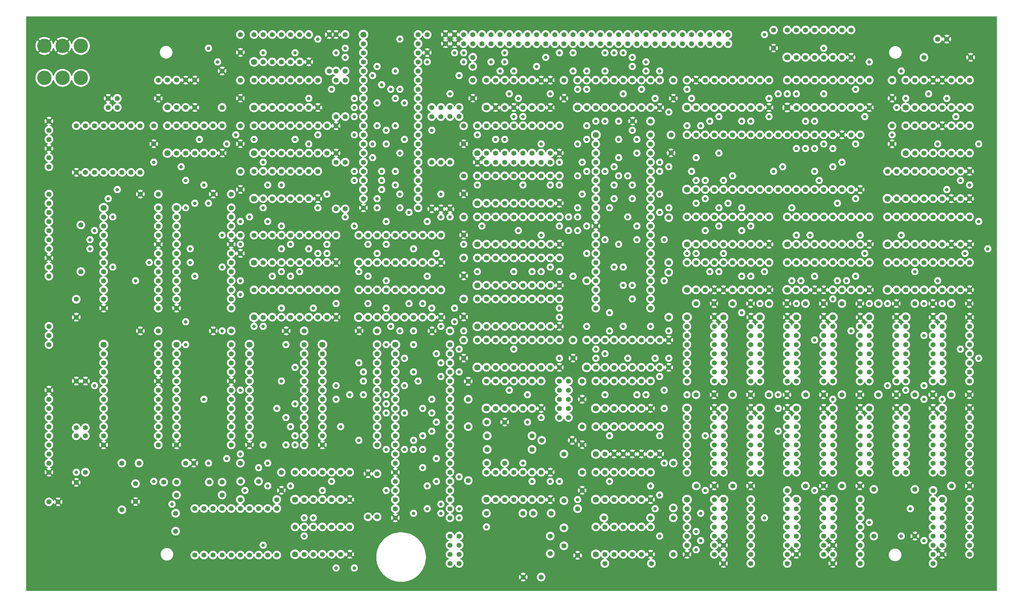
<source format=gbr>
G04 #@! TF.GenerationSoftware,KiCad,Pcbnew,9.0.0*
G04 #@! TF.CreationDate,2025-08-20T08:59:42+02:00*
G04 #@! TF.ProjectId,gdp,6764702e-6b69-4636-9164-5f7063625858,rev?*
G04 #@! TF.SameCoordinates,Original*
G04 #@! TF.FileFunction,Copper,L3,Inr*
G04 #@! TF.FilePolarity,Positive*
%FSLAX46Y46*%
G04 Gerber Fmt 4.6, Leading zero omitted, Abs format (unit mm)*
G04 Created by KiCad (PCBNEW 9.0.0) date 2025-08-20 08:59:42*
%MOMM*%
%LPD*%
G01*
G04 APERTURE LIST*
G04 #@! TA.AperFunction,ComponentPad*
%ADD10C,1.400000*%
G04 #@! TD*
G04 #@! TA.AperFunction,ComponentPad*
%ADD11C,1.700000*%
G04 #@! TD*
G04 #@! TA.AperFunction,ComponentPad*
%ADD12C,4.000000*%
G04 #@! TD*
G04 #@! TA.AperFunction,ViaPad*
%ADD13C,1.000000*%
G04 #@! TD*
G04 APERTURE END LIST*
D10*
X166370000Y-63500000D03*
X166370000Y-73660000D03*
X83820000Y-107950000D03*
X83820000Y-110490000D03*
X83820000Y-113030000D03*
X83820000Y-115570000D03*
X83820000Y-118110000D03*
X83820000Y-120650000D03*
X83820000Y-123190000D03*
X83820000Y-125730000D03*
X83820000Y-128270000D03*
X83820000Y-130810000D03*
X289560000Y-190500000D03*
X289560000Y-193040000D03*
X289560000Y-195580000D03*
X289560000Y-198120000D03*
X289560000Y-200660000D03*
X289560000Y-203200000D03*
X289560000Y-205740000D03*
X289560000Y-208280000D03*
X289560000Y-210820000D03*
D11*
X292100000Y-167640000D03*
D10*
X292100000Y-170180000D03*
X292100000Y-172720000D03*
X292100000Y-175260000D03*
X292100000Y-177800000D03*
X292100000Y-180340000D03*
X292100000Y-182880000D03*
X292100000Y-185420000D03*
X299720000Y-185420000D03*
X299720000Y-182880000D03*
X299720000Y-180340000D03*
X299720000Y-177800000D03*
X299720000Y-175260000D03*
X299720000Y-172720000D03*
X299720000Y-170180000D03*
X299720000Y-167640000D03*
X200660000Y-187720000D03*
X200660000Y-172720000D03*
X142240000Y-208510000D03*
X142240000Y-195510000D03*
X132080000Y-73660000D03*
X132080000Y-83820000D03*
X205940000Y-175260000D03*
X218440000Y-175260000D03*
X201930000Y-76240000D03*
X201930000Y-81240000D03*
D11*
X261620000Y-121920000D03*
D10*
X264160000Y-121920000D03*
X266700000Y-121920000D03*
X269240000Y-121920000D03*
X271780000Y-121920000D03*
X274320000Y-121920000D03*
X276860000Y-121920000D03*
X279400000Y-121920000D03*
X281940000Y-121920000D03*
X284480000Y-121920000D03*
X284480000Y-114300000D03*
X281940000Y-114300000D03*
X279400000Y-114300000D03*
X276860000Y-114300000D03*
X274320000Y-114300000D03*
X271780000Y-114300000D03*
X269240000Y-114300000D03*
X266700000Y-114300000D03*
X264160000Y-114300000D03*
X261620000Y-114300000D03*
X198120000Y-208280000D03*
X195580000Y-208280000D03*
X199390000Y-102910000D03*
X199390000Y-107910000D03*
X335280000Y-138430000D03*
X340280000Y-138430000D03*
X314960000Y-138430000D03*
X319960000Y-138430000D03*
X147320000Y-208510000D03*
X147320000Y-195510000D03*
X161925000Y-63500000D03*
X161925000Y-73660000D03*
D11*
X281940000Y-167640000D03*
D10*
X281940000Y-170180000D03*
X281940000Y-172720000D03*
X281940000Y-175260000D03*
X281940000Y-177800000D03*
X281940000Y-180340000D03*
X281940000Y-182880000D03*
X281940000Y-185420000D03*
X289560000Y-185420000D03*
X289560000Y-182880000D03*
X289560000Y-180340000D03*
X289560000Y-177800000D03*
X289560000Y-175260000D03*
X289560000Y-172720000D03*
X289560000Y-170180000D03*
X289560000Y-167640000D03*
X194310000Y-66040000D03*
X196850000Y-66040000D03*
X199390000Y-66040000D03*
X201930000Y-66040000D03*
X204470000Y-66040000D03*
X207010000Y-66040000D03*
X209550000Y-66040000D03*
X212090000Y-66040000D03*
X214630000Y-66040000D03*
X217170000Y-66040000D03*
X219710000Y-66040000D03*
X222250000Y-66040000D03*
X224790000Y-66040000D03*
X227330000Y-66040000D03*
X229870000Y-66040000D03*
X232410000Y-66040000D03*
X234950000Y-66040000D03*
X237490000Y-66040000D03*
X240030000Y-66040000D03*
X242570000Y-66040000D03*
X245110000Y-66040000D03*
X247650000Y-66040000D03*
X250190000Y-66040000D03*
X252730000Y-66040000D03*
X255270000Y-66040000D03*
X257810000Y-66040000D03*
X260350000Y-66040000D03*
X262890000Y-66040000D03*
X265430000Y-66040000D03*
X267970000Y-66040000D03*
X270510000Y-66040000D03*
X273050000Y-66040000D03*
D11*
X271780000Y-142240000D03*
D10*
X271780000Y-144780000D03*
X271780000Y-147320000D03*
X271780000Y-149860000D03*
X271780000Y-152400000D03*
X271780000Y-154940000D03*
X271780000Y-157480000D03*
X271780000Y-160020000D03*
X279400000Y-160020000D03*
X279400000Y-157480000D03*
X279400000Y-154940000D03*
X279400000Y-152400000D03*
X279400000Y-149860000D03*
X279400000Y-147320000D03*
X279400000Y-144780000D03*
X279400000Y-142240000D03*
X284480000Y-163830000D03*
X289480000Y-163830000D03*
X113030000Y-88940000D03*
X113030000Y-93940000D03*
X198120000Y-210820000D03*
X195580000Y-210820000D03*
X325120000Y-138430000D03*
X330120000Y-138430000D03*
X264160000Y-163830000D03*
X269160000Y-163830000D03*
D11*
X302260000Y-167640000D03*
D10*
X302260000Y-170180000D03*
X302260000Y-172720000D03*
X302260000Y-175260000D03*
X302260000Y-177800000D03*
X302260000Y-180340000D03*
X302260000Y-182880000D03*
X302260000Y-185420000D03*
X309880000Y-185420000D03*
X309880000Y-182880000D03*
X309880000Y-180340000D03*
X309880000Y-177800000D03*
X309880000Y-175260000D03*
X309880000Y-172720000D03*
X309880000Y-170180000D03*
X309880000Y-167640000D03*
X198120000Y-83815000D03*
X198120000Y-86355000D03*
X106680000Y-101900000D03*
X106680000Y-88900000D03*
X210820000Y-182880000D03*
X205820000Y-182880000D03*
X325120000Y-163830000D03*
X330120000Y-163830000D03*
D11*
X152400000Y-193040000D03*
D10*
X154940000Y-193040000D03*
X157480000Y-193040000D03*
X160020000Y-193040000D03*
X162560000Y-193040000D03*
X165100000Y-193040000D03*
X167640000Y-193040000D03*
X167640000Y-185420000D03*
X165100000Y-185420000D03*
X162560000Y-185420000D03*
X160020000Y-185420000D03*
X157480000Y-185420000D03*
X154940000Y-185420000D03*
X152400000Y-185420000D03*
D11*
X203205000Y-96520000D03*
D10*
X205745000Y-96520000D03*
X208285000Y-96520000D03*
X210825000Y-96520000D03*
X213365000Y-96520000D03*
X215905000Y-96520000D03*
X218445000Y-96520000D03*
X220985000Y-96520000D03*
X223525000Y-96520000D03*
X226065000Y-96520000D03*
X226065000Y-88900000D03*
X223525000Y-88900000D03*
X220985000Y-88900000D03*
X218445000Y-88900000D03*
X215905000Y-88900000D03*
X213365000Y-88900000D03*
X210825000Y-88900000D03*
X208285000Y-88900000D03*
X205745000Y-88900000D03*
X203205000Y-88900000D03*
X144780000Y-208510000D03*
X144780000Y-195510000D03*
D11*
X233680000Y-156210000D03*
D10*
X236220000Y-156210000D03*
X238760000Y-156210000D03*
X241300000Y-156210000D03*
X243840000Y-156210000D03*
X246380000Y-156210000D03*
X248920000Y-156210000D03*
X251460000Y-156210000D03*
X254000000Y-156210000D03*
X256540000Y-156210000D03*
X256540000Y-148590000D03*
X254000000Y-148590000D03*
X251460000Y-148590000D03*
X248920000Y-148590000D03*
X246380000Y-148590000D03*
X243840000Y-148590000D03*
X241300000Y-148590000D03*
X238760000Y-148590000D03*
X236220000Y-148590000D03*
X233680000Y-148590000D03*
X137240000Y-187960000D03*
X142240000Y-187960000D03*
X91440000Y-137240000D03*
X91440000Y-142240000D03*
X199390000Y-125730000D03*
X199390000Y-130730000D03*
X163830000Y-76200000D03*
X163830000Y-86360000D03*
D11*
X140970000Y-127000000D03*
D10*
X143510000Y-127000000D03*
X146050000Y-127000000D03*
X148590000Y-127000000D03*
X151130000Y-127000000D03*
X153670000Y-127000000D03*
X156210000Y-127000000D03*
X158750000Y-127000000D03*
X161290000Y-127000000D03*
X163830000Y-127000000D03*
X163830000Y-119380000D03*
X161290000Y-119380000D03*
X158750000Y-119380000D03*
X156210000Y-119380000D03*
X153670000Y-119380000D03*
X151130000Y-119380000D03*
X148590000Y-119380000D03*
X146050000Y-119380000D03*
X143510000Y-119380000D03*
X140970000Y-119380000D03*
D11*
X312420000Y-142240000D03*
D10*
X312420000Y-144780000D03*
X312420000Y-147320000D03*
X312420000Y-149860000D03*
X312420000Y-152400000D03*
X312420000Y-154940000D03*
X312420000Y-157480000D03*
X312420000Y-160020000D03*
X320040000Y-160020000D03*
X320040000Y-157480000D03*
X320040000Y-154940000D03*
X320040000Y-152400000D03*
X320040000Y-149860000D03*
X320040000Y-147320000D03*
X320040000Y-144780000D03*
X320040000Y-142240000D03*
X115787898Y-188177898D03*
X119380000Y-188177898D03*
X119380000Y-191770000D03*
X139700000Y-208510000D03*
X139700000Y-195510000D03*
X304800000Y-163830000D03*
X309800000Y-163830000D03*
X114300000Y-76240000D03*
X114300000Y-81240000D03*
X121920000Y-182880000D03*
X108920000Y-182880000D03*
D11*
X271780000Y-167640000D03*
D10*
X271780000Y-170180000D03*
X271780000Y-172720000D03*
X271780000Y-175260000D03*
X271780000Y-177800000D03*
X271780000Y-180340000D03*
X271780000Y-182880000D03*
X271780000Y-185420000D03*
X279400000Y-185420000D03*
X279400000Y-182880000D03*
X279400000Y-180340000D03*
X279400000Y-177800000D03*
X279400000Y-175260000D03*
X279400000Y-172720000D03*
X279400000Y-170180000D03*
X279400000Y-167640000D03*
D11*
X170180000Y-127000000D03*
D10*
X172720000Y-127000000D03*
X175260000Y-127000000D03*
X177800000Y-127000000D03*
X180340000Y-127000000D03*
X182880000Y-127000000D03*
X185420000Y-127000000D03*
X187960000Y-127000000D03*
X190500000Y-127000000D03*
X193040000Y-127000000D03*
X193040000Y-119380000D03*
X190500000Y-119380000D03*
X187960000Y-119380000D03*
X185420000Y-119380000D03*
X182880000Y-119380000D03*
X180340000Y-119380000D03*
X177800000Y-119380000D03*
X175260000Y-119380000D03*
X172720000Y-119380000D03*
X170180000Y-119380000D03*
D11*
X292100000Y-193040000D03*
D10*
X292100000Y-195580000D03*
X292100000Y-198120000D03*
X292100000Y-200660000D03*
X292100000Y-203200000D03*
X292100000Y-205740000D03*
X292100000Y-208280000D03*
X299720000Y-208280000D03*
X299720000Y-205740000D03*
X299720000Y-203200000D03*
X299720000Y-200660000D03*
X299720000Y-198120000D03*
X299720000Y-195580000D03*
X299720000Y-193040000D03*
X104140000Y-195880000D03*
X104140000Y-182880000D03*
X124460000Y-208510000D03*
X124460000Y-195510000D03*
D11*
X332740000Y-193040000D03*
D10*
X332740000Y-195580000D03*
X332740000Y-198120000D03*
X332740000Y-200660000D03*
X332740000Y-203200000D03*
X332740000Y-205740000D03*
X332740000Y-208280000D03*
X340360000Y-208280000D03*
X340360000Y-205740000D03*
X340360000Y-203200000D03*
X340360000Y-200660000D03*
X340360000Y-198120000D03*
X340360000Y-195580000D03*
X340360000Y-193040000D03*
D11*
X205740000Y-83820000D03*
D10*
X208280000Y-83820000D03*
X210820000Y-83820000D03*
X213360000Y-83820000D03*
X215900000Y-83820000D03*
X218440000Y-83820000D03*
X220980000Y-83820000D03*
X223520000Y-83820000D03*
X223520000Y-76200000D03*
X220980000Y-76200000D03*
X218440000Y-76200000D03*
X215900000Y-76200000D03*
X213360000Y-76200000D03*
X210820000Y-76200000D03*
X208280000Y-76200000D03*
X205740000Y-76200000D03*
D11*
X292100000Y-142240000D03*
D10*
X292100000Y-144780000D03*
X292100000Y-147320000D03*
X292100000Y-149860000D03*
X292100000Y-152400000D03*
X292100000Y-154940000D03*
X292100000Y-157480000D03*
X292100000Y-160020000D03*
X299720000Y-160020000D03*
X299720000Y-157480000D03*
X299720000Y-154940000D03*
X299720000Y-152400000D03*
X299720000Y-149860000D03*
X299720000Y-147320000D03*
X299720000Y-144780000D03*
X299720000Y-142240000D03*
X91440000Y-173020000D03*
X91440000Y-160020000D03*
D11*
X203200000Y-156210000D03*
D10*
X205740000Y-156210000D03*
X208280000Y-156210000D03*
X210820000Y-156210000D03*
X213360000Y-156210000D03*
X215900000Y-156210000D03*
X218440000Y-156210000D03*
X220980000Y-156210000D03*
X223520000Y-156210000D03*
X226060000Y-156210000D03*
X226060000Y-148590000D03*
X223520000Y-148590000D03*
X220980000Y-148590000D03*
X218440000Y-148590000D03*
X215900000Y-148590000D03*
X213360000Y-148590000D03*
X210820000Y-148590000D03*
X208280000Y-148590000D03*
X205740000Y-148590000D03*
X203200000Y-148590000D03*
X205820000Y-171450000D03*
X210820000Y-171450000D03*
X137160000Y-76240000D03*
X137160000Y-81240000D03*
X189230000Y-63540000D03*
X189230000Y-68540000D03*
X232410000Y-185460000D03*
X232410000Y-190460000D03*
X129540000Y-208510000D03*
X129540000Y-195510000D03*
D11*
X289560000Y-134620000D03*
D10*
X292100000Y-134620000D03*
X294640000Y-134620000D03*
X297180000Y-134620000D03*
X299720000Y-134620000D03*
X302260000Y-134620000D03*
X304800000Y-134620000D03*
X307340000Y-134620000D03*
X309880000Y-134620000D03*
X312420000Y-134620000D03*
X312420000Y-127000000D03*
X309880000Y-127000000D03*
X307340000Y-127000000D03*
X304800000Y-127000000D03*
X302260000Y-127000000D03*
X299720000Y-127000000D03*
X297180000Y-127000000D03*
X294640000Y-127000000D03*
X292100000Y-127000000D03*
X289560000Y-127000000D03*
X331470000Y-64770000D03*
X334010000Y-64770000D03*
X107950000Y-193595000D03*
X107950000Y-188595000D03*
X325120000Y-190200000D03*
X325120000Y-203200000D03*
X83820000Y-162560000D03*
X83820000Y-165100000D03*
X83820000Y-167640000D03*
X83820000Y-170180000D03*
X83820000Y-172720000D03*
X83820000Y-175260000D03*
X83820000Y-177800000D03*
X83820000Y-180340000D03*
X83820000Y-182880000D03*
X83820000Y-185420000D03*
X226060000Y-165100000D03*
X228600000Y-165100000D03*
D11*
X236220000Y-208280000D03*
D10*
X238760000Y-208280000D03*
X241300000Y-208280000D03*
X243840000Y-208280000D03*
X246380000Y-208280000D03*
X248920000Y-208280000D03*
X251460000Y-208280000D03*
X251460000Y-200660000D03*
X248920000Y-200660000D03*
X246380000Y-200660000D03*
X243840000Y-200660000D03*
X241300000Y-200660000D03*
X238760000Y-200660000D03*
X236220000Y-200660000D03*
X200660000Y-165100000D03*
X200660000Y-160100000D03*
D11*
X205740000Y-193040000D03*
D10*
X208280000Y-193040000D03*
X210820000Y-193040000D03*
X213360000Y-193040000D03*
X215900000Y-193040000D03*
X218440000Y-193040000D03*
X220980000Y-193040000D03*
X223520000Y-193040000D03*
X223520000Y-185420000D03*
X220980000Y-185420000D03*
X218440000Y-185420000D03*
X215900000Y-185420000D03*
X213360000Y-185420000D03*
X210820000Y-185420000D03*
X208280000Y-185420000D03*
X205740000Y-185420000D03*
D11*
X289560000Y-69850000D03*
D10*
X292100000Y-69850000D03*
X294640000Y-69850000D03*
X297180000Y-69850000D03*
X299720000Y-69850000D03*
X302260000Y-69850000D03*
X304800000Y-69850000D03*
X307340000Y-69850000D03*
X307340000Y-62230000D03*
X304800000Y-62230000D03*
X302260000Y-62230000D03*
X299720000Y-62230000D03*
X297180000Y-62230000D03*
X294640000Y-62230000D03*
X292100000Y-62230000D03*
X289560000Y-62230000D03*
X274320000Y-138430000D03*
X279320000Y-138430000D03*
X100330000Y-81280000D03*
X100330000Y-83820000D03*
X318770000Y-76240000D03*
X318770000Y-81240000D03*
X137160000Y-88940000D03*
X137160000Y-93940000D03*
D11*
X302260000Y-193040000D03*
D10*
X302260000Y-195580000D03*
X302260000Y-198120000D03*
X302260000Y-200660000D03*
X302260000Y-203200000D03*
X302260000Y-205740000D03*
X302260000Y-208280000D03*
X302260000Y-210820000D03*
X309880000Y-210820000D03*
X309880000Y-208280000D03*
X309880000Y-205740000D03*
X309880000Y-203200000D03*
X309880000Y-200660000D03*
X309880000Y-198120000D03*
X309880000Y-195580000D03*
X309880000Y-193040000D03*
X335320000Y-189230000D03*
X340320000Y-189230000D03*
D11*
X116840000Y-96520000D03*
D10*
X119380000Y-96520000D03*
X121920000Y-96520000D03*
X124460000Y-96520000D03*
X127000000Y-96520000D03*
X129540000Y-96520000D03*
X132080000Y-96520000D03*
X132080000Y-88900000D03*
X129540000Y-88900000D03*
X127000000Y-88900000D03*
X124460000Y-88900000D03*
X121920000Y-88900000D03*
X119380000Y-88900000D03*
X116840000Y-88900000D03*
X148590000Y-185460000D03*
X148590000Y-190460000D03*
X195580000Y-146050000D03*
X190580000Y-146050000D03*
D11*
X236220000Y-167640000D03*
D10*
X238760000Y-167640000D03*
X241300000Y-167640000D03*
X243840000Y-167640000D03*
X246380000Y-167640000D03*
X248920000Y-167640000D03*
X251460000Y-167640000D03*
X251460000Y-160020000D03*
X248920000Y-160020000D03*
X246380000Y-160020000D03*
X243840000Y-160020000D03*
X241300000Y-160020000D03*
X238760000Y-160020000D03*
X236220000Y-160020000D03*
X199390000Y-148630000D03*
X199390000Y-153630000D03*
D11*
X170180000Y-142240000D03*
D10*
X172720000Y-142240000D03*
X175260000Y-142240000D03*
X177800000Y-142240000D03*
X180340000Y-142240000D03*
X182880000Y-142240000D03*
X185420000Y-142240000D03*
X187960000Y-142240000D03*
X190500000Y-142240000D03*
X193040000Y-142240000D03*
X193040000Y-134620000D03*
X190500000Y-134620000D03*
X187960000Y-134620000D03*
X185420000Y-134620000D03*
X182880000Y-134620000D03*
X180340000Y-134620000D03*
X177800000Y-134620000D03*
X175260000Y-134620000D03*
X172720000Y-134620000D03*
X170180000Y-134620000D03*
X220980000Y-214630000D03*
X215980000Y-214630000D03*
X137160000Y-63500000D03*
X137160000Y-68500000D03*
X137160000Y-101640000D03*
X137160000Y-106640000D03*
X137160000Y-119460000D03*
X137160000Y-124460000D03*
X257810000Y-195380000D03*
X257810000Y-182880000D03*
D11*
X332740000Y-142240000D03*
D10*
X332740000Y-144780000D03*
X332740000Y-147320000D03*
X332740000Y-149860000D03*
X332740000Y-152400000D03*
X332740000Y-154940000D03*
X332740000Y-157480000D03*
X332740000Y-160020000D03*
X340360000Y-160020000D03*
X340360000Y-157480000D03*
X340360000Y-154940000D03*
X340360000Y-152400000D03*
X340360000Y-149860000D03*
X340360000Y-147320000D03*
X340360000Y-144780000D03*
X340360000Y-142240000D03*
X163830000Y-112060000D03*
X163830000Y-99060000D03*
X195580000Y-83815000D03*
X195580000Y-86355000D03*
X175260000Y-146050000D03*
X170260000Y-146050000D03*
X318770000Y-88940000D03*
X318770000Y-93940000D03*
D11*
X205740000Y-167640000D03*
D10*
X208280000Y-167640000D03*
X210820000Y-167640000D03*
X213360000Y-167640000D03*
X215900000Y-167640000D03*
X218440000Y-167640000D03*
X220980000Y-167640000D03*
X220980000Y-160020000D03*
X218440000Y-160020000D03*
X215900000Y-160020000D03*
X213360000Y-160020000D03*
X210820000Y-160020000D03*
X208280000Y-160020000D03*
X205740000Y-160020000D03*
X193040000Y-112060000D03*
X193040000Y-99060000D03*
X134620000Y-208510000D03*
X134620000Y-195510000D03*
X96520000Y-101900000D03*
X96520000Y-88900000D03*
X104140000Y-101900000D03*
X104140000Y-88900000D03*
X83820000Y-144780000D03*
X83820000Y-147320000D03*
X83820000Y-149860000D03*
X134620000Y-107950000D03*
X129620000Y-107950000D03*
D11*
X322580000Y-142240000D03*
D10*
X322580000Y-144780000D03*
X322580000Y-147320000D03*
X322580000Y-149860000D03*
X322580000Y-152400000D03*
X322580000Y-154940000D03*
X322580000Y-157480000D03*
X322580000Y-160020000D03*
X330200000Y-160020000D03*
X330200000Y-157480000D03*
X330200000Y-154940000D03*
X330200000Y-152400000D03*
X330200000Y-149860000D03*
X330200000Y-147320000D03*
X330200000Y-144780000D03*
X330200000Y-142240000D03*
D12*
X82550000Y-66675000D03*
X82550000Y-75565000D03*
X87630000Y-66675000D03*
X87630000Y-75565000D03*
X92710000Y-66675000D03*
X92710000Y-75565000D03*
D10*
X274320000Y-163830000D03*
X279320000Y-163830000D03*
X227330000Y-76240000D03*
X227330000Y-81240000D03*
X203200000Y-99060000D03*
X205740000Y-99060000D03*
X208280000Y-99060000D03*
X210820000Y-99060000D03*
X213360000Y-99060000D03*
X215900000Y-99060000D03*
X218440000Y-99060000D03*
X220980000Y-99060000D03*
X223520000Y-99060000D03*
X83820000Y-193675000D03*
X86360000Y-193675000D03*
X294680000Y-163830000D03*
X299680000Y-163830000D03*
X127000000Y-208510000D03*
X127000000Y-195510000D03*
D11*
X302260000Y-142240000D03*
D10*
X302260000Y-144780000D03*
X302260000Y-147320000D03*
X302260000Y-149860000D03*
X302260000Y-152400000D03*
X302260000Y-154940000D03*
X302260000Y-157480000D03*
X302260000Y-160020000D03*
X309880000Y-160020000D03*
X309880000Y-157480000D03*
X309880000Y-154940000D03*
X309880000Y-152400000D03*
X309880000Y-149860000D03*
X309880000Y-147320000D03*
X309880000Y-144780000D03*
X309880000Y-142240000D03*
X205940000Y-179070000D03*
X218440000Y-179070000D03*
X229870000Y-148630000D03*
X229870000Y-153630000D03*
X251714000Y-210820000D03*
X238714000Y-210820000D03*
X340660000Y-69850000D03*
X327660000Y-69850000D03*
D11*
X99060000Y-149860000D03*
D10*
X99060000Y-152400000D03*
X99060000Y-154940000D03*
X99060000Y-157480000D03*
X99060000Y-160020000D03*
X99060000Y-162560000D03*
X99060000Y-165100000D03*
X99060000Y-167640000D03*
X99060000Y-170180000D03*
X99060000Y-172720000D03*
X99060000Y-175260000D03*
X99060000Y-177800000D03*
X114300000Y-177800000D03*
X114300000Y-175260000D03*
X114300000Y-172720000D03*
X114300000Y-170180000D03*
X114300000Y-167640000D03*
X114300000Y-165100000D03*
X114300000Y-162560000D03*
X114300000Y-160020000D03*
X114300000Y-157480000D03*
X114300000Y-154940000D03*
X114300000Y-152400000D03*
X114300000Y-149860000D03*
X294640000Y-138430000D03*
X299640000Y-138430000D03*
D11*
X140970000Y-96520000D03*
D10*
X143510000Y-96520000D03*
X146050000Y-96520000D03*
X148590000Y-96520000D03*
X151130000Y-96520000D03*
X153670000Y-96520000D03*
X156210000Y-96520000D03*
X158750000Y-96520000D03*
X161290000Y-96520000D03*
X163830000Y-96520000D03*
X163830000Y-88900000D03*
X161290000Y-88900000D03*
X158750000Y-88900000D03*
X156210000Y-88900000D03*
X153670000Y-88900000D03*
X151130000Y-88900000D03*
X148590000Y-88900000D03*
X146050000Y-88900000D03*
X143510000Y-88900000D03*
X140970000Y-88900000D03*
D11*
X140970000Y-71120000D03*
D10*
X143510000Y-71120000D03*
X146050000Y-71120000D03*
X148590000Y-71120000D03*
X151130000Y-71120000D03*
X153670000Y-71120000D03*
X156210000Y-71120000D03*
X156210000Y-63500000D03*
X153670000Y-63500000D03*
X151130000Y-63500000D03*
X148590000Y-63500000D03*
X146050000Y-63500000D03*
X143510000Y-63500000D03*
X140970000Y-63500000D03*
X194310000Y-63500000D03*
X196850000Y-63500000D03*
X199390000Y-63500000D03*
X201930000Y-63500000D03*
X204470000Y-63500000D03*
X207010000Y-63500000D03*
X209550000Y-63500000D03*
X212090000Y-63500000D03*
X214630000Y-63500000D03*
X217170000Y-63500000D03*
X219710000Y-63500000D03*
X222250000Y-63500000D03*
X224790000Y-63500000D03*
X227330000Y-63500000D03*
X229870000Y-63500000D03*
X232410000Y-63500000D03*
X234950000Y-63500000D03*
X237490000Y-63500000D03*
X240030000Y-63500000D03*
X242570000Y-63500000D03*
X245110000Y-63500000D03*
X247650000Y-63500000D03*
X250190000Y-63500000D03*
X252730000Y-63500000D03*
X255270000Y-63500000D03*
X257810000Y-63500000D03*
X260350000Y-63500000D03*
X262890000Y-63500000D03*
X265430000Y-63500000D03*
X267970000Y-63500000D03*
X270510000Y-63500000D03*
X273050000Y-63500000D03*
X199390000Y-114340000D03*
X199390000Y-119340000D03*
X195580000Y-112060000D03*
X195580000Y-99060000D03*
D11*
X312420000Y-167640000D03*
D10*
X312420000Y-170180000D03*
X312420000Y-172720000D03*
X312420000Y-175260000D03*
X312420000Y-177800000D03*
X312420000Y-180340000D03*
X312420000Y-182880000D03*
X312420000Y-185420000D03*
X320040000Y-185420000D03*
X320040000Y-182880000D03*
X320040000Y-180340000D03*
X320040000Y-177800000D03*
X320040000Y-175260000D03*
X320040000Y-172720000D03*
X320040000Y-170180000D03*
X320040000Y-167640000D03*
D11*
X281940000Y-142240000D03*
D10*
X281940000Y-144780000D03*
X281940000Y-147320000D03*
X281940000Y-149860000D03*
X281940000Y-152400000D03*
X281940000Y-154940000D03*
X281940000Y-157480000D03*
X281940000Y-160020000D03*
X289560000Y-160020000D03*
X289560000Y-157480000D03*
X289560000Y-154940000D03*
X289560000Y-152400000D03*
X289560000Y-149860000D03*
X289560000Y-147320000D03*
X289560000Y-144780000D03*
X289560000Y-142240000D03*
D11*
X203200000Y-133350000D03*
D10*
X205740000Y-133350000D03*
X208280000Y-133350000D03*
X210820000Y-133350000D03*
X213360000Y-133350000D03*
X215900000Y-133350000D03*
X218440000Y-133350000D03*
X220980000Y-133350000D03*
X223520000Y-133350000D03*
X226060000Y-133350000D03*
X226060000Y-125730000D03*
X223520000Y-125730000D03*
X220980000Y-125730000D03*
X218440000Y-125730000D03*
X215900000Y-125730000D03*
X213360000Y-125730000D03*
X210820000Y-125730000D03*
X208280000Y-125730000D03*
X205740000Y-125730000D03*
X203200000Y-125730000D03*
D11*
X261620000Y-193040000D03*
D10*
X261620000Y-195580000D03*
X261620000Y-198120000D03*
X261620000Y-200660000D03*
X261620000Y-203200000D03*
X261620000Y-205740000D03*
X261620000Y-208280000D03*
X269240000Y-208280000D03*
X269240000Y-205740000D03*
X269240000Y-203200000D03*
X269240000Y-200660000D03*
X269240000Y-198120000D03*
X269240000Y-195580000D03*
X269240000Y-193040000D03*
D11*
X261620000Y-167640000D03*
D10*
X261620000Y-170180000D03*
X261620000Y-172720000D03*
X261620000Y-175260000D03*
X261620000Y-177800000D03*
X261620000Y-180340000D03*
X261620000Y-182880000D03*
X261620000Y-185420000D03*
X269240000Y-185420000D03*
X269240000Y-182880000D03*
X269240000Y-180340000D03*
X269240000Y-177800000D03*
X269240000Y-175260000D03*
X269240000Y-172720000D03*
X269240000Y-170180000D03*
X269240000Y-167640000D03*
X190500000Y-112060000D03*
X190500000Y-99060000D03*
X166370000Y-76200000D03*
X166370000Y-86360000D03*
X119126000Y-196850000D03*
X119126000Y-201850000D03*
D11*
X317500000Y-121920000D03*
D10*
X320040000Y-121920000D03*
X322580000Y-121920000D03*
X325120000Y-121920000D03*
X327660000Y-121920000D03*
X330200000Y-121920000D03*
X332740000Y-121920000D03*
X335280000Y-121920000D03*
X337820000Y-121920000D03*
X340360000Y-121920000D03*
X340360000Y-114300000D03*
X337820000Y-114300000D03*
X335280000Y-114300000D03*
X332740000Y-114300000D03*
X330200000Y-114300000D03*
X327660000Y-114300000D03*
X325120000Y-114300000D03*
X322580000Y-114300000D03*
X320040000Y-114300000D03*
X317500000Y-114300000D03*
X201930000Y-69850000D03*
X201930000Y-72390000D03*
D11*
X317500000Y-134620000D03*
D10*
X320040000Y-134620000D03*
X322580000Y-134620000D03*
X325120000Y-134620000D03*
X327660000Y-134620000D03*
X330200000Y-134620000D03*
X332740000Y-134620000D03*
X335280000Y-134620000D03*
X337820000Y-134620000D03*
X340360000Y-134620000D03*
X340360000Y-127000000D03*
X337820000Y-127000000D03*
X335280000Y-127000000D03*
X332740000Y-127000000D03*
X330200000Y-127000000D03*
X327660000Y-127000000D03*
X325120000Y-127000000D03*
X322580000Y-127000000D03*
X320040000Y-127000000D03*
X317500000Y-127000000D03*
X294640000Y-189230000D03*
X299640000Y-189230000D03*
X223774000Y-196850000D03*
X218774000Y-196850000D03*
X102870000Y-81280000D03*
X102870000Y-83820000D03*
X128487898Y-188177898D03*
X132080000Y-188177898D03*
X132080000Y-191770000D03*
X257175000Y-91480000D03*
X257175000Y-96480000D03*
X175260000Y-197850000D03*
X175260000Y-185850000D03*
D11*
X236220000Y-180340000D03*
D10*
X238760000Y-180340000D03*
X241300000Y-180340000D03*
X243840000Y-180340000D03*
X246380000Y-180340000D03*
X248920000Y-180340000D03*
X251460000Y-180340000D03*
X254000000Y-180340000D03*
X254000000Y-172720000D03*
X251460000Y-172720000D03*
X248920000Y-172720000D03*
X246380000Y-172720000D03*
X243840000Y-172720000D03*
X241300000Y-172720000D03*
X238760000Y-172720000D03*
X236220000Y-172720000D03*
X227330000Y-193340000D03*
X227330000Y-180340000D03*
X313690000Y-203200000D03*
X313690000Y-190200000D03*
X304800000Y-189230000D03*
X309800000Y-189230000D03*
X304800000Y-138430000D03*
X309800000Y-138430000D03*
X284480000Y-138430000D03*
X289480000Y-138430000D03*
D11*
X322580000Y-83820000D03*
D10*
X325120000Y-83820000D03*
X327660000Y-83820000D03*
X330200000Y-83820000D03*
X332740000Y-83820000D03*
X335280000Y-83820000D03*
X337820000Y-83820000D03*
X340360000Y-83820000D03*
X340360000Y-76200000D03*
X337820000Y-76200000D03*
X335280000Y-76200000D03*
X332740000Y-76200000D03*
X330200000Y-76200000D03*
X327660000Y-76200000D03*
X325120000Y-76200000D03*
X322580000Y-76200000D03*
D11*
X332740000Y-167640000D03*
D10*
X332740000Y-170180000D03*
X332740000Y-172720000D03*
X332740000Y-175260000D03*
X332740000Y-177800000D03*
X332740000Y-180340000D03*
X332740000Y-182880000D03*
X332740000Y-185420000D03*
X340360000Y-185420000D03*
X340360000Y-182880000D03*
X340360000Y-180340000D03*
X340360000Y-177800000D03*
X340360000Y-175260000D03*
X340360000Y-172720000D03*
X340360000Y-170180000D03*
X340360000Y-167640000D03*
X93980000Y-101900000D03*
X93980000Y-88900000D03*
D11*
X180340000Y-149860000D03*
D10*
X180340000Y-152400000D03*
X180340000Y-154940000D03*
X180340000Y-157480000D03*
X180340000Y-160020000D03*
X180340000Y-162560000D03*
X180340000Y-165100000D03*
X180340000Y-167640000D03*
X180340000Y-170180000D03*
X180340000Y-172720000D03*
X180340000Y-175260000D03*
X180340000Y-177800000D03*
X180340000Y-180340000D03*
X180340000Y-182880000D03*
X180340000Y-185420000D03*
X180340000Y-187960000D03*
X180340000Y-190500000D03*
X180340000Y-193040000D03*
X180340000Y-195580000D03*
X180340000Y-198120000D03*
X195580000Y-198120000D03*
X195580000Y-195580000D03*
X195580000Y-193040000D03*
X195580000Y-190500000D03*
X195580000Y-187960000D03*
X195580000Y-185420000D03*
X195580000Y-182880000D03*
X195580000Y-180340000D03*
X195580000Y-177800000D03*
X195580000Y-175260000D03*
X195580000Y-172720000D03*
X195580000Y-170180000D03*
X195580000Y-167640000D03*
X195580000Y-165100000D03*
X195580000Y-162560000D03*
X195580000Y-160020000D03*
X195580000Y-157480000D03*
X195580000Y-154940000D03*
X195580000Y-152400000D03*
X195580000Y-149860000D03*
X93980000Y-175260000D03*
X93980000Y-185420000D03*
X134620000Y-146050000D03*
X129620000Y-146050000D03*
X163830000Y-63500000D03*
X163830000Y-73660000D03*
X198125000Y-203200000D03*
X195585000Y-203200000D03*
X190500000Y-83820000D03*
X190500000Y-86360000D03*
D11*
X231140000Y-83820000D03*
D10*
X233680000Y-83820000D03*
X236220000Y-83820000D03*
X238760000Y-83820000D03*
X241300000Y-83820000D03*
X243840000Y-83820000D03*
X246380000Y-83820000D03*
X248920000Y-83820000D03*
X251460000Y-83820000D03*
X254000000Y-83820000D03*
X254000000Y-76200000D03*
X251460000Y-76200000D03*
X248920000Y-76200000D03*
X246380000Y-76200000D03*
X243840000Y-76200000D03*
X241300000Y-76200000D03*
X238760000Y-76200000D03*
X236220000Y-76200000D03*
X233680000Y-76200000D03*
X231140000Y-76200000D03*
D11*
X261620000Y-83820000D03*
D10*
X264160000Y-83820000D03*
X266700000Y-83820000D03*
X269240000Y-83820000D03*
X271780000Y-83820000D03*
X274320000Y-83820000D03*
X276860000Y-83820000D03*
X279400000Y-83820000D03*
X281940000Y-83820000D03*
X284480000Y-83820000D03*
X284480000Y-76200000D03*
X281940000Y-76200000D03*
X279400000Y-76200000D03*
X276860000Y-76200000D03*
X274320000Y-76200000D03*
X271780000Y-76200000D03*
X269240000Y-76200000D03*
X266700000Y-76200000D03*
X264160000Y-76200000D03*
X261620000Y-76200000D03*
D11*
X140970000Y-142240000D03*
D10*
X143510000Y-142240000D03*
X146050000Y-142240000D03*
X148590000Y-142240000D03*
X151130000Y-142240000D03*
X153670000Y-142240000D03*
X156210000Y-142240000D03*
X158750000Y-142240000D03*
X161290000Y-142240000D03*
X163830000Y-142240000D03*
X163830000Y-134620000D03*
X161290000Y-134620000D03*
X158750000Y-134620000D03*
X156210000Y-134620000D03*
X153670000Y-134620000D03*
X151130000Y-134620000D03*
X148590000Y-134620000D03*
X146050000Y-134620000D03*
X143510000Y-134620000D03*
X140970000Y-134620000D03*
X256540000Y-127000000D03*
X256540000Y-114500000D03*
X137160000Y-182880000D03*
X124160000Y-182880000D03*
D11*
X261620000Y-142240000D03*
D10*
X261620000Y-144780000D03*
X261620000Y-147320000D03*
X261620000Y-149860000D03*
X261620000Y-152400000D03*
X261620000Y-154940000D03*
X261620000Y-157480000D03*
X261620000Y-160020000D03*
X269240000Y-160020000D03*
X269240000Y-157480000D03*
X269240000Y-154940000D03*
X269240000Y-152400000D03*
X269240000Y-149860000D03*
X269240000Y-147320000D03*
X269240000Y-144780000D03*
X269240000Y-142240000D03*
X199390000Y-137160000D03*
X199390000Y-142160000D03*
X256540000Y-142240000D03*
X256540000Y-129740000D03*
X238460000Y-198120000D03*
X251460000Y-198120000D03*
X223520000Y-203200000D03*
X223520000Y-208100000D03*
X257810000Y-198120000D03*
X257810000Y-208280000D03*
D11*
X261620000Y-106680000D03*
D10*
X264160000Y-106680000D03*
X266700000Y-106680000D03*
X269240000Y-106680000D03*
X271780000Y-106680000D03*
X274320000Y-106680000D03*
X276860000Y-106680000D03*
X279400000Y-106680000D03*
X281940000Y-106680000D03*
X284480000Y-106680000D03*
X287020000Y-106680000D03*
X289560000Y-106680000D03*
X292100000Y-106680000D03*
X294640000Y-106680000D03*
X297180000Y-106680000D03*
X299720000Y-106680000D03*
X302260000Y-106680000D03*
X304800000Y-106680000D03*
X307340000Y-106680000D03*
X309880000Y-106680000D03*
X309880000Y-91440000D03*
X307340000Y-91440000D03*
X304800000Y-91440000D03*
X302260000Y-91440000D03*
X299720000Y-91440000D03*
X297180000Y-91440000D03*
X294640000Y-91440000D03*
X292100000Y-91440000D03*
X289560000Y-91440000D03*
X287020000Y-91440000D03*
X284480000Y-91440000D03*
X281940000Y-91440000D03*
X279400000Y-91440000D03*
X276860000Y-91440000D03*
X274320000Y-91440000D03*
X271780000Y-91440000D03*
X269240000Y-91440000D03*
X266700000Y-91440000D03*
X264160000Y-91440000D03*
X261620000Y-91440000D03*
X114300000Y-146050000D03*
X109300000Y-146050000D03*
X92710000Y-129540000D03*
X92710000Y-116540000D03*
X264160000Y-138430000D03*
X269160000Y-138430000D03*
X91440000Y-101900000D03*
X91440000Y-88900000D03*
D11*
X236220000Y-193040000D03*
D10*
X238760000Y-193040000D03*
X241300000Y-193040000D03*
X243840000Y-193040000D03*
X246380000Y-193040000D03*
X248920000Y-193040000D03*
X251460000Y-193040000D03*
X251460000Y-185420000D03*
X248920000Y-185420000D03*
X246380000Y-185420000D03*
X243840000Y-185420000D03*
X241300000Y-185420000D03*
X238760000Y-185420000D03*
X236220000Y-185420000D03*
D11*
X152400000Y-208280000D03*
D10*
X154940000Y-208280000D03*
X157480000Y-208280000D03*
X160020000Y-208280000D03*
X162560000Y-208280000D03*
X165100000Y-208280000D03*
X167640000Y-208280000D03*
X167640000Y-200660000D03*
X165100000Y-200660000D03*
X162560000Y-200660000D03*
X160020000Y-200660000D03*
X157480000Y-200660000D03*
X154940000Y-200660000D03*
X152400000Y-200660000D03*
X233680000Y-132080000D03*
X335280000Y-163830000D03*
X340280000Y-163830000D03*
X330200000Y-190500000D03*
X330200000Y-193040000D03*
X330200000Y-195580000D03*
X330200000Y-198120000D03*
X330200000Y-200660000D03*
X330200000Y-203200000D03*
X330200000Y-205740000D03*
X330200000Y-208280000D03*
X330200000Y-210820000D03*
D11*
X236220000Y-91440000D03*
D10*
X236220000Y-93980000D03*
X236220000Y-96520000D03*
X236220000Y-99060000D03*
X236220000Y-101600000D03*
X236220000Y-104140000D03*
X236220000Y-106680000D03*
X236220000Y-109220000D03*
X236220000Y-111760000D03*
X236220000Y-114300000D03*
X236220000Y-116840000D03*
X236220000Y-119380000D03*
X236220000Y-121920000D03*
X236220000Y-124460000D03*
X236220000Y-127000000D03*
X236220000Y-129540000D03*
X236220000Y-132080000D03*
X236220000Y-134620000D03*
X236220000Y-137160000D03*
X236220000Y-139700000D03*
X251460000Y-139700000D03*
X251460000Y-137160000D03*
X251460000Y-134620000D03*
X251460000Y-132080000D03*
X251460000Y-129540000D03*
X251460000Y-127000000D03*
X251460000Y-124460000D03*
X251460000Y-121920000D03*
X251460000Y-119380000D03*
X251460000Y-116840000D03*
X251460000Y-114300000D03*
X251460000Y-111760000D03*
X251460000Y-109220000D03*
X251460000Y-106680000D03*
X251460000Y-104140000D03*
X251460000Y-101600000D03*
X251460000Y-99060000D03*
X251460000Y-96520000D03*
X251460000Y-93980000D03*
X251460000Y-91440000D03*
X251460000Y-87630000D03*
X246460000Y-87630000D03*
D11*
X203200000Y-144780000D03*
D10*
X205740000Y-144780000D03*
X208280000Y-144780000D03*
X210820000Y-144780000D03*
X213360000Y-144780000D03*
X215900000Y-144780000D03*
X218440000Y-144780000D03*
X220980000Y-144780000D03*
X223520000Y-144780000D03*
X226060000Y-144780000D03*
X226060000Y-137160000D03*
X223520000Y-137160000D03*
X220980000Y-137160000D03*
X218440000Y-137160000D03*
X215900000Y-137160000D03*
X213360000Y-137160000D03*
X210820000Y-137160000D03*
X208280000Y-137160000D03*
X205740000Y-137160000D03*
X203200000Y-137160000D03*
X285750000Y-62270000D03*
X285750000Y-67270000D03*
X229641505Y-176539819D03*
X221141505Y-176539819D03*
X193040000Y-83820000D03*
X193040000Y-86360000D03*
D11*
X317500000Y-109220000D03*
D10*
X320040000Y-109220000D03*
X322580000Y-109220000D03*
X325120000Y-109220000D03*
X327660000Y-109220000D03*
X330200000Y-109220000D03*
X332740000Y-109220000D03*
X335280000Y-109220000D03*
X337820000Y-109220000D03*
X340360000Y-109220000D03*
X340360000Y-101600000D03*
X337820000Y-101600000D03*
X335280000Y-101600000D03*
X332740000Y-101600000D03*
X330200000Y-101600000D03*
X327660000Y-101600000D03*
X325120000Y-101600000D03*
X322580000Y-101600000D03*
X320040000Y-101600000D03*
X317500000Y-101600000D03*
D11*
X322580000Y-96520000D03*
D10*
X325120000Y-96520000D03*
X327660000Y-96520000D03*
X330200000Y-96520000D03*
X332740000Y-96520000D03*
X335280000Y-96520000D03*
X337820000Y-96520000D03*
X340360000Y-96520000D03*
X340360000Y-88900000D03*
X337820000Y-88900000D03*
X335280000Y-88900000D03*
X332740000Y-88900000D03*
X330200000Y-88900000D03*
X327660000Y-88900000D03*
X325120000Y-88900000D03*
X322580000Y-88900000D03*
X257810000Y-76240000D03*
X257810000Y-81240000D03*
D11*
X261620000Y-134620000D03*
D10*
X264160000Y-134620000D03*
X266700000Y-134620000D03*
X269240000Y-134620000D03*
X271780000Y-134620000D03*
X274320000Y-134620000D03*
X276860000Y-134620000D03*
X279400000Y-134620000D03*
X281940000Y-134620000D03*
X284480000Y-134620000D03*
X284480000Y-127000000D03*
X281940000Y-127000000D03*
X279400000Y-127000000D03*
X276860000Y-127000000D03*
X274320000Y-127000000D03*
X271780000Y-127000000D03*
X269240000Y-127000000D03*
X266700000Y-127000000D03*
X264160000Y-127000000D03*
X261620000Y-127000000D03*
X215900000Y-196850000D03*
X205740000Y-196850000D03*
D11*
X116850000Y-83810000D03*
D10*
X119390000Y-83810000D03*
X121930000Y-83810000D03*
X124470000Y-83810000D03*
X124470000Y-76190000D03*
X121930000Y-76190000D03*
X119390000Y-76190000D03*
X116850000Y-76190000D03*
X132080000Y-208510000D03*
X132080000Y-195510000D03*
D11*
X139700000Y-149860000D03*
D10*
X139700000Y-152400000D03*
X139700000Y-154940000D03*
X139700000Y-157480000D03*
X139700000Y-160020000D03*
X139700000Y-162560000D03*
X139700000Y-165100000D03*
X139700000Y-167640000D03*
X139700000Y-170180000D03*
X139700000Y-172720000D03*
X139700000Y-175260000D03*
X139700000Y-177800000D03*
X154940000Y-177800000D03*
X154940000Y-175260000D03*
X154940000Y-172720000D03*
X154940000Y-170180000D03*
X154940000Y-167640000D03*
X154940000Y-165100000D03*
X154940000Y-162560000D03*
X154940000Y-160020000D03*
X154940000Y-157480000D03*
X154940000Y-154940000D03*
X154940000Y-152400000D03*
X154940000Y-149860000D03*
X198120000Y-205740000D03*
X195580000Y-205740000D03*
D11*
X203200000Y-110490000D03*
D10*
X205740000Y-110490000D03*
X208280000Y-110490000D03*
X210820000Y-110490000D03*
X213360000Y-110490000D03*
X215900000Y-110490000D03*
X218440000Y-110490000D03*
X220980000Y-110490000D03*
X223520000Y-110490000D03*
X226060000Y-110490000D03*
X226060000Y-102870000D03*
X223520000Y-102870000D03*
X220980000Y-102870000D03*
X218440000Y-102870000D03*
X215900000Y-102870000D03*
X213360000Y-102870000D03*
X210820000Y-102870000D03*
X208280000Y-102870000D03*
X205740000Y-102870000D03*
X203200000Y-102870000D03*
D11*
X119380000Y-111760000D03*
D10*
X119380000Y-114300000D03*
X119380000Y-116840000D03*
X119380000Y-119380000D03*
X119380000Y-121920000D03*
X119380000Y-124460000D03*
X119380000Y-127000000D03*
X119380000Y-129540000D03*
X119380000Y-132080000D03*
X119380000Y-134620000D03*
X119380000Y-137160000D03*
X119380000Y-139700000D03*
X134620000Y-139700000D03*
X134620000Y-137160000D03*
X134620000Y-134620000D03*
X134620000Y-132080000D03*
X134620000Y-129540000D03*
X134620000Y-127000000D03*
X134620000Y-124460000D03*
X134620000Y-121920000D03*
X134620000Y-119380000D03*
X134620000Y-116840000D03*
X134620000Y-114300000D03*
X134620000Y-111760000D03*
X137160000Y-208510000D03*
X137160000Y-195510000D03*
D11*
X99060000Y-111760000D03*
D10*
X99060000Y-114300000D03*
X99060000Y-116840000D03*
X99060000Y-119380000D03*
X99060000Y-121920000D03*
X99060000Y-124460000D03*
X99060000Y-127000000D03*
X99060000Y-129540000D03*
X99060000Y-132080000D03*
X99060000Y-134620000D03*
X99060000Y-137160000D03*
X99060000Y-139700000D03*
X114300000Y-139700000D03*
X114300000Y-137160000D03*
X114300000Y-134620000D03*
X114300000Y-132080000D03*
X114300000Y-129540000D03*
X114300000Y-127000000D03*
X114300000Y-124460000D03*
X114300000Y-121920000D03*
X114300000Y-119380000D03*
X114300000Y-116840000D03*
X114300000Y-114300000D03*
X114300000Y-111760000D03*
D11*
X171450000Y-63500000D03*
D10*
X171450000Y-66040000D03*
X171450000Y-68580000D03*
X171450000Y-71120000D03*
X171450000Y-73660000D03*
X171450000Y-76200000D03*
X171450000Y-78740000D03*
X171450000Y-81280000D03*
X171450000Y-83820000D03*
X171450000Y-86360000D03*
X171450000Y-88900000D03*
X171450000Y-91440000D03*
X171450000Y-93980000D03*
X171450000Y-96520000D03*
X171450000Y-99060000D03*
X171450000Y-101600000D03*
X171450000Y-104140000D03*
X171450000Y-106680000D03*
X171450000Y-109220000D03*
X171450000Y-111760000D03*
X186690000Y-111760000D03*
X186690000Y-109220000D03*
X186690000Y-106680000D03*
X186690000Y-104140000D03*
X186690000Y-101600000D03*
X186690000Y-99060000D03*
X186690000Y-96520000D03*
X186690000Y-93980000D03*
X186690000Y-91440000D03*
X186690000Y-88900000D03*
X186690000Y-86360000D03*
X186690000Y-83820000D03*
X186690000Y-81280000D03*
X186690000Y-78740000D03*
X186690000Y-76200000D03*
X186690000Y-73660000D03*
X186690000Y-71120000D03*
X186690000Y-68580000D03*
X186690000Y-66040000D03*
X186690000Y-63500000D03*
X232410000Y-172760000D03*
X232410000Y-177760000D03*
X101600000Y-101900000D03*
X101600000Y-88900000D03*
X154940000Y-146050000D03*
X149940000Y-146050000D03*
X232410000Y-160100000D03*
X232410000Y-165100000D03*
X83820000Y-87630000D03*
X83820000Y-90170000D03*
X83820000Y-92710000D03*
X83820000Y-95250000D03*
X83820000Y-97790000D03*
X83820000Y-100330000D03*
X91440000Y-188260000D03*
X91440000Y-175260000D03*
X93980000Y-173020000D03*
X93980000Y-160020000D03*
X109220000Y-101900000D03*
X109220000Y-88900000D03*
D11*
X140970000Y-83820000D03*
D10*
X143510000Y-83820000D03*
X146050000Y-83820000D03*
X148590000Y-83820000D03*
X151130000Y-83820000D03*
X153670000Y-83820000D03*
X156210000Y-83820000D03*
X158750000Y-83820000D03*
X158750000Y-76200000D03*
X156210000Y-76200000D03*
X153670000Y-76200000D03*
X151130000Y-76200000D03*
X148590000Y-76200000D03*
X146050000Y-76200000D03*
X143510000Y-76200000D03*
X140970000Y-76200000D03*
X166370000Y-112060000D03*
X166370000Y-99060000D03*
X172720000Y-197850000D03*
X172720000Y-185850000D03*
D11*
X289560000Y-83820000D03*
D10*
X292100000Y-83820000D03*
X294640000Y-83820000D03*
X297180000Y-83820000D03*
X299720000Y-83820000D03*
X302260000Y-83820000D03*
X304800000Y-83820000D03*
X307340000Y-83820000D03*
X309880000Y-83820000D03*
X312420000Y-83820000D03*
X312420000Y-76200000D03*
X309880000Y-76200000D03*
X307340000Y-76200000D03*
X304800000Y-76200000D03*
X302260000Y-76200000D03*
X299720000Y-76200000D03*
X297180000Y-76200000D03*
X294640000Y-76200000D03*
X292100000Y-76200000D03*
X289560000Y-76200000D03*
X227330000Y-200914000D03*
X227330000Y-205914000D03*
D11*
X119380000Y-149860000D03*
D10*
X119380000Y-152400000D03*
X119380000Y-154940000D03*
X119380000Y-157480000D03*
X119380000Y-160020000D03*
X119380000Y-162560000D03*
X119380000Y-165100000D03*
X119380000Y-167640000D03*
X119380000Y-170180000D03*
X119380000Y-172720000D03*
X119380000Y-175260000D03*
X119380000Y-177800000D03*
X134620000Y-177800000D03*
X134620000Y-175260000D03*
X134620000Y-172720000D03*
X134620000Y-170180000D03*
X134620000Y-167640000D03*
X134620000Y-165100000D03*
X134620000Y-162560000D03*
X134620000Y-160020000D03*
X134620000Y-157480000D03*
X134620000Y-154940000D03*
X134620000Y-152400000D03*
X134620000Y-149860000D03*
X231140000Y-195580000D03*
X231140000Y-208580000D03*
X226060000Y-170180000D03*
X228600000Y-170180000D03*
X226060000Y-160020000D03*
X228600000Y-160020000D03*
X226060000Y-167640000D03*
X228600000Y-167640000D03*
X274360000Y-189230000D03*
X279360000Y-189230000D03*
X99060000Y-101900000D03*
X99060000Y-88900000D03*
X199390000Y-88940000D03*
X199390000Y-93940000D03*
X264200000Y-189230000D03*
X269200000Y-189230000D03*
X137160000Y-193040000D03*
X147320000Y-193040000D03*
D11*
X271780000Y-193040000D03*
D10*
X271780000Y-195580000D03*
X271780000Y-198120000D03*
X271780000Y-200660000D03*
X271780000Y-203200000D03*
X271780000Y-205740000D03*
X271780000Y-208280000D03*
X271780000Y-210820000D03*
X279400000Y-210820000D03*
X279400000Y-208280000D03*
X279400000Y-205740000D03*
X279400000Y-203200000D03*
X279400000Y-200660000D03*
X279400000Y-198120000D03*
X279400000Y-195580000D03*
X279400000Y-193040000D03*
X314960000Y-163830000D03*
X319960000Y-163830000D03*
X114300000Y-107950000D03*
X109300000Y-107950000D03*
D11*
X160020000Y-149860000D03*
D10*
X160020000Y-152400000D03*
X160020000Y-154940000D03*
X160020000Y-157480000D03*
X160020000Y-160020000D03*
X160020000Y-162560000D03*
X160020000Y-165100000D03*
X160020000Y-167640000D03*
X160020000Y-170180000D03*
X160020000Y-172720000D03*
X160020000Y-175260000D03*
X160020000Y-177800000D03*
X175260000Y-177800000D03*
X175260000Y-175260000D03*
X175260000Y-172720000D03*
X175260000Y-170180000D03*
X175260000Y-167640000D03*
X175260000Y-165100000D03*
X175260000Y-162560000D03*
X175260000Y-160020000D03*
X175260000Y-157480000D03*
X175260000Y-154940000D03*
X175260000Y-152400000D03*
X175260000Y-149860000D03*
X226060000Y-162560000D03*
X228600000Y-162560000D03*
D11*
X289560000Y-121920000D03*
D10*
X292100000Y-121920000D03*
X294640000Y-121920000D03*
X297180000Y-121920000D03*
X299720000Y-121920000D03*
X302260000Y-121920000D03*
X304800000Y-121920000D03*
X307340000Y-121920000D03*
X309880000Y-121920000D03*
X312420000Y-121920000D03*
X312420000Y-114300000D03*
X309880000Y-114300000D03*
X307340000Y-114300000D03*
X304800000Y-114300000D03*
X302260000Y-114300000D03*
X299720000Y-114300000D03*
X297180000Y-114300000D03*
X294640000Y-114300000D03*
X292100000Y-114300000D03*
X289560000Y-114300000D03*
D11*
X322580000Y-167640000D03*
D10*
X322580000Y-170180000D03*
X322580000Y-172720000D03*
X322580000Y-175260000D03*
X322580000Y-177800000D03*
X322580000Y-180340000D03*
X322580000Y-182880000D03*
X322580000Y-185420000D03*
X330200000Y-185420000D03*
X330200000Y-182880000D03*
X330200000Y-180340000D03*
X330200000Y-177800000D03*
X330200000Y-175260000D03*
X330200000Y-172720000D03*
X330200000Y-170180000D03*
X330200000Y-167640000D03*
D11*
X140970000Y-109220000D03*
D10*
X143510000Y-109220000D03*
X146050000Y-109220000D03*
X148590000Y-109220000D03*
X151130000Y-109220000D03*
X153670000Y-109220000D03*
X156210000Y-109220000D03*
X158750000Y-109220000D03*
X158750000Y-101600000D03*
X156210000Y-101600000D03*
X153670000Y-101600000D03*
X151130000Y-101600000D03*
X148590000Y-101600000D03*
X146050000Y-101600000D03*
X143510000Y-101600000D03*
X140970000Y-101600000D03*
D11*
X203200000Y-121920000D03*
D10*
X205740000Y-121920000D03*
X208280000Y-121920000D03*
X210820000Y-121920000D03*
X213360000Y-121920000D03*
X215900000Y-121920000D03*
X218440000Y-121920000D03*
X220980000Y-121920000D03*
X223520000Y-121920000D03*
X226060000Y-121920000D03*
X226060000Y-114300000D03*
X223520000Y-114300000D03*
X220980000Y-114300000D03*
X218440000Y-114300000D03*
X215900000Y-114300000D03*
X213360000Y-114300000D03*
X210820000Y-114300000D03*
X208280000Y-114300000D03*
X205740000Y-114300000D03*
X203200000Y-114300000D03*
D13*
X130810000Y-71120000D03*
X205740000Y-200660000D03*
X154940000Y-203200000D03*
X143510000Y-68580000D03*
X128270000Y-182880000D03*
X255270000Y-162560000D03*
X312420000Y-71120000D03*
X304800000Y-99060000D03*
X242570000Y-121920000D03*
X242570000Y-102870000D03*
X207010000Y-71120000D03*
X210820000Y-68580000D03*
X199390000Y-71120000D03*
X229870000Y-68580000D03*
X226060000Y-68580000D03*
X189230000Y-71120000D03*
X231140000Y-78740000D03*
X242570000Y-87630000D03*
X241300000Y-105410000D03*
X298450000Y-104140000D03*
X241300000Y-68580000D03*
X236220000Y-87630000D03*
X238760000Y-68580000D03*
X196850000Y-68580000D03*
X261620000Y-124460000D03*
X276860000Y-87630000D03*
X261620000Y-88900000D03*
X226060000Y-129540000D03*
X299720000Y-67310000D03*
X243840000Y-68580000D03*
X312420000Y-138430000D03*
X95250000Y-120650000D03*
X166370000Y-67310000D03*
X152400000Y-68580000D03*
X166370000Y-69850000D03*
X144780000Y-115570000D03*
X137160000Y-115570000D03*
X187960000Y-179070000D03*
X215900000Y-182880000D03*
X142240000Y-184150000D03*
X187960000Y-184150000D03*
X233680000Y-78740000D03*
X245110000Y-102870000D03*
X243840000Y-80010000D03*
X285750000Y-101600000D03*
X173990000Y-74930000D03*
X262890000Y-81280000D03*
X209550000Y-73660000D03*
X262890000Y-101600000D03*
X168910000Y-83820000D03*
X215900000Y-86360000D03*
X162560000Y-78740000D03*
X163830000Y-68580000D03*
X175260000Y-82550000D03*
X175260000Y-72390000D03*
X199390000Y-68580000D03*
X203200000Y-105410000D03*
X158750000Y-64770000D03*
X156210000Y-123190000D03*
X181610000Y-111760000D03*
X101600000Y-128270000D03*
X132080000Y-146050000D03*
X132080000Y-128270000D03*
X180340000Y-101600000D03*
X176530000Y-77470000D03*
X176530000Y-101600000D03*
X176530000Y-104140000D03*
X196850000Y-139700000D03*
X226060000Y-139700000D03*
X168910000Y-81280000D03*
X156210000Y-81280000D03*
X175260000Y-111760000D03*
X173990000Y-97790000D03*
X176530000Y-106680000D03*
X187960000Y-175260000D03*
X173990000Y-93980000D03*
X177800000Y-115570000D03*
X177800000Y-93980000D03*
X148590000Y-116840000D03*
X179070000Y-78740000D03*
X261620000Y-163830000D03*
X181610000Y-107950000D03*
X187960000Y-167640000D03*
X193040000Y-107950000D03*
X184150000Y-113030000D03*
X133350000Y-93980000D03*
X177800000Y-149860000D03*
X156210000Y-93980000D03*
X132080000Y-119380000D03*
X199390000Y-146050000D03*
X102870000Y-106680000D03*
X198120000Y-198120000D03*
X160020000Y-190500000D03*
X171450000Y-163830000D03*
X177800000Y-190500000D03*
X167640000Y-163830000D03*
X123190000Y-123190000D03*
X123190000Y-127000000D03*
X137160000Y-162560000D03*
X137160000Y-180340000D03*
X175260000Y-88900000D03*
X175260000Y-109220000D03*
X148590000Y-105410000D03*
X121920000Y-149860000D03*
X121920000Y-111760000D03*
X121920000Y-104140000D03*
X144780000Y-105410000D03*
X180340000Y-105410000D03*
X181610000Y-96520000D03*
X121920000Y-143510000D03*
X195580000Y-114300000D03*
X226060000Y-142240000D03*
X196850000Y-143510000D03*
X177800000Y-90170000D03*
X180340000Y-88900000D03*
X182880000Y-82550000D03*
X190500000Y-90170000D03*
X190500000Y-173990000D03*
X190500000Y-168910000D03*
X165100000Y-172720000D03*
X189230000Y-115570000D03*
X157480000Y-139700000D03*
X148590000Y-139700000D03*
X228600000Y-114300000D03*
X180340000Y-73660000D03*
X180340000Y-81280000D03*
X223520000Y-80010000D03*
X213360000Y-86360000D03*
X128270000Y-67310000D03*
X124460000Y-130810000D03*
X181610000Y-78740000D03*
X128270000Y-110490000D03*
X181610000Y-64770000D03*
X124460000Y-110490000D03*
X158750000Y-124460000D03*
X182880000Y-92710000D03*
X96520000Y-161290000D03*
X152400000Y-92710000D03*
X120650000Y-100330000D03*
X168910000Y-101600000D03*
X168910000Y-86360000D03*
X252730000Y-81280000D03*
X250190000Y-71120000D03*
X210820000Y-71120000D03*
X246380000Y-72390000D03*
X219710000Y-72390000D03*
X212090000Y-80010000D03*
X195580000Y-80010000D03*
X214630000Y-81280000D03*
X198120000Y-74930000D03*
X250190000Y-73660000D03*
X238760000Y-73660000D03*
X254000000Y-99060000D03*
X302260000Y-100330000D03*
X254000000Y-73660000D03*
X242570000Y-97790000D03*
X242570000Y-92710000D03*
X247650000Y-92710000D03*
X261620000Y-78740000D03*
X256540000Y-85090000D03*
X256540000Y-100330000D03*
X288290000Y-100330000D03*
X241300000Y-100330000D03*
X246380000Y-69850000D03*
X222250000Y-69850000D03*
X279400000Y-87630000D03*
X233680000Y-88900000D03*
X294640000Y-87630000D03*
X267970000Y-87630000D03*
X238760000Y-87630000D03*
X297180000Y-87630000D03*
X238760000Y-120650000D03*
X284480000Y-86360000D03*
X270510000Y-86360000D03*
X289560000Y-80010000D03*
X231140000Y-114300000D03*
X233680000Y-92710000D03*
X232410000Y-99060000D03*
X168910000Y-116840000D03*
X168910000Y-104140000D03*
X231140000Y-93980000D03*
X231140000Y-111760000D03*
X231140000Y-102870000D03*
X220980000Y-93980000D03*
X284480000Y-81280000D03*
X294640000Y-95250000D03*
X226060000Y-99060000D03*
X226060000Y-116840000D03*
X247650000Y-116840000D03*
X292100000Y-95250000D03*
X292100000Y-80010000D03*
X247650000Y-96520000D03*
X246380000Y-105410000D03*
X287020000Y-80010000D03*
X223520000Y-105410000D03*
X246380000Y-90170000D03*
X283210000Y-63500000D03*
X299720000Y-80010000D03*
X328930000Y-80010000D03*
X322580000Y-81280000D03*
X321310000Y-73660000D03*
X336550000Y-86360000D03*
X311150000Y-86360000D03*
X240030000Y-146050000D03*
X340360000Y-105410000D03*
X256540000Y-111760000D03*
X256540000Y-146050000D03*
X270510000Y-111760000D03*
X271780000Y-104140000D03*
X334010000Y-106680000D03*
X264160000Y-110490000D03*
X241300000Y-109220000D03*
X334010000Y-81280000D03*
X320040000Y-83820000D03*
X321310000Y-119380000D03*
X266700000Y-109220000D03*
X308610000Y-93980000D03*
X308610000Y-78740000D03*
X297180000Y-148590000D03*
X299720000Y-93980000D03*
X100330000Y-109220000D03*
X107950000Y-132080000D03*
X163830000Y-165100000D03*
X243840000Y-144780000D03*
X161290000Y-121920000D03*
X233680000Y-144780000D03*
X233680000Y-124460000D03*
X168910000Y-91440000D03*
X203200000Y-129540000D03*
X199390000Y-121920000D03*
X177800000Y-121920000D03*
X213360000Y-129540000D03*
X125730000Y-92710000D03*
X158750000Y-91440000D03*
X135890000Y-91440000D03*
X163830000Y-161290000D03*
X143510000Y-144780000D03*
X143510000Y-177800000D03*
X140970000Y-92710000D03*
X140970000Y-144780000D03*
X149860000Y-177800000D03*
X148590000Y-160020000D03*
X113030000Y-99060000D03*
X111760000Y-127000000D03*
X143510000Y-99060000D03*
X139700000Y-114300000D03*
X166370000Y-114300000D03*
X193040000Y-114300000D03*
X218440000Y-129540000D03*
X191770000Y-124460000D03*
X175260000Y-124460000D03*
X208280000Y-92710000D03*
X177800000Y-132080000D03*
X210820000Y-92710000D03*
X163830000Y-138430000D03*
X220980000Y-119380000D03*
X184150000Y-138430000D03*
X223520000Y-128270000D03*
X187960000Y-138430000D03*
X177800000Y-139700000D03*
X137160000Y-132080000D03*
X214630000Y-118110000D03*
X137160000Y-135890000D03*
X172720000Y-121920000D03*
X170180000Y-129540000D03*
X153670000Y-129540000D03*
X148590000Y-123190000D03*
X203200000Y-91440000D03*
X148590000Y-129540000D03*
X204470000Y-116840000D03*
X161290000Y-124460000D03*
X215900000Y-105410000D03*
X226060000Y-105410000D03*
X185420000Y-123190000D03*
X256540000Y-153670000D03*
X236220000Y-151130000D03*
X238760000Y-101600000D03*
X266700000Y-118110000D03*
X332740000Y-138430000D03*
X251460000Y-144780000D03*
X342900000Y-93980000D03*
X339090000Y-124460000D03*
X265430000Y-88900000D03*
X331470000Y-132080000D03*
X331470000Y-93980000D03*
X325120000Y-129540000D03*
X270510000Y-96520000D03*
X337820000Y-104140000D03*
X264160000Y-97790000D03*
X137160000Y-121920000D03*
X151130000Y-121920000D03*
X143510000Y-111760000D03*
X158750000Y-111760000D03*
X127000000Y-105410000D03*
X161290000Y-107950000D03*
X127000000Y-165100000D03*
X152400000Y-166370000D03*
X252730000Y-153670000D03*
X245110000Y-153670000D03*
X220980000Y-170180000D03*
X217170000Y-171450000D03*
X220980000Y-129540000D03*
X254000000Y-107950000D03*
X254000000Y-113030000D03*
X229870000Y-130810000D03*
X229870000Y-73660000D03*
X213360000Y-73660000D03*
X250190000Y-163830000D03*
X223520000Y-187960000D03*
X226060000Y-153670000D03*
X245110000Y-114300000D03*
X246380000Y-133350000D03*
X213360000Y-151130000D03*
X243840000Y-133350000D03*
X212090000Y-162560000D03*
X246380000Y-109220000D03*
X236220000Y-153670000D03*
X248920000Y-78740000D03*
X233680000Y-73660000D03*
X240030000Y-111760000D03*
X190500000Y-139700000D03*
X240030000Y-140970000D03*
X279400000Y-116840000D03*
X276860000Y-118110000D03*
X231140000Y-193040000D03*
X231140000Y-118110000D03*
X254000000Y-158750000D03*
X290830000Y-111760000D03*
X255270000Y-132080000D03*
X290830000Y-132080000D03*
X342900000Y-115570000D03*
X342900000Y-153670000D03*
X308610000Y-109220000D03*
X232410000Y-107950000D03*
X240030000Y-175260000D03*
X292100000Y-119380000D03*
X287020000Y-163830000D03*
X246380000Y-137160000D03*
X281940000Y-138430000D03*
X323850000Y-195580000D03*
X265430000Y-196850000D03*
X283210000Y-129540000D03*
X297180000Y-101600000D03*
X266700000Y-104140000D03*
X302260000Y-95250000D03*
X297180000Y-95250000D03*
X270510000Y-116840000D03*
X264160000Y-124460000D03*
X255270000Y-167640000D03*
X271780000Y-124460000D03*
X267970000Y-129540000D03*
X243840000Y-128270000D03*
X318770000Y-91440000D03*
X254000000Y-101600000D03*
X255270000Y-120650000D03*
X274320000Y-102870000D03*
X247650000Y-120650000D03*
X303530000Y-110490000D03*
X273050000Y-110490000D03*
X306070000Y-132080000D03*
X297180000Y-130810000D03*
X264160000Y-104140000D03*
X233680000Y-101600000D03*
X228600000Y-118110000D03*
X233680000Y-116840000D03*
X302260000Y-137160000D03*
X345440000Y-123190000D03*
X276860000Y-111760000D03*
X276860000Y-130810000D03*
X276860000Y-140970000D03*
X308610000Y-130810000D03*
X309880000Y-119380000D03*
X337820000Y-151130000D03*
X144780000Y-182880000D03*
X168910000Y-212090000D03*
X146050000Y-130810000D03*
X171450000Y-160020000D03*
X172720000Y-130810000D03*
X171450000Y-157480000D03*
X172720000Y-138430000D03*
X182880000Y-153670000D03*
X189230000Y-130810000D03*
X151130000Y-130810000D03*
X152400000Y-156210000D03*
X186690000Y-160020000D03*
X266700000Y-175260000D03*
X241300000Y-128270000D03*
X279400000Y-130810000D03*
X270510000Y-129540000D03*
X287020000Y-173990000D03*
X293370000Y-132080000D03*
X307340000Y-146050000D03*
X317500000Y-138430000D03*
X327660000Y-138430000D03*
X292100000Y-138430000D03*
X287020000Y-167640000D03*
X302260000Y-165100000D03*
X303530000Y-132080000D03*
X295910000Y-119380000D03*
X311150000Y-124460000D03*
X177800000Y-163830000D03*
X147320000Y-167640000D03*
X185420000Y-157480000D03*
X185420000Y-176530000D03*
X182880000Y-161290000D03*
X182880000Y-168910000D03*
X190500000Y-165100000D03*
X191770000Y-171450000D03*
X191770000Y-152400000D03*
X185420000Y-146050000D03*
X181610000Y-146050000D03*
X170180000Y-176530000D03*
X193040000Y-154940000D03*
X193040000Y-144780000D03*
X170180000Y-154940000D03*
X179070000Y-144780000D03*
X177800000Y-179070000D03*
X177800000Y-168910000D03*
X193040000Y-194310000D03*
X193040000Y-158750000D03*
X118110000Y-194310000D03*
X198120000Y-186690000D03*
X198120000Y-157480000D03*
X189230000Y-189230000D03*
X151130000Y-189230000D03*
X198120000Y-195580000D03*
X151130000Y-172720000D03*
X189230000Y-195580000D03*
X191770000Y-187960000D03*
X218440000Y-187960000D03*
X191770000Y-181610000D03*
X133350000Y-181610000D03*
X149860000Y-149860000D03*
X149860000Y-170180000D03*
X198120000Y-151130000D03*
X182880000Y-179070000D03*
X152400000Y-175260000D03*
X185420000Y-149860000D03*
X152400000Y-177800000D03*
X238760000Y-152400000D03*
X322580000Y-162560000D03*
X327660000Y-161290000D03*
X317500000Y-161290000D03*
X332740000Y-165100000D03*
X327660000Y-147320000D03*
X327660000Y-165100000D03*
X226060000Y-187960000D03*
X193040000Y-196850000D03*
X177800000Y-166370000D03*
X157480000Y-198120000D03*
X185420000Y-196850000D03*
X185420000Y-179070000D03*
X217170000Y-163830000D03*
X247650000Y-163830000D03*
X238760000Y-163830000D03*
X265430000Y-204470000D03*
X254000000Y-175260000D03*
X283210000Y-198120000D03*
X297180000Y-190500000D03*
X321310000Y-203200000D03*
X327660000Y-204470000D03*
X312420000Y-199390000D03*
X255270000Y-182880000D03*
X143510000Y-205740000D03*
X144780000Y-189230000D03*
X251460000Y-189230000D03*
X163830000Y-212090000D03*
X138430000Y-190500000D03*
X162560000Y-187960000D03*
X154940000Y-198120000D03*
X240030000Y-187960000D03*
X266700000Y-190500000D03*
X254000000Y-191770000D03*
X254000000Y-203200000D03*
X252730000Y-195580000D03*
X264160000Y-201930000D03*
X264160000Y-207010000D03*
X95250000Y-123190000D03*
X96520000Y-118110000D03*
X101600000Y-114300000D03*
X91440000Y-185420000D03*
X113030000Y-187960000D03*
G04 #@! TA.AperFunction,Conductor*
G36*
X290884712Y-206006238D02*
G01*
X290936188Y-206053482D01*
X290947931Y-206079196D01*
X290987454Y-206200836D01*
X291073104Y-206368933D01*
X291073240Y-206369199D01*
X291184310Y-206522073D01*
X291317927Y-206655690D01*
X291470801Y-206766760D01*
X291639168Y-206852547D01*
X291761612Y-206892331D01*
X291819287Y-206931769D01*
X291846485Y-206996127D01*
X291834570Y-207064974D01*
X291787326Y-207116449D01*
X291761612Y-207128193D01*
X291639361Y-207167915D01*
X291471060Y-207253669D01*
X291445670Y-207272116D01*
X291445669Y-207272116D01*
X292053554Y-207880000D01*
X292047339Y-207880000D01*
X291945606Y-207907259D01*
X291854394Y-207959920D01*
X291779920Y-208034394D01*
X291727259Y-208125606D01*
X291700000Y-208227339D01*
X291700000Y-208233553D01*
X291092116Y-207625669D01*
X291092116Y-207625670D01*
X291073669Y-207651060D01*
X290987915Y-207819361D01*
X290948193Y-207941612D01*
X290908755Y-207999287D01*
X290844396Y-208026485D01*
X290775550Y-208014570D01*
X290724074Y-207967326D01*
X290712332Y-207941614D01*
X290672547Y-207819168D01*
X290586760Y-207650801D01*
X290475690Y-207497927D01*
X290342073Y-207364310D01*
X290189199Y-207253240D01*
X290182624Y-207249890D01*
X290020836Y-207167454D01*
X289930927Y-207138241D01*
X289899195Y-207127930D01*
X289841521Y-207088493D01*
X289814323Y-207024134D01*
X289826238Y-206955288D01*
X289873482Y-206903812D01*
X289899194Y-206892069D01*
X290020832Y-206852547D01*
X290189199Y-206766760D01*
X290342073Y-206655690D01*
X290475690Y-206522073D01*
X290586760Y-206369199D01*
X290672547Y-206200832D01*
X290712069Y-206079195D01*
X290751507Y-206021521D01*
X290815866Y-205994323D01*
X290884712Y-206006238D01*
G37*
G04 #@! TD.AperFunction*
G04 #@! TA.AperFunction,Conductor*
G36*
X331524712Y-206006238D02*
G01*
X331576188Y-206053482D01*
X331587931Y-206079196D01*
X331627454Y-206200836D01*
X331713104Y-206368933D01*
X331713240Y-206369199D01*
X331824310Y-206522073D01*
X331957927Y-206655690D01*
X332110801Y-206766760D01*
X332279168Y-206852547D01*
X332401612Y-206892331D01*
X332459287Y-206931769D01*
X332486485Y-206996127D01*
X332474570Y-207064974D01*
X332427326Y-207116449D01*
X332401612Y-207128193D01*
X332279361Y-207167915D01*
X332111060Y-207253669D01*
X332085670Y-207272116D01*
X332085669Y-207272116D01*
X332693554Y-207880000D01*
X332687339Y-207880000D01*
X332585606Y-207907259D01*
X332494394Y-207959920D01*
X332419920Y-208034394D01*
X332367259Y-208125606D01*
X332340000Y-208227339D01*
X332340000Y-208233553D01*
X331732116Y-207625669D01*
X331732116Y-207625670D01*
X331713669Y-207651060D01*
X331627915Y-207819361D01*
X331588193Y-207941612D01*
X331548755Y-207999287D01*
X331484396Y-208026485D01*
X331415550Y-208014570D01*
X331364074Y-207967326D01*
X331352332Y-207941614D01*
X331312547Y-207819168D01*
X331226760Y-207650801D01*
X331115690Y-207497927D01*
X330982073Y-207364310D01*
X330829199Y-207253240D01*
X330822624Y-207249890D01*
X330660836Y-207167454D01*
X330570927Y-207138241D01*
X330539195Y-207127930D01*
X330481521Y-207088493D01*
X330454323Y-207024134D01*
X330466238Y-206955288D01*
X330513482Y-206903812D01*
X330539194Y-206892069D01*
X330660832Y-206852547D01*
X330829199Y-206766760D01*
X330982073Y-206655690D01*
X331115690Y-206522073D01*
X331226760Y-206369199D01*
X331312547Y-206200832D01*
X331352069Y-206079195D01*
X331391507Y-206021521D01*
X331455866Y-205994323D01*
X331524712Y-206006238D01*
G37*
G04 #@! TD.AperFunction*
G04 #@! TA.AperFunction,Conductor*
G36*
X271380000Y-205792661D02*
G01*
X271407259Y-205894394D01*
X271459920Y-205985606D01*
X271534394Y-206060080D01*
X271625606Y-206112741D01*
X271727339Y-206140000D01*
X271733554Y-206140000D01*
X271125669Y-206747882D01*
X271125670Y-206747883D01*
X271151059Y-206766329D01*
X271319362Y-206852085D01*
X271441611Y-206891806D01*
X271499286Y-206931243D01*
X271526485Y-206995602D01*
X271514571Y-207064448D01*
X271467327Y-207115924D01*
X271441612Y-207127668D01*
X271319163Y-207167454D01*
X271150800Y-207253240D01*
X271082157Y-207303113D01*
X270997927Y-207364310D01*
X270997925Y-207364312D01*
X270997924Y-207364312D01*
X270864312Y-207497924D01*
X270864312Y-207497925D01*
X270864310Y-207497927D01*
X270840331Y-207530931D01*
X270753240Y-207650800D01*
X270667454Y-207819163D01*
X270627931Y-207940803D01*
X270588493Y-207998478D01*
X270524134Y-208025676D01*
X270455288Y-208013761D01*
X270403812Y-207966516D01*
X270392069Y-207940803D01*
X270372573Y-207880801D01*
X270352547Y-207819168D01*
X270352545Y-207819165D01*
X270352545Y-207819163D01*
X270271710Y-207660516D01*
X270266760Y-207650801D01*
X270155690Y-207497927D01*
X270022073Y-207364310D01*
X269869199Y-207253240D01*
X269862624Y-207249890D01*
X269700836Y-207167454D01*
X269610927Y-207138241D01*
X269579195Y-207127930D01*
X269521521Y-207088493D01*
X269494323Y-207024134D01*
X269506238Y-206955288D01*
X269553482Y-206903812D01*
X269579194Y-206892069D01*
X269700832Y-206852547D01*
X269869199Y-206766760D01*
X270022073Y-206655690D01*
X270155690Y-206522073D01*
X270266760Y-206369199D01*
X270352547Y-206200832D01*
X270392332Y-206078385D01*
X270431768Y-206020713D01*
X270496127Y-205993514D01*
X270564973Y-206005429D01*
X270616449Y-206052673D01*
X270628193Y-206078388D01*
X270667914Y-206200637D01*
X270753666Y-206368933D01*
X270772116Y-206394328D01*
X271380000Y-205786445D01*
X271380000Y-205792661D01*
G37*
G04 #@! TD.AperFunction*
G04 #@! TA.AperFunction,Conductor*
G36*
X270564712Y-203466238D02*
G01*
X270616188Y-203513482D01*
X270627931Y-203539196D01*
X270667454Y-203660836D01*
X270721354Y-203766619D01*
X270753240Y-203829199D01*
X270864310Y-203982073D01*
X270997927Y-204115690D01*
X271150801Y-204226760D01*
X271319168Y-204312547D01*
X271441612Y-204352331D01*
X271499287Y-204391769D01*
X271526485Y-204456127D01*
X271514570Y-204524974D01*
X271467326Y-204576449D01*
X271441612Y-204588193D01*
X271319361Y-204627915D01*
X271151060Y-204713669D01*
X271125670Y-204732116D01*
X271125669Y-204732116D01*
X271733554Y-205340000D01*
X271727339Y-205340000D01*
X271625606Y-205367259D01*
X271534394Y-205419920D01*
X271459920Y-205494394D01*
X271407259Y-205585606D01*
X271380000Y-205687339D01*
X271380000Y-205693553D01*
X270772116Y-205085669D01*
X270772116Y-205085670D01*
X270753669Y-205111060D01*
X270667915Y-205279361D01*
X270628193Y-205401612D01*
X270588755Y-205459287D01*
X270524396Y-205486485D01*
X270455550Y-205474570D01*
X270404074Y-205427326D01*
X270392332Y-205401614D01*
X270352547Y-205279168D01*
X270266760Y-205110801D01*
X270155690Y-204957927D01*
X270022073Y-204824310D01*
X269869199Y-204713240D01*
X269700836Y-204627454D01*
X269626472Y-204603291D01*
X269579195Y-204587930D01*
X269521521Y-204548493D01*
X269494323Y-204484134D01*
X269506238Y-204415288D01*
X269553482Y-204363812D01*
X269579194Y-204352069D01*
X269700832Y-204312547D01*
X269869199Y-204226760D01*
X270022073Y-204115690D01*
X270155690Y-203982073D01*
X270266760Y-203829199D01*
X270352547Y-203660832D01*
X270392069Y-203539195D01*
X270431507Y-203481521D01*
X270495866Y-203454323D01*
X270564712Y-203466238D01*
G37*
G04 #@! TD.AperFunction*
G04 #@! TA.AperFunction,Conductor*
G36*
X301860000Y-205792661D02*
G01*
X301887259Y-205894394D01*
X301939920Y-205985606D01*
X302014394Y-206060080D01*
X302105606Y-206112741D01*
X302207339Y-206140000D01*
X302213554Y-206140000D01*
X301605669Y-206747882D01*
X301605670Y-206747883D01*
X301631059Y-206766329D01*
X301799362Y-206852085D01*
X301921611Y-206891806D01*
X301979286Y-206931243D01*
X302006485Y-206995602D01*
X301994571Y-207064448D01*
X301947327Y-207115924D01*
X301921612Y-207127668D01*
X301799163Y-207167454D01*
X301630800Y-207253240D01*
X301562157Y-207303113D01*
X301477927Y-207364310D01*
X301477925Y-207364312D01*
X301477924Y-207364312D01*
X301344312Y-207497924D01*
X301344312Y-207497925D01*
X301344310Y-207497927D01*
X301320331Y-207530931D01*
X301233240Y-207650800D01*
X301147454Y-207819163D01*
X301107931Y-207940803D01*
X301068493Y-207998478D01*
X301004134Y-208025676D01*
X300935288Y-208013761D01*
X300883812Y-207966516D01*
X300872069Y-207940803D01*
X300852573Y-207880801D01*
X300832547Y-207819168D01*
X300832545Y-207819165D01*
X300832545Y-207819163D01*
X300751710Y-207660516D01*
X300746760Y-207650801D01*
X300635690Y-207497927D01*
X300502073Y-207364310D01*
X300349199Y-207253240D01*
X300342624Y-207249890D01*
X300180836Y-207167454D01*
X300090927Y-207138241D01*
X300059195Y-207127930D01*
X300001521Y-207088493D01*
X299974323Y-207024134D01*
X299986238Y-206955288D01*
X300033482Y-206903812D01*
X300059194Y-206892069D01*
X300180832Y-206852547D01*
X300349199Y-206766760D01*
X300502073Y-206655690D01*
X300635690Y-206522073D01*
X300746760Y-206369199D01*
X300832547Y-206200832D01*
X300872332Y-206078385D01*
X300911768Y-206020713D01*
X300976127Y-205993514D01*
X301044973Y-206005429D01*
X301096449Y-206052673D01*
X301108193Y-206078388D01*
X301147914Y-206200637D01*
X301233666Y-206368933D01*
X301252116Y-206394328D01*
X301860000Y-205786445D01*
X301860000Y-205792661D01*
G37*
G04 #@! TD.AperFunction*
G04 #@! TA.AperFunction,Conductor*
G36*
X301044712Y-203466238D02*
G01*
X301096188Y-203513482D01*
X301107931Y-203539196D01*
X301147454Y-203660836D01*
X301201354Y-203766619D01*
X301233240Y-203829199D01*
X301344310Y-203982073D01*
X301477927Y-204115690D01*
X301630801Y-204226760D01*
X301799168Y-204312547D01*
X301921612Y-204352331D01*
X301979287Y-204391769D01*
X302006485Y-204456127D01*
X301994570Y-204524974D01*
X301947326Y-204576449D01*
X301921612Y-204588193D01*
X301799361Y-204627915D01*
X301631060Y-204713669D01*
X301605670Y-204732116D01*
X301605669Y-204732116D01*
X302213554Y-205340000D01*
X302207339Y-205340000D01*
X302105606Y-205367259D01*
X302014394Y-205419920D01*
X301939920Y-205494394D01*
X301887259Y-205585606D01*
X301860000Y-205687339D01*
X301860000Y-205693553D01*
X301252116Y-205085669D01*
X301252116Y-205085670D01*
X301233669Y-205111060D01*
X301147915Y-205279361D01*
X301108193Y-205401612D01*
X301068755Y-205459287D01*
X301004396Y-205486485D01*
X300935550Y-205474570D01*
X300884074Y-205427326D01*
X300872332Y-205401614D01*
X300832547Y-205279168D01*
X300746760Y-205110801D01*
X300635690Y-204957927D01*
X300502073Y-204824310D01*
X300349199Y-204713240D01*
X300180836Y-204627454D01*
X300106472Y-204603291D01*
X300059195Y-204587930D01*
X300001521Y-204548493D01*
X299974323Y-204484134D01*
X299986238Y-204415288D01*
X300033482Y-204363812D01*
X300059194Y-204352069D01*
X300180832Y-204312547D01*
X300349199Y-204226760D01*
X300502073Y-204115690D01*
X300635690Y-203982073D01*
X300746760Y-203829199D01*
X300832547Y-203660832D01*
X300872069Y-203539195D01*
X300911507Y-203481521D01*
X300975866Y-203454323D01*
X301044712Y-203466238D01*
G37*
G04 #@! TD.AperFunction*
G04 #@! TA.AperFunction,Conductor*
G36*
X270247882Y-168294328D02*
G01*
X270247883Y-168294328D01*
X270266331Y-168268937D01*
X270315060Y-168173302D01*
X270363034Y-168122506D01*
X270430855Y-168105711D01*
X270496990Y-168128248D01*
X270536029Y-168173301D01*
X270597696Y-168294328D01*
X270624951Y-168347820D01*
X270749890Y-168519786D01*
X270900213Y-168670109D01*
X271072179Y-168795048D01*
X271072181Y-168795049D01*
X271072184Y-168795051D01*
X271160402Y-168840000D01*
X271246146Y-168883689D01*
X271296942Y-168931664D01*
X271313737Y-168999485D01*
X271291200Y-169065619D01*
X271246146Y-169104659D01*
X271150800Y-169153240D01*
X271063579Y-169216610D01*
X270997927Y-169264310D01*
X270997925Y-169264312D01*
X270997924Y-169264312D01*
X270864312Y-169397924D01*
X270864312Y-169397925D01*
X270864310Y-169397927D01*
X270860724Y-169402863D01*
X270753240Y-169550800D01*
X270667454Y-169719163D01*
X270627931Y-169840803D01*
X270588493Y-169898478D01*
X270524134Y-169925676D01*
X270455288Y-169913761D01*
X270403812Y-169866516D01*
X270392069Y-169840803D01*
X270352545Y-169719163D01*
X270266759Y-169550800D01*
X270155690Y-169397927D01*
X270022073Y-169264310D01*
X269869199Y-169153240D01*
X269700836Y-169067454D01*
X269596574Y-169033577D01*
X269578386Y-169027667D01*
X269520712Y-168988230D01*
X269493514Y-168923871D01*
X269505429Y-168855025D01*
X269552673Y-168803549D01*
X269578389Y-168791806D01*
X269700635Y-168752086D01*
X269868937Y-168666331D01*
X269894328Y-168647883D01*
X269894328Y-168647882D01*
X269286447Y-168040000D01*
X269292661Y-168040000D01*
X269394394Y-168012741D01*
X269485606Y-167960080D01*
X269560080Y-167885606D01*
X269612741Y-167794394D01*
X269640000Y-167692661D01*
X269640000Y-167686446D01*
X270247882Y-168294328D01*
G37*
G04 #@! TD.AperFunction*
G04 #@! TA.AperFunction,Conductor*
G36*
X280407882Y-168294328D02*
G01*
X280407883Y-168294328D01*
X280426331Y-168268937D01*
X280475060Y-168173302D01*
X280523034Y-168122506D01*
X280590855Y-168105711D01*
X280656990Y-168128248D01*
X280696029Y-168173301D01*
X280757696Y-168294328D01*
X280784951Y-168347820D01*
X280909890Y-168519786D01*
X281060213Y-168670109D01*
X281232179Y-168795048D01*
X281232181Y-168795049D01*
X281232184Y-168795051D01*
X281320402Y-168840000D01*
X281406146Y-168883689D01*
X281456942Y-168931664D01*
X281473737Y-168999485D01*
X281451200Y-169065619D01*
X281406146Y-169104659D01*
X281310800Y-169153240D01*
X281223579Y-169216610D01*
X281157927Y-169264310D01*
X281157925Y-169264312D01*
X281157924Y-169264312D01*
X281024312Y-169397924D01*
X281024312Y-169397925D01*
X281024310Y-169397927D01*
X281020724Y-169402863D01*
X280913240Y-169550800D01*
X280827454Y-169719163D01*
X280787931Y-169840803D01*
X280748493Y-169898478D01*
X280684134Y-169925676D01*
X280615288Y-169913761D01*
X280563812Y-169866516D01*
X280552069Y-169840803D01*
X280512545Y-169719163D01*
X280426759Y-169550800D01*
X280315690Y-169397927D01*
X280182073Y-169264310D01*
X280029199Y-169153240D01*
X279860836Y-169067454D01*
X279756574Y-169033577D01*
X279738386Y-169027667D01*
X279680712Y-168988230D01*
X279653514Y-168923871D01*
X279665429Y-168855025D01*
X279712673Y-168803549D01*
X279738389Y-168791806D01*
X279860635Y-168752086D01*
X280028937Y-168666331D01*
X280054328Y-168647883D01*
X280054328Y-168647882D01*
X279446447Y-168040000D01*
X279452661Y-168040000D01*
X279554394Y-168012741D01*
X279645606Y-167960080D01*
X279720080Y-167885606D01*
X279772741Y-167794394D01*
X279800000Y-167692661D01*
X279800000Y-167686446D01*
X280407882Y-168294328D01*
G37*
G04 #@! TD.AperFunction*
G04 #@! TA.AperFunction,Conductor*
G36*
X290567882Y-168294328D02*
G01*
X290567883Y-168294328D01*
X290586331Y-168268937D01*
X290635060Y-168173302D01*
X290683034Y-168122506D01*
X290750855Y-168105711D01*
X290816990Y-168128248D01*
X290856029Y-168173301D01*
X290917696Y-168294328D01*
X290944951Y-168347820D01*
X291069890Y-168519786D01*
X291220213Y-168670109D01*
X291392179Y-168795048D01*
X291392181Y-168795049D01*
X291392184Y-168795051D01*
X291480402Y-168840000D01*
X291566146Y-168883689D01*
X291616942Y-168931664D01*
X291633737Y-168999485D01*
X291611200Y-169065619D01*
X291566146Y-169104659D01*
X291470800Y-169153240D01*
X291383579Y-169216610D01*
X291317927Y-169264310D01*
X291317925Y-169264312D01*
X291317924Y-169264312D01*
X291184312Y-169397924D01*
X291184312Y-169397925D01*
X291184310Y-169397927D01*
X291180724Y-169402863D01*
X291073240Y-169550800D01*
X290987454Y-169719163D01*
X290947931Y-169840803D01*
X290908493Y-169898478D01*
X290844134Y-169925676D01*
X290775288Y-169913761D01*
X290723812Y-169866516D01*
X290712069Y-169840803D01*
X290672545Y-169719163D01*
X290586759Y-169550800D01*
X290475690Y-169397927D01*
X290342073Y-169264310D01*
X290189199Y-169153240D01*
X290020836Y-169067454D01*
X289916574Y-169033577D01*
X289898386Y-169027667D01*
X289840712Y-168988230D01*
X289813514Y-168923871D01*
X289825429Y-168855025D01*
X289872673Y-168803549D01*
X289898389Y-168791806D01*
X290020635Y-168752086D01*
X290188937Y-168666331D01*
X290214328Y-168647883D01*
X290214328Y-168647882D01*
X289606447Y-168040000D01*
X289612661Y-168040000D01*
X289714394Y-168012741D01*
X289805606Y-167960080D01*
X289880080Y-167885606D01*
X289932741Y-167794394D01*
X289960000Y-167692661D01*
X289960000Y-167686446D01*
X290567882Y-168294328D01*
G37*
G04 #@! TD.AperFunction*
G04 #@! TA.AperFunction,Conductor*
G36*
X300727882Y-168294328D02*
G01*
X300727883Y-168294328D01*
X300746331Y-168268937D01*
X300795060Y-168173302D01*
X300843034Y-168122506D01*
X300910855Y-168105711D01*
X300976990Y-168128248D01*
X301016029Y-168173301D01*
X301077696Y-168294328D01*
X301104951Y-168347820D01*
X301229890Y-168519786D01*
X301380213Y-168670109D01*
X301552179Y-168795048D01*
X301552181Y-168795049D01*
X301552184Y-168795051D01*
X301640402Y-168840000D01*
X301726146Y-168883689D01*
X301776942Y-168931664D01*
X301793737Y-168999485D01*
X301771200Y-169065619D01*
X301726146Y-169104659D01*
X301630800Y-169153240D01*
X301543579Y-169216610D01*
X301477927Y-169264310D01*
X301477925Y-169264312D01*
X301477924Y-169264312D01*
X301344312Y-169397924D01*
X301344312Y-169397925D01*
X301344310Y-169397927D01*
X301340724Y-169402863D01*
X301233240Y-169550800D01*
X301147454Y-169719163D01*
X301107931Y-169840803D01*
X301068493Y-169898478D01*
X301004134Y-169925676D01*
X300935288Y-169913761D01*
X300883812Y-169866516D01*
X300872069Y-169840803D01*
X300832545Y-169719163D01*
X300746759Y-169550800D01*
X300635690Y-169397927D01*
X300502073Y-169264310D01*
X300349199Y-169153240D01*
X300180836Y-169067454D01*
X300076574Y-169033577D01*
X300058386Y-169027667D01*
X300000712Y-168988230D01*
X299973514Y-168923871D01*
X299985429Y-168855025D01*
X300032673Y-168803549D01*
X300058389Y-168791806D01*
X300180635Y-168752086D01*
X300348937Y-168666331D01*
X300374328Y-168647883D01*
X300374328Y-168647882D01*
X299766447Y-168040000D01*
X299772661Y-168040000D01*
X299874394Y-168012741D01*
X299965606Y-167960080D01*
X300040080Y-167885606D01*
X300092741Y-167794394D01*
X300120000Y-167692661D01*
X300120000Y-167686446D01*
X300727882Y-168294328D01*
G37*
G04 #@! TD.AperFunction*
G04 #@! TA.AperFunction,Conductor*
G36*
X310887882Y-168294328D02*
G01*
X310887883Y-168294328D01*
X310906331Y-168268937D01*
X310955060Y-168173302D01*
X311003034Y-168122506D01*
X311070855Y-168105711D01*
X311136990Y-168128248D01*
X311176029Y-168173301D01*
X311237696Y-168294328D01*
X311264951Y-168347820D01*
X311389890Y-168519786D01*
X311540213Y-168670109D01*
X311712179Y-168795048D01*
X311712181Y-168795049D01*
X311712184Y-168795051D01*
X311800402Y-168840000D01*
X311886146Y-168883689D01*
X311936942Y-168931664D01*
X311953737Y-168999485D01*
X311931200Y-169065619D01*
X311886146Y-169104659D01*
X311790800Y-169153240D01*
X311703579Y-169216610D01*
X311637927Y-169264310D01*
X311637925Y-169264312D01*
X311637924Y-169264312D01*
X311504312Y-169397924D01*
X311504312Y-169397925D01*
X311504310Y-169397927D01*
X311500724Y-169402863D01*
X311393240Y-169550800D01*
X311307454Y-169719163D01*
X311267931Y-169840803D01*
X311228493Y-169898478D01*
X311164134Y-169925676D01*
X311095288Y-169913761D01*
X311043812Y-169866516D01*
X311032069Y-169840803D01*
X310992545Y-169719163D01*
X310906759Y-169550800D01*
X310795690Y-169397927D01*
X310662073Y-169264310D01*
X310509199Y-169153240D01*
X310340836Y-169067454D01*
X310236574Y-169033577D01*
X310218386Y-169027667D01*
X310160712Y-168988230D01*
X310133514Y-168923871D01*
X310145429Y-168855025D01*
X310192673Y-168803549D01*
X310218389Y-168791806D01*
X310340635Y-168752086D01*
X310508937Y-168666331D01*
X310534328Y-168647883D01*
X310534328Y-168647882D01*
X309926447Y-168040000D01*
X309932661Y-168040000D01*
X310034394Y-168012741D01*
X310125606Y-167960080D01*
X310200080Y-167885606D01*
X310252741Y-167794394D01*
X310280000Y-167692661D01*
X310280000Y-167686446D01*
X310887882Y-168294328D01*
G37*
G04 #@! TD.AperFunction*
G04 #@! TA.AperFunction,Conductor*
G36*
X321047882Y-168294328D02*
G01*
X321047883Y-168294328D01*
X321066331Y-168268937D01*
X321115060Y-168173302D01*
X321163034Y-168122506D01*
X321230855Y-168105711D01*
X321296990Y-168128248D01*
X321336029Y-168173301D01*
X321397696Y-168294328D01*
X321424951Y-168347820D01*
X321549890Y-168519786D01*
X321700213Y-168670109D01*
X321872179Y-168795048D01*
X321872181Y-168795049D01*
X321872184Y-168795051D01*
X321960402Y-168840000D01*
X322046146Y-168883689D01*
X322096942Y-168931664D01*
X322113737Y-168999485D01*
X322091200Y-169065619D01*
X322046146Y-169104659D01*
X321950800Y-169153240D01*
X321863579Y-169216610D01*
X321797927Y-169264310D01*
X321797925Y-169264312D01*
X321797924Y-169264312D01*
X321664312Y-169397924D01*
X321664312Y-169397925D01*
X321664310Y-169397927D01*
X321660724Y-169402863D01*
X321553240Y-169550800D01*
X321467454Y-169719163D01*
X321427931Y-169840803D01*
X321388493Y-169898478D01*
X321324134Y-169925676D01*
X321255288Y-169913761D01*
X321203812Y-169866516D01*
X321192069Y-169840803D01*
X321152545Y-169719163D01*
X321066759Y-169550800D01*
X320955690Y-169397927D01*
X320822073Y-169264310D01*
X320669199Y-169153240D01*
X320500836Y-169067454D01*
X320396574Y-169033577D01*
X320378386Y-169027667D01*
X320320712Y-168988230D01*
X320293514Y-168923871D01*
X320305429Y-168855025D01*
X320352673Y-168803549D01*
X320378389Y-168791806D01*
X320500635Y-168752086D01*
X320668937Y-168666331D01*
X320694328Y-168647883D01*
X320694328Y-168647882D01*
X320086447Y-168040000D01*
X320092661Y-168040000D01*
X320194394Y-168012741D01*
X320285606Y-167960080D01*
X320360080Y-167885606D01*
X320412741Y-167794394D01*
X320440000Y-167692661D01*
X320440000Y-167686446D01*
X321047882Y-168294328D01*
G37*
G04 #@! TD.AperFunction*
G04 #@! TA.AperFunction,Conductor*
G36*
X331207882Y-168294328D02*
G01*
X331207883Y-168294328D01*
X331226331Y-168268937D01*
X331275060Y-168173302D01*
X331323034Y-168122506D01*
X331390855Y-168105711D01*
X331456990Y-168128248D01*
X331496029Y-168173301D01*
X331557696Y-168294328D01*
X331584951Y-168347820D01*
X331709890Y-168519786D01*
X331860213Y-168670109D01*
X332032179Y-168795048D01*
X332032181Y-168795049D01*
X332032184Y-168795051D01*
X332120402Y-168840000D01*
X332206146Y-168883689D01*
X332256942Y-168931664D01*
X332273737Y-168999485D01*
X332251200Y-169065619D01*
X332206146Y-169104659D01*
X332110800Y-169153240D01*
X332023579Y-169216610D01*
X331957927Y-169264310D01*
X331957925Y-169264312D01*
X331957924Y-169264312D01*
X331824312Y-169397924D01*
X331824312Y-169397925D01*
X331824310Y-169397927D01*
X331820724Y-169402863D01*
X331713240Y-169550800D01*
X331627454Y-169719163D01*
X331587931Y-169840803D01*
X331548493Y-169898478D01*
X331484134Y-169925676D01*
X331415288Y-169913761D01*
X331363812Y-169866516D01*
X331352069Y-169840803D01*
X331312545Y-169719163D01*
X331226759Y-169550800D01*
X331115690Y-169397927D01*
X330982073Y-169264310D01*
X330829199Y-169153240D01*
X330660836Y-169067454D01*
X330556574Y-169033577D01*
X330538386Y-169027667D01*
X330480712Y-168988230D01*
X330453514Y-168923871D01*
X330465429Y-168855025D01*
X330512673Y-168803549D01*
X330538389Y-168791806D01*
X330660635Y-168752086D01*
X330828937Y-168666331D01*
X330854328Y-168647883D01*
X330854328Y-168647882D01*
X330246447Y-168040000D01*
X330252661Y-168040000D01*
X330354394Y-168012741D01*
X330445606Y-167960080D01*
X330520080Y-167885606D01*
X330572741Y-167794394D01*
X330600000Y-167692661D01*
X330600000Y-167686446D01*
X331207882Y-168294328D01*
G37*
G04 #@! TD.AperFunction*
G04 #@! TA.AperFunction,Conductor*
G36*
X270247882Y-142894328D02*
G01*
X270247883Y-142894328D01*
X270266331Y-142868937D01*
X270315060Y-142773302D01*
X270363034Y-142722506D01*
X270430855Y-142705711D01*
X270496990Y-142728248D01*
X270536029Y-142773301D01*
X270597696Y-142894328D01*
X270624951Y-142947820D01*
X270749890Y-143119786D01*
X270900213Y-143270109D01*
X271072179Y-143395048D01*
X271072181Y-143395049D01*
X271072184Y-143395051D01*
X271143215Y-143431243D01*
X271246146Y-143483689D01*
X271296942Y-143531664D01*
X271313737Y-143599485D01*
X271291200Y-143665619D01*
X271246146Y-143704659D01*
X271150800Y-143753240D01*
X271072087Y-143810429D01*
X270997927Y-143864310D01*
X270997925Y-143864312D01*
X270997924Y-143864312D01*
X270864312Y-143997924D01*
X270864312Y-143997925D01*
X270864310Y-143997927D01*
X270860724Y-144002863D01*
X270753240Y-144150800D01*
X270667454Y-144319163D01*
X270627931Y-144440803D01*
X270588493Y-144498478D01*
X270524134Y-144525676D01*
X270455288Y-144513761D01*
X270403812Y-144466516D01*
X270392069Y-144440803D01*
X270352610Y-144319362D01*
X270352547Y-144319168D01*
X270352545Y-144319165D01*
X270352545Y-144319163D01*
X270307290Y-144230347D01*
X270266760Y-144150801D01*
X270155690Y-143997927D01*
X270022073Y-143864310D01*
X269869199Y-143753240D01*
X269862624Y-143749890D01*
X269700836Y-143667454D01*
X269578387Y-143627668D01*
X269520712Y-143588230D01*
X269493514Y-143523871D01*
X269505429Y-143455025D01*
X269552673Y-143403549D01*
X269578389Y-143391806D01*
X269700635Y-143352086D01*
X269868937Y-143266331D01*
X269894328Y-143247883D01*
X269894328Y-143247882D01*
X269286447Y-142640000D01*
X269292661Y-142640000D01*
X269394394Y-142612741D01*
X269485606Y-142560080D01*
X269560080Y-142485606D01*
X269612741Y-142394394D01*
X269640000Y-142292661D01*
X269640000Y-142286446D01*
X270247882Y-142894328D01*
G37*
G04 #@! TD.AperFunction*
G04 #@! TA.AperFunction,Conductor*
G36*
X280407882Y-142894328D02*
G01*
X280407883Y-142894328D01*
X280426331Y-142868937D01*
X280475060Y-142773302D01*
X280523034Y-142722506D01*
X280590855Y-142705711D01*
X280656990Y-142728248D01*
X280696029Y-142773301D01*
X280757696Y-142894328D01*
X280784951Y-142947820D01*
X280909890Y-143119786D01*
X281060213Y-143270109D01*
X281232179Y-143395048D01*
X281232181Y-143395049D01*
X281232184Y-143395051D01*
X281303215Y-143431243D01*
X281406146Y-143483689D01*
X281456942Y-143531664D01*
X281473737Y-143599485D01*
X281451200Y-143665619D01*
X281406146Y-143704659D01*
X281310800Y-143753240D01*
X281232087Y-143810429D01*
X281157927Y-143864310D01*
X281157925Y-143864312D01*
X281157924Y-143864312D01*
X281024312Y-143997924D01*
X281024312Y-143997925D01*
X281024310Y-143997927D01*
X281020724Y-144002863D01*
X280913240Y-144150800D01*
X280827454Y-144319163D01*
X280787931Y-144440803D01*
X280748493Y-144498478D01*
X280684134Y-144525676D01*
X280615288Y-144513761D01*
X280563812Y-144466516D01*
X280552069Y-144440803D01*
X280512610Y-144319362D01*
X280512547Y-144319168D01*
X280512545Y-144319165D01*
X280512545Y-144319163D01*
X280467290Y-144230347D01*
X280426760Y-144150801D01*
X280315690Y-143997927D01*
X280182073Y-143864310D01*
X280029199Y-143753240D01*
X280022624Y-143749890D01*
X279860836Y-143667454D01*
X279738387Y-143627668D01*
X279680712Y-143588230D01*
X279653514Y-143523871D01*
X279665429Y-143455025D01*
X279712673Y-143403549D01*
X279738389Y-143391806D01*
X279860635Y-143352086D01*
X280028937Y-143266331D01*
X280054328Y-143247883D01*
X280054328Y-143247882D01*
X279446447Y-142640000D01*
X279452661Y-142640000D01*
X279554394Y-142612741D01*
X279645606Y-142560080D01*
X279720080Y-142485606D01*
X279772741Y-142394394D01*
X279800000Y-142292661D01*
X279800000Y-142286446D01*
X280407882Y-142894328D01*
G37*
G04 #@! TD.AperFunction*
G04 #@! TA.AperFunction,Conductor*
G36*
X290567882Y-142894328D02*
G01*
X290567883Y-142894328D01*
X290586331Y-142868937D01*
X290635060Y-142773302D01*
X290683034Y-142722506D01*
X290750855Y-142705711D01*
X290816990Y-142728248D01*
X290856029Y-142773301D01*
X290917696Y-142894328D01*
X290944951Y-142947820D01*
X291069890Y-143119786D01*
X291220213Y-143270109D01*
X291392179Y-143395048D01*
X291392181Y-143395049D01*
X291392184Y-143395051D01*
X291463215Y-143431243D01*
X291566146Y-143483689D01*
X291616942Y-143531664D01*
X291633737Y-143599485D01*
X291611200Y-143665619D01*
X291566146Y-143704659D01*
X291470800Y-143753240D01*
X291392087Y-143810429D01*
X291317927Y-143864310D01*
X291317925Y-143864312D01*
X291317924Y-143864312D01*
X291184312Y-143997924D01*
X291184312Y-143997925D01*
X291184310Y-143997927D01*
X291180724Y-144002863D01*
X291073240Y-144150800D01*
X290987454Y-144319163D01*
X290947931Y-144440803D01*
X290908493Y-144498478D01*
X290844134Y-144525676D01*
X290775288Y-144513761D01*
X290723812Y-144466516D01*
X290712069Y-144440803D01*
X290672610Y-144319362D01*
X290672547Y-144319168D01*
X290672545Y-144319165D01*
X290672545Y-144319163D01*
X290627290Y-144230347D01*
X290586760Y-144150801D01*
X290475690Y-143997927D01*
X290342073Y-143864310D01*
X290189199Y-143753240D01*
X290182624Y-143749890D01*
X290020836Y-143667454D01*
X289898387Y-143627668D01*
X289840712Y-143588230D01*
X289813514Y-143523871D01*
X289825429Y-143455025D01*
X289872673Y-143403549D01*
X289898389Y-143391806D01*
X290020635Y-143352086D01*
X290188937Y-143266331D01*
X290214328Y-143247883D01*
X290214328Y-143247882D01*
X289606447Y-142640000D01*
X289612661Y-142640000D01*
X289714394Y-142612741D01*
X289805606Y-142560080D01*
X289880080Y-142485606D01*
X289932741Y-142394394D01*
X289960000Y-142292661D01*
X289960000Y-142286446D01*
X290567882Y-142894328D01*
G37*
G04 #@! TD.AperFunction*
G04 #@! TA.AperFunction,Conductor*
G36*
X300727882Y-142894328D02*
G01*
X300727883Y-142894328D01*
X300746331Y-142868937D01*
X300795060Y-142773302D01*
X300843034Y-142722506D01*
X300910855Y-142705711D01*
X300976990Y-142728248D01*
X301016029Y-142773301D01*
X301077696Y-142894328D01*
X301104951Y-142947820D01*
X301229890Y-143119786D01*
X301380213Y-143270109D01*
X301552179Y-143395048D01*
X301552181Y-143395049D01*
X301552184Y-143395051D01*
X301623215Y-143431243D01*
X301726146Y-143483689D01*
X301776942Y-143531664D01*
X301793737Y-143599485D01*
X301771200Y-143665619D01*
X301726146Y-143704659D01*
X301630800Y-143753240D01*
X301552087Y-143810429D01*
X301477927Y-143864310D01*
X301477925Y-143864312D01*
X301477924Y-143864312D01*
X301344312Y-143997924D01*
X301344312Y-143997925D01*
X301344310Y-143997927D01*
X301340724Y-144002863D01*
X301233240Y-144150800D01*
X301147454Y-144319163D01*
X301107931Y-144440803D01*
X301068493Y-144498478D01*
X301004134Y-144525676D01*
X300935288Y-144513761D01*
X300883812Y-144466516D01*
X300872069Y-144440803D01*
X300832610Y-144319362D01*
X300832547Y-144319168D01*
X300832545Y-144319165D01*
X300832545Y-144319163D01*
X300787290Y-144230347D01*
X300746760Y-144150801D01*
X300635690Y-143997927D01*
X300502073Y-143864310D01*
X300349199Y-143753240D01*
X300342624Y-143749890D01*
X300180836Y-143667454D01*
X300058387Y-143627668D01*
X300000712Y-143588230D01*
X299973514Y-143523871D01*
X299985429Y-143455025D01*
X300032673Y-143403549D01*
X300058389Y-143391806D01*
X300180635Y-143352086D01*
X300348937Y-143266331D01*
X300374328Y-143247883D01*
X300374328Y-143247882D01*
X299766447Y-142640000D01*
X299772661Y-142640000D01*
X299874394Y-142612741D01*
X299965606Y-142560080D01*
X300040080Y-142485606D01*
X300092741Y-142394394D01*
X300120000Y-142292661D01*
X300120000Y-142286446D01*
X300727882Y-142894328D01*
G37*
G04 #@! TD.AperFunction*
G04 #@! TA.AperFunction,Conductor*
G36*
X310887882Y-142894328D02*
G01*
X310887883Y-142894328D01*
X310906331Y-142868937D01*
X310955060Y-142773302D01*
X311003034Y-142722506D01*
X311070855Y-142705711D01*
X311136990Y-142728248D01*
X311176029Y-142773301D01*
X311237696Y-142894328D01*
X311264951Y-142947820D01*
X311389890Y-143119786D01*
X311540213Y-143270109D01*
X311712179Y-143395048D01*
X311712181Y-143395049D01*
X311712184Y-143395051D01*
X311783215Y-143431243D01*
X311886146Y-143483689D01*
X311936942Y-143531664D01*
X311953737Y-143599485D01*
X311931200Y-143665619D01*
X311886146Y-143704659D01*
X311790800Y-143753240D01*
X311712087Y-143810429D01*
X311637927Y-143864310D01*
X311637925Y-143864312D01*
X311637924Y-143864312D01*
X311504312Y-143997924D01*
X311504312Y-143997925D01*
X311504310Y-143997927D01*
X311500724Y-144002863D01*
X311393240Y-144150800D01*
X311307454Y-144319163D01*
X311267931Y-144440803D01*
X311228493Y-144498478D01*
X311164134Y-144525676D01*
X311095288Y-144513761D01*
X311043812Y-144466516D01*
X311032069Y-144440803D01*
X310992610Y-144319362D01*
X310992547Y-144319168D01*
X310992545Y-144319165D01*
X310992545Y-144319163D01*
X310947290Y-144230347D01*
X310906760Y-144150801D01*
X310795690Y-143997927D01*
X310662073Y-143864310D01*
X310509199Y-143753240D01*
X310502624Y-143749890D01*
X310340836Y-143667454D01*
X310218387Y-143627668D01*
X310160712Y-143588230D01*
X310133514Y-143523871D01*
X310145429Y-143455025D01*
X310192673Y-143403549D01*
X310218389Y-143391806D01*
X310340635Y-143352086D01*
X310508937Y-143266331D01*
X310534328Y-143247883D01*
X310534328Y-143247882D01*
X309926447Y-142640000D01*
X309932661Y-142640000D01*
X310034394Y-142612741D01*
X310125606Y-142560080D01*
X310200080Y-142485606D01*
X310252741Y-142394394D01*
X310280000Y-142292661D01*
X310280000Y-142286446D01*
X310887882Y-142894328D01*
G37*
G04 #@! TD.AperFunction*
G04 #@! TA.AperFunction,Conductor*
G36*
X321047882Y-142894328D02*
G01*
X321047883Y-142894328D01*
X321066331Y-142868937D01*
X321115060Y-142773302D01*
X321163034Y-142722506D01*
X321230855Y-142705711D01*
X321296990Y-142728248D01*
X321336029Y-142773301D01*
X321397696Y-142894328D01*
X321424951Y-142947820D01*
X321549890Y-143119786D01*
X321700213Y-143270109D01*
X321872179Y-143395048D01*
X321872181Y-143395049D01*
X321872184Y-143395051D01*
X321943215Y-143431243D01*
X322046146Y-143483689D01*
X322096942Y-143531664D01*
X322113737Y-143599485D01*
X322091200Y-143665619D01*
X322046146Y-143704659D01*
X321950800Y-143753240D01*
X321872087Y-143810429D01*
X321797927Y-143864310D01*
X321797925Y-143864312D01*
X321797924Y-143864312D01*
X321664312Y-143997924D01*
X321664312Y-143997925D01*
X321664310Y-143997927D01*
X321660724Y-144002863D01*
X321553240Y-144150800D01*
X321467454Y-144319163D01*
X321427931Y-144440803D01*
X321388493Y-144498478D01*
X321324134Y-144525676D01*
X321255288Y-144513761D01*
X321203812Y-144466516D01*
X321192069Y-144440803D01*
X321152610Y-144319362D01*
X321152547Y-144319168D01*
X321152545Y-144319165D01*
X321152545Y-144319163D01*
X321107290Y-144230347D01*
X321066760Y-144150801D01*
X320955690Y-143997927D01*
X320822073Y-143864310D01*
X320669199Y-143753240D01*
X320662624Y-143749890D01*
X320500836Y-143667454D01*
X320378387Y-143627668D01*
X320320712Y-143588230D01*
X320293514Y-143523871D01*
X320305429Y-143455025D01*
X320352673Y-143403549D01*
X320378389Y-143391806D01*
X320500635Y-143352086D01*
X320668937Y-143266331D01*
X320694328Y-143247883D01*
X320694328Y-143247882D01*
X320086447Y-142640000D01*
X320092661Y-142640000D01*
X320194394Y-142612741D01*
X320285606Y-142560080D01*
X320360080Y-142485606D01*
X320412741Y-142394394D01*
X320440000Y-142292661D01*
X320440000Y-142286446D01*
X321047882Y-142894328D01*
G37*
G04 #@! TD.AperFunction*
G04 #@! TA.AperFunction,Conductor*
G36*
X331207882Y-142894328D02*
G01*
X331207883Y-142894328D01*
X331226331Y-142868937D01*
X331275060Y-142773302D01*
X331323034Y-142722506D01*
X331390855Y-142705711D01*
X331456990Y-142728248D01*
X331496029Y-142773301D01*
X331557696Y-142894328D01*
X331584951Y-142947820D01*
X331709890Y-143119786D01*
X331860213Y-143270109D01*
X332032179Y-143395048D01*
X332032181Y-143395049D01*
X332032184Y-143395051D01*
X332103215Y-143431243D01*
X332206146Y-143483689D01*
X332256942Y-143531664D01*
X332273737Y-143599485D01*
X332251200Y-143665619D01*
X332206146Y-143704659D01*
X332110800Y-143753240D01*
X332032087Y-143810429D01*
X331957927Y-143864310D01*
X331957925Y-143864312D01*
X331957924Y-143864312D01*
X331824312Y-143997924D01*
X331824312Y-143997925D01*
X331824310Y-143997927D01*
X331820724Y-144002863D01*
X331713240Y-144150800D01*
X331627454Y-144319163D01*
X331587931Y-144440803D01*
X331548493Y-144498478D01*
X331484134Y-144525676D01*
X331415288Y-144513761D01*
X331363812Y-144466516D01*
X331352069Y-144440803D01*
X331312610Y-144319362D01*
X331312547Y-144319168D01*
X331312545Y-144319165D01*
X331312545Y-144319163D01*
X331267290Y-144230347D01*
X331226760Y-144150801D01*
X331115690Y-143997927D01*
X330982073Y-143864310D01*
X330829199Y-143753240D01*
X330822624Y-143749890D01*
X330660836Y-143667454D01*
X330538387Y-143627668D01*
X330480712Y-143588230D01*
X330453514Y-143523871D01*
X330465429Y-143455025D01*
X330512673Y-143403549D01*
X330538389Y-143391806D01*
X330660635Y-143352086D01*
X330828937Y-143266331D01*
X330854328Y-143247883D01*
X330854328Y-143247882D01*
X330246447Y-142640000D01*
X330252661Y-142640000D01*
X330354394Y-142612741D01*
X330445606Y-142560080D01*
X330520080Y-142485606D01*
X330572741Y-142394394D01*
X330600000Y-142292661D01*
X330600000Y-142286446D01*
X331207882Y-142894328D01*
G37*
G04 #@! TD.AperFunction*
G04 #@! TA.AperFunction,Conductor*
G36*
X204630619Y-97008799D02*
G01*
X204669658Y-97053852D01*
X204718240Y-97149199D01*
X204829310Y-97302073D01*
X204962927Y-97435690D01*
X205115801Y-97546760D01*
X205284168Y-97632547D01*
X205403302Y-97671256D01*
X205460978Y-97710694D01*
X205488176Y-97775052D01*
X205476261Y-97843899D01*
X205429017Y-97895374D01*
X205403304Y-97907118D01*
X205290442Y-97943789D01*
X205287866Y-97944627D01*
X205279162Y-97947455D01*
X205110800Y-98033240D01*
X205023579Y-98096610D01*
X204957927Y-98144310D01*
X204957925Y-98144312D01*
X204957924Y-98144312D01*
X204824312Y-98277924D01*
X204824312Y-98277925D01*
X204824310Y-98277927D01*
X204820724Y-98282863D01*
X204713240Y-98430800D01*
X204627454Y-98599163D01*
X204587668Y-98721612D01*
X204548230Y-98779287D01*
X204483871Y-98806485D01*
X204415025Y-98794570D01*
X204363549Y-98747325D01*
X204351806Y-98721611D01*
X204312085Y-98599362D01*
X204226329Y-98431059D01*
X204207883Y-98405670D01*
X204207882Y-98405669D01*
X203600000Y-99013552D01*
X203600000Y-99007339D01*
X203572741Y-98905606D01*
X203520080Y-98814394D01*
X203445606Y-98739920D01*
X203354394Y-98687259D01*
X203252661Y-98660000D01*
X203246447Y-98660000D01*
X203854328Y-98052116D01*
X203828933Y-98033666D01*
X203735802Y-97986213D01*
X203685006Y-97938238D01*
X203668211Y-97870417D01*
X203690749Y-97804282D01*
X203735801Y-97765244D01*
X203912816Y-97675051D01*
X204050688Y-97574882D01*
X204084786Y-97550109D01*
X204084788Y-97550106D01*
X204084792Y-97550104D01*
X204235104Y-97399792D01*
X204235106Y-97399788D01*
X204235109Y-97399786D01*
X204360048Y-97227820D01*
X204360047Y-97227820D01*
X204360051Y-97227816D01*
X204448689Y-97053852D01*
X204496663Y-97003057D01*
X204564484Y-96986262D01*
X204630619Y-97008799D01*
G37*
G04 #@! TD.AperFunction*
G04 #@! TA.AperFunction,Conductor*
G36*
X101337882Y-81934328D02*
G01*
X101337883Y-81934328D01*
X101356331Y-81908937D01*
X101442086Y-81740635D01*
X101481806Y-81618389D01*
X101521243Y-81560713D01*
X101585601Y-81533514D01*
X101654448Y-81545428D01*
X101705924Y-81592672D01*
X101717668Y-81618387D01*
X101757454Y-81740836D01*
X101835663Y-81894328D01*
X101843240Y-81909199D01*
X101954310Y-82062073D01*
X102087927Y-82195690D01*
X102240801Y-82306760D01*
X102295354Y-82334556D01*
X102409163Y-82392545D01*
X102409165Y-82392545D01*
X102409168Y-82392547D01*
X102470389Y-82412439D01*
X102530803Y-82432069D01*
X102588478Y-82471507D01*
X102615676Y-82535866D01*
X102603761Y-82604712D01*
X102556516Y-82656188D01*
X102530803Y-82667931D01*
X102409163Y-82707454D01*
X102240800Y-82793240D01*
X102153579Y-82856610D01*
X102087927Y-82904310D01*
X102087925Y-82904312D01*
X102087924Y-82904312D01*
X101954312Y-83037924D01*
X101954312Y-83037925D01*
X101954310Y-83037927D01*
X101907628Y-83102179D01*
X101843240Y-83190800D01*
X101757454Y-83359163D01*
X101717931Y-83480803D01*
X101678493Y-83538478D01*
X101614134Y-83565676D01*
X101545288Y-83553761D01*
X101493812Y-83506516D01*
X101482069Y-83480803D01*
X101442610Y-83359362D01*
X101442547Y-83359168D01*
X101442545Y-83359165D01*
X101442545Y-83359163D01*
X101356893Y-83191063D01*
X101356760Y-83190801D01*
X101245690Y-83037927D01*
X101112073Y-82904310D01*
X100959199Y-82793240D01*
X100932998Y-82779890D01*
X100790836Y-82707454D01*
X100686574Y-82673577D01*
X100668386Y-82667667D01*
X100610712Y-82628230D01*
X100583514Y-82563871D01*
X100595429Y-82495025D01*
X100642673Y-82443549D01*
X100668389Y-82431806D01*
X100790635Y-82392086D01*
X100958937Y-82306331D01*
X100984328Y-82287883D01*
X100984328Y-82287882D01*
X100376447Y-81680000D01*
X100382661Y-81680000D01*
X100484394Y-81652741D01*
X100575606Y-81600080D01*
X100650080Y-81525606D01*
X100702741Y-81434394D01*
X100730000Y-81332661D01*
X100730000Y-81326446D01*
X101337882Y-81934328D01*
G37*
G04 #@! TD.AperFunction*
G04 #@! TA.AperFunction,Conductor*
G36*
X196450000Y-63552661D02*
G01*
X196477259Y-63654394D01*
X196529920Y-63745606D01*
X196604394Y-63820080D01*
X196695606Y-63872741D01*
X196797339Y-63900000D01*
X196803554Y-63900000D01*
X196195669Y-64507882D01*
X196195670Y-64507883D01*
X196221059Y-64526329D01*
X196389362Y-64612085D01*
X196512420Y-64652069D01*
X196570095Y-64691506D01*
X196597294Y-64755865D01*
X196585380Y-64824711D01*
X196538136Y-64876187D01*
X196512420Y-64887931D01*
X196389362Y-64927914D01*
X196221060Y-65013669D01*
X196195670Y-65032116D01*
X196195669Y-65032116D01*
X196803554Y-65640000D01*
X196797339Y-65640000D01*
X196695606Y-65667259D01*
X196604394Y-65719920D01*
X196529920Y-65794394D01*
X196477259Y-65885606D01*
X196450000Y-65987339D01*
X196450000Y-65993553D01*
X195842116Y-65385669D01*
X195842116Y-65385670D01*
X195823669Y-65411060D01*
X195737914Y-65579362D01*
X195697931Y-65702420D01*
X195658494Y-65760095D01*
X195594135Y-65787294D01*
X195525289Y-65775380D01*
X195473813Y-65728136D01*
X195462069Y-65702420D01*
X195422085Y-65579362D01*
X195336329Y-65411059D01*
X195317883Y-65385670D01*
X195317882Y-65385669D01*
X194710000Y-65993552D01*
X194710000Y-65987339D01*
X194682741Y-65885606D01*
X194630080Y-65794394D01*
X194555606Y-65719920D01*
X194464394Y-65667259D01*
X194362661Y-65640000D01*
X194356447Y-65640000D01*
X194964328Y-65032116D01*
X194938933Y-65013666D01*
X194770637Y-64927914D01*
X194647579Y-64887931D01*
X194589904Y-64848494D01*
X194562705Y-64784135D01*
X194574619Y-64715289D01*
X194621863Y-64663813D01*
X194647579Y-64652069D01*
X194770637Y-64612085D01*
X194938937Y-64526331D01*
X194964328Y-64507883D01*
X194964328Y-64507882D01*
X194356447Y-63900000D01*
X194362661Y-63900000D01*
X194464394Y-63872741D01*
X194555606Y-63820080D01*
X194630080Y-63745606D01*
X194682741Y-63654394D01*
X194710000Y-63552661D01*
X194710000Y-63546446D01*
X195317882Y-64154328D01*
X195317883Y-64154328D01*
X195336331Y-64128937D01*
X195422085Y-63960637D01*
X195462069Y-63837579D01*
X195501506Y-63779904D01*
X195565865Y-63752705D01*
X195634711Y-63764619D01*
X195686187Y-63811863D01*
X195697931Y-63837579D01*
X195737914Y-63960637D01*
X195823666Y-64128933D01*
X195842116Y-64154328D01*
X196450000Y-63546445D01*
X196450000Y-63552661D01*
G37*
G04 #@! TD.AperFunction*
G04 #@! TA.AperFunction,Conductor*
G36*
X197857882Y-64154328D02*
G01*
X197857883Y-64154328D01*
X197876331Y-64128937D01*
X197962086Y-63960635D01*
X198001806Y-63838389D01*
X198041243Y-63780713D01*
X198105601Y-63753514D01*
X198174448Y-63765428D01*
X198225924Y-63812672D01*
X198237668Y-63838387D01*
X198277454Y-63960836D01*
X198306791Y-64018412D01*
X198363240Y-64129199D01*
X198474310Y-64282073D01*
X198607927Y-64415690D01*
X198760801Y-64526760D01*
X198815994Y-64554882D01*
X198929163Y-64612545D01*
X198929165Y-64612545D01*
X198929168Y-64612547D01*
X199018734Y-64641649D01*
X199050803Y-64652069D01*
X199108478Y-64691507D01*
X199135676Y-64755866D01*
X199123761Y-64824712D01*
X199076516Y-64876188D01*
X199050803Y-64887931D01*
X198929163Y-64927454D01*
X198760800Y-65013240D01*
X198673579Y-65076610D01*
X198607927Y-65124310D01*
X198607925Y-65124312D01*
X198607924Y-65124312D01*
X198474312Y-65257924D01*
X198474312Y-65257925D01*
X198474310Y-65257927D01*
X198426610Y-65323579D01*
X198363240Y-65410800D01*
X198277454Y-65579163D01*
X198237668Y-65701612D01*
X198198230Y-65759287D01*
X198133871Y-65786485D01*
X198065025Y-65774570D01*
X198013549Y-65727325D01*
X198001806Y-65701611D01*
X197962085Y-65579362D01*
X197876329Y-65411059D01*
X197857883Y-65385670D01*
X197857882Y-65385669D01*
X197250000Y-65993552D01*
X197250000Y-65987339D01*
X197222741Y-65885606D01*
X197170080Y-65794394D01*
X197095606Y-65719920D01*
X197004394Y-65667259D01*
X196902661Y-65640000D01*
X196896447Y-65640000D01*
X197504328Y-65032116D01*
X197478933Y-65013666D01*
X197310637Y-64927914D01*
X197187579Y-64887931D01*
X197129904Y-64848494D01*
X197102705Y-64784135D01*
X197114619Y-64715289D01*
X197161863Y-64663813D01*
X197187579Y-64652069D01*
X197310637Y-64612085D01*
X197478937Y-64526331D01*
X197504328Y-64507883D01*
X197504328Y-64507882D01*
X196896447Y-63900000D01*
X196902661Y-63900000D01*
X197004394Y-63872741D01*
X197095606Y-63820080D01*
X197170080Y-63745606D01*
X197222741Y-63654394D01*
X197250000Y-63552661D01*
X197250000Y-63546446D01*
X197857882Y-64154328D01*
G37*
G04 #@! TD.AperFunction*
G04 #@! TA.AperFunction,Conductor*
G36*
X347922539Y-58440185D02*
G01*
X347968294Y-58492989D01*
X347979500Y-58544500D01*
X347979500Y-218315500D01*
X347959815Y-218382539D01*
X347907011Y-218428294D01*
X347855500Y-218439500D01*
X77594500Y-218439500D01*
X77527461Y-218419815D01*
X77481706Y-218367011D01*
X77470500Y-218315500D01*
X77470500Y-212188543D01*
X162829499Y-212188543D01*
X162867947Y-212381829D01*
X162867950Y-212381839D01*
X162943364Y-212563907D01*
X162943371Y-212563920D01*
X163052860Y-212727781D01*
X163052863Y-212727785D01*
X163192214Y-212867136D01*
X163192218Y-212867139D01*
X163356079Y-212976628D01*
X163356092Y-212976635D01*
X163538160Y-213052049D01*
X163538165Y-213052051D01*
X163538169Y-213052051D01*
X163538170Y-213052052D01*
X163731456Y-213090500D01*
X163731459Y-213090500D01*
X163928543Y-213090500D01*
X164058582Y-213064632D01*
X164121835Y-213052051D01*
X164303914Y-212976632D01*
X164467782Y-212867139D01*
X164607139Y-212727782D01*
X164716632Y-212563914D01*
X164792051Y-212381835D01*
X164830500Y-212188543D01*
X167909499Y-212188543D01*
X167947947Y-212381829D01*
X167947950Y-212381839D01*
X168023364Y-212563907D01*
X168023371Y-212563920D01*
X168132860Y-212727781D01*
X168132863Y-212727785D01*
X168272214Y-212867136D01*
X168272218Y-212867139D01*
X168436079Y-212976628D01*
X168436092Y-212976635D01*
X168618160Y-213052049D01*
X168618165Y-213052051D01*
X168618169Y-213052051D01*
X168618170Y-213052052D01*
X168811456Y-213090500D01*
X168811459Y-213090500D01*
X169008543Y-213090500D01*
X169138582Y-213064632D01*
X169201835Y-213052051D01*
X169383914Y-212976632D01*
X169547782Y-212867139D01*
X169687139Y-212727782D01*
X169796632Y-212563914D01*
X169872051Y-212381835D01*
X169910500Y-212188541D01*
X169910500Y-211991459D01*
X169910500Y-211991456D01*
X169872052Y-211798170D01*
X169872051Y-211798169D01*
X169872051Y-211798165D01*
X169846172Y-211735687D01*
X169796635Y-211616092D01*
X169796628Y-211616079D01*
X169687139Y-211452218D01*
X169687136Y-211452214D01*
X169547785Y-211312863D01*
X169547781Y-211312860D01*
X169383920Y-211203371D01*
X169383907Y-211203364D01*
X169201839Y-211127950D01*
X169201829Y-211127947D01*
X169008543Y-211089500D01*
X169008541Y-211089500D01*
X168811459Y-211089500D01*
X168811457Y-211089500D01*
X168618170Y-211127947D01*
X168618160Y-211127950D01*
X168436092Y-211203364D01*
X168436079Y-211203371D01*
X168272218Y-211312860D01*
X168272214Y-211312863D01*
X168132863Y-211452214D01*
X168132860Y-211452218D01*
X168023371Y-211616079D01*
X168023364Y-211616092D01*
X167947950Y-211798160D01*
X167947947Y-211798170D01*
X167909500Y-211991456D01*
X167909500Y-211991459D01*
X167909500Y-212188541D01*
X167909500Y-212188543D01*
X167909499Y-212188543D01*
X164830500Y-212188543D01*
X164830500Y-212188541D01*
X164830500Y-211991459D01*
X164830500Y-211991456D01*
X164792052Y-211798170D01*
X164792051Y-211798169D01*
X164792051Y-211798165D01*
X164766172Y-211735687D01*
X164716635Y-211616092D01*
X164716628Y-211616079D01*
X164607139Y-211452218D01*
X164607136Y-211452214D01*
X164467785Y-211312863D01*
X164467781Y-211312860D01*
X164303920Y-211203371D01*
X164303907Y-211203364D01*
X164121839Y-211127950D01*
X164121829Y-211127947D01*
X163928543Y-211089500D01*
X163928541Y-211089500D01*
X163731459Y-211089500D01*
X163731457Y-211089500D01*
X163538170Y-211127947D01*
X163538160Y-211127950D01*
X163356092Y-211203364D01*
X163356079Y-211203371D01*
X163192218Y-211312860D01*
X163192214Y-211312863D01*
X163052863Y-211452214D01*
X163052860Y-211452218D01*
X162943371Y-211616079D01*
X162943364Y-211616092D01*
X162867950Y-211798160D01*
X162867947Y-211798170D01*
X162829500Y-211991456D01*
X162829500Y-211991459D01*
X162829500Y-212188541D01*
X162829500Y-212188543D01*
X162829499Y-212188543D01*
X77470500Y-212188543D01*
X77470500Y-208164997D01*
X114934500Y-208164997D01*
X114934500Y-208395002D01*
X114964521Y-208623043D01*
X114973807Y-208657696D01*
X114975608Y-208664420D01*
X114976581Y-208670870D01*
X114982337Y-208689532D01*
X114982938Y-208691773D01*
X115024052Y-208845210D01*
X115046530Y-208899477D01*
X115046531Y-208899478D01*
X115048749Y-208904835D01*
X115053965Y-208921742D01*
X115066740Y-208948271D01*
X115068076Y-208951495D01*
X115068076Y-208951497D01*
X115112065Y-209057692D01*
X115112073Y-209057709D01*
X115154169Y-209130621D01*
X115154170Y-209130623D01*
X115156498Y-209134655D01*
X115167874Y-209158278D01*
X115182634Y-209179927D01*
X115184962Y-209183959D01*
X115227064Y-209256880D01*
X115227072Y-209256893D01*
X115227077Y-209256899D01*
X115227078Y-209256901D01*
X115297052Y-209348093D01*
X115297053Y-209348094D01*
X115299174Y-209350858D01*
X115315766Y-209375194D01*
X115327788Y-209388151D01*
X115331324Y-209392759D01*
X115331328Y-209392763D01*
X115367089Y-209439367D01*
X115481048Y-209553326D01*
X115494335Y-209567646D01*
X115499435Y-209571713D01*
X115518831Y-209591109D01*
X115529730Y-209602008D01*
X115712203Y-209742024D01*
X115911389Y-209857024D01*
X115911399Y-209857029D01*
X116112996Y-209940533D01*
X116123889Y-209945045D01*
X116165264Y-209956131D01*
X116171342Y-209958517D01*
X116190384Y-209962862D01*
X116346057Y-210004575D01*
X116410052Y-210013000D01*
X116427295Y-210016936D01*
X116456666Y-210019136D01*
X116574094Y-210034596D01*
X116574101Y-210034596D01*
X116662943Y-210034596D01*
X116689096Y-210036556D01*
X116715249Y-210034596D01*
X116804091Y-210034596D01*
X116804098Y-210034596D01*
X116921518Y-210019137D01*
X116950897Y-210016936D01*
X116968140Y-210012999D01*
X117032135Y-210004575D01*
X117187807Y-209962862D01*
X117206850Y-209958517D01*
X117212923Y-209956132D01*
X117254303Y-209945045D01*
X117466799Y-209857026D01*
X117665989Y-209742024D01*
X117848464Y-209602006D01*
X117878759Y-209571710D01*
X117883857Y-209567646D01*
X117897129Y-209553340D01*
X118011102Y-209439368D01*
X118050399Y-209388154D01*
X118062426Y-209375194D01*
X118079008Y-209350871D01*
X118151120Y-209256893D01*
X118195551Y-209179935D01*
X118210318Y-209158278D01*
X118221690Y-209134660D01*
X118266122Y-209057703D01*
X118267507Y-209054361D01*
X118290621Y-208998558D01*
X118311448Y-208948274D01*
X118324227Y-208921742D01*
X118329438Y-208904844D01*
X118354141Y-208845207D01*
X118395854Y-208689532D01*
X118401611Y-208670870D01*
X118402581Y-208664426D01*
X118413671Y-208623039D01*
X118440992Y-208415513D01*
X123259500Y-208415513D01*
X123259500Y-208604486D01*
X123289059Y-208791118D01*
X123347454Y-208970836D01*
X123430925Y-209134655D01*
X123433240Y-209139199D01*
X123544310Y-209292073D01*
X123677927Y-209425690D01*
X123830801Y-209536760D01*
X123898286Y-209571145D01*
X123999163Y-209622545D01*
X123999165Y-209622545D01*
X123999168Y-209622547D01*
X124045844Y-209637713D01*
X124178881Y-209680940D01*
X124365514Y-209710500D01*
X124365519Y-209710500D01*
X124554486Y-209710500D01*
X124741118Y-209680940D01*
X124781155Y-209667931D01*
X124920832Y-209622547D01*
X125089199Y-209536760D01*
X125242073Y-209425690D01*
X125375690Y-209292073D01*
X125486760Y-209139199D01*
X125572547Y-208970832D01*
X125612069Y-208849195D01*
X125651507Y-208791521D01*
X125715866Y-208764323D01*
X125784712Y-208776238D01*
X125836188Y-208823482D01*
X125847931Y-208849196D01*
X125887454Y-208970836D01*
X125970925Y-209134655D01*
X125973240Y-209139199D01*
X126084310Y-209292073D01*
X126217927Y-209425690D01*
X126370801Y-209536760D01*
X126438286Y-209571145D01*
X126539163Y-209622545D01*
X126539165Y-209622545D01*
X126539168Y-209622547D01*
X126585844Y-209637713D01*
X126718881Y-209680940D01*
X126905514Y-209710500D01*
X126905519Y-209710500D01*
X127094486Y-209710500D01*
X127281118Y-209680940D01*
X127321155Y-209667931D01*
X127460832Y-209622547D01*
X127629199Y-209536760D01*
X127782073Y-209425690D01*
X127915690Y-209292073D01*
X128026760Y-209139199D01*
X128112547Y-208970832D01*
X128152069Y-208849195D01*
X128191507Y-208791521D01*
X128255866Y-208764323D01*
X128324712Y-208776238D01*
X128376188Y-208823482D01*
X128387931Y-208849196D01*
X128427454Y-208970836D01*
X128510925Y-209134655D01*
X128513240Y-209139199D01*
X128624310Y-209292073D01*
X128757927Y-209425690D01*
X128910801Y-209536760D01*
X128978286Y-209571145D01*
X129079163Y-209622545D01*
X129079165Y-209622545D01*
X129079168Y-209622547D01*
X129125844Y-209637713D01*
X129258881Y-209680940D01*
X129445514Y-209710500D01*
X129445519Y-209710500D01*
X129634486Y-209710500D01*
X129821118Y-209680940D01*
X129861155Y-209667931D01*
X130000832Y-209622547D01*
X130169199Y-209536760D01*
X130322073Y-209425690D01*
X130455690Y-209292073D01*
X130566760Y-209139199D01*
X130652547Y-208970832D01*
X130692069Y-208849195D01*
X130731507Y-208791521D01*
X130795866Y-208764323D01*
X130864712Y-208776238D01*
X130916188Y-208823482D01*
X130927931Y-208849196D01*
X130967454Y-208970836D01*
X131050925Y-209134655D01*
X131053240Y-209139199D01*
X131164310Y-209292073D01*
X131297927Y-209425690D01*
X131450801Y-209536760D01*
X131518286Y-209571145D01*
X131619163Y-209622545D01*
X131619165Y-209622545D01*
X131619168Y-209622547D01*
X131665844Y-209637713D01*
X131798881Y-209680940D01*
X131985514Y-209710500D01*
X131985519Y-209710500D01*
X132174486Y-209710500D01*
X132361118Y-209680940D01*
X132401155Y-209667931D01*
X132540832Y-209622547D01*
X132709199Y-209536760D01*
X132862073Y-209425690D01*
X132995690Y-209292073D01*
X133106760Y-209139199D01*
X133192547Y-208970832D01*
X133232069Y-208849195D01*
X133271507Y-208791521D01*
X133335866Y-208764323D01*
X133404712Y-208776238D01*
X133456188Y-208823482D01*
X133467931Y-208849196D01*
X133507454Y-208970836D01*
X133590925Y-209134655D01*
X133593240Y-209139199D01*
X133704310Y-209292073D01*
X133837927Y-209425690D01*
X133990801Y-209536760D01*
X134058286Y-209571145D01*
X134159163Y-209622545D01*
X134159165Y-209622545D01*
X134159168Y-209622547D01*
X134205844Y-209637713D01*
X134338881Y-209680940D01*
X134525514Y-209710500D01*
X134525519Y-209710500D01*
X134714486Y-209710500D01*
X134901118Y-209680940D01*
X134941155Y-209667931D01*
X135080832Y-209622547D01*
X135249199Y-209536760D01*
X135402073Y-209425690D01*
X135535690Y-209292073D01*
X135646760Y-209139199D01*
X135732547Y-208970832D01*
X135772069Y-208849195D01*
X135811507Y-208791521D01*
X135875866Y-208764323D01*
X135944712Y-208776238D01*
X135996188Y-208823482D01*
X136007931Y-208849196D01*
X136047454Y-208970836D01*
X136130925Y-209134655D01*
X136133240Y-209139199D01*
X136244310Y-209292073D01*
X136377927Y-209425690D01*
X136530801Y-209536760D01*
X136598286Y-209571145D01*
X136699163Y-209622545D01*
X136699165Y-209622545D01*
X136699168Y-209622547D01*
X136745844Y-209637713D01*
X136878881Y-209680940D01*
X137065514Y-209710500D01*
X137065519Y-209710500D01*
X137254486Y-209710500D01*
X137441118Y-209680940D01*
X137481155Y-209667931D01*
X137620832Y-209622547D01*
X137789199Y-209536760D01*
X137942073Y-209425690D01*
X138075690Y-209292073D01*
X138186760Y-209139199D01*
X138272547Y-208970832D01*
X138312069Y-208849195D01*
X138351507Y-208791521D01*
X138415866Y-208764323D01*
X138484712Y-208776238D01*
X138536188Y-208823482D01*
X138547931Y-208849196D01*
X138587454Y-208970836D01*
X138670925Y-209134655D01*
X138673240Y-209139199D01*
X138784310Y-209292073D01*
X138917927Y-209425690D01*
X139070801Y-209536760D01*
X139138286Y-209571145D01*
X139239163Y-209622545D01*
X139239165Y-209622545D01*
X139239168Y-209622547D01*
X139285844Y-209637713D01*
X139418881Y-209680940D01*
X139605514Y-209710500D01*
X139605519Y-209710500D01*
X139794486Y-209710500D01*
X139981118Y-209680940D01*
X140021155Y-209667931D01*
X140160832Y-209622547D01*
X140329199Y-209536760D01*
X140482073Y-209425690D01*
X140615690Y-209292073D01*
X140726760Y-209139199D01*
X140812547Y-208970832D01*
X140852069Y-208849195D01*
X140891507Y-208791521D01*
X140955866Y-208764323D01*
X141024712Y-208776238D01*
X141076188Y-208823482D01*
X141087931Y-208849196D01*
X141127454Y-208970836D01*
X141210925Y-209134655D01*
X141213240Y-209139199D01*
X141324310Y-209292073D01*
X141457927Y-209425690D01*
X141610801Y-209536760D01*
X141678286Y-209571145D01*
X141779163Y-209622545D01*
X141779165Y-209622545D01*
X141779168Y-209622547D01*
X141825844Y-209637713D01*
X141958881Y-209680940D01*
X142145514Y-209710500D01*
X142145519Y-209710500D01*
X142334486Y-209710500D01*
X142521118Y-209680940D01*
X142561155Y-209667931D01*
X142700832Y-209622547D01*
X142869199Y-209536760D01*
X143022073Y-209425690D01*
X143155690Y-209292073D01*
X143266760Y-209139199D01*
X143352547Y-208970832D01*
X143392069Y-208849195D01*
X143431507Y-208791521D01*
X143495866Y-208764323D01*
X143564712Y-208776238D01*
X143616188Y-208823482D01*
X143627931Y-208849196D01*
X143667454Y-208970836D01*
X143750925Y-209134655D01*
X143753240Y-209139199D01*
X143864310Y-209292073D01*
X143997927Y-209425690D01*
X144150801Y-209536760D01*
X144218286Y-209571145D01*
X144319163Y-209622545D01*
X144319165Y-209622545D01*
X144319168Y-209622547D01*
X144365844Y-209637713D01*
X144498881Y-209680940D01*
X144685514Y-209710500D01*
X144685519Y-209710500D01*
X144874486Y-209710500D01*
X145061118Y-209680940D01*
X145101155Y-209667931D01*
X145240832Y-209622547D01*
X145409199Y-209536760D01*
X145562073Y-209425690D01*
X145695690Y-209292073D01*
X145806760Y-209139199D01*
X145892547Y-208970832D01*
X145932069Y-208849195D01*
X145971507Y-208791521D01*
X146035866Y-208764323D01*
X146104712Y-208776238D01*
X146156188Y-208823482D01*
X146167931Y-208849196D01*
X146207454Y-208970836D01*
X146290925Y-209134655D01*
X146293240Y-209139199D01*
X146404310Y-209292073D01*
X146537927Y-209425690D01*
X146690801Y-209536760D01*
X146758286Y-209571145D01*
X146859163Y-209622545D01*
X146859165Y-209622545D01*
X146859168Y-209622547D01*
X146905844Y-209637713D01*
X147038881Y-209680940D01*
X147225514Y-209710500D01*
X147225519Y-209710500D01*
X147414486Y-209710500D01*
X147601118Y-209680940D01*
X147641155Y-209667931D01*
X147780832Y-209622547D01*
X147949199Y-209536760D01*
X148102073Y-209425690D01*
X148235690Y-209292073D01*
X148346760Y-209139199D01*
X148432547Y-208970832D01*
X148490940Y-208791118D01*
X148493030Y-208777922D01*
X148520500Y-208604486D01*
X148520500Y-208415513D01*
X148499036Y-208279999D01*
X148490940Y-208228882D01*
X148490938Y-208228877D01*
X148490938Y-208228874D01*
X148483886Y-208207170D01*
X148483882Y-208207160D01*
X148473014Y-208173713D01*
X151049500Y-208173713D01*
X151049500Y-208386286D01*
X151082316Y-208593482D01*
X151082754Y-208596243D01*
X151141785Y-208777922D01*
X151148444Y-208798414D01*
X151244951Y-208987820D01*
X151369890Y-209159786D01*
X151520213Y-209310109D01*
X151692179Y-209435048D01*
X151692181Y-209435049D01*
X151692184Y-209435051D01*
X151881588Y-209531557D01*
X152083757Y-209597246D01*
X152293713Y-209630500D01*
X152293714Y-209630500D01*
X152506286Y-209630500D01*
X152506287Y-209630500D01*
X152716243Y-209597246D01*
X152918412Y-209531557D01*
X153107816Y-209435051D01*
X153166017Y-209392766D01*
X153279786Y-209310109D01*
X153279788Y-209310106D01*
X153279792Y-209310104D01*
X153430104Y-209159792D01*
X153430106Y-209159788D01*
X153430109Y-209159786D01*
X153546140Y-209000081D01*
X153555051Y-208987816D01*
X153643689Y-208813852D01*
X153691663Y-208763057D01*
X153759484Y-208746262D01*
X153825619Y-208768799D01*
X153864658Y-208813852D01*
X153913240Y-208909199D01*
X154024310Y-209062073D01*
X154157927Y-209195690D01*
X154310801Y-209306760D01*
X154373766Y-209338842D01*
X154479163Y-209392545D01*
X154479165Y-209392545D01*
X154479168Y-209392547D01*
X154571944Y-209422692D01*
X154658881Y-209450940D01*
X154845514Y-209480500D01*
X154845519Y-209480500D01*
X155034486Y-209480500D01*
X155221118Y-209450940D01*
X155242246Y-209444075D01*
X155400832Y-209392547D01*
X155569199Y-209306760D01*
X155722073Y-209195690D01*
X155855690Y-209062073D01*
X155966760Y-208909199D01*
X156052547Y-208740832D01*
X156092069Y-208619195D01*
X156131507Y-208561521D01*
X156195866Y-208534323D01*
X156264712Y-208546238D01*
X156316188Y-208593482D01*
X156327930Y-208619194D01*
X156329181Y-208623043D01*
X156367454Y-208740836D01*
X156439419Y-208882074D01*
X156453240Y-208909199D01*
X156564310Y-209062073D01*
X156697927Y-209195690D01*
X156850801Y-209306760D01*
X156913766Y-209338842D01*
X157019163Y-209392545D01*
X157019165Y-209392545D01*
X157019168Y-209392547D01*
X157111944Y-209422692D01*
X157198881Y-209450940D01*
X157385514Y-209480500D01*
X157385519Y-209480500D01*
X157574486Y-209480500D01*
X157761118Y-209450940D01*
X157782246Y-209444075D01*
X157940832Y-209392547D01*
X158109199Y-209306760D01*
X158262073Y-209195690D01*
X158395690Y-209062073D01*
X158506760Y-208909199D01*
X158592547Y-208740832D01*
X158632069Y-208619195D01*
X158671507Y-208561521D01*
X158735866Y-208534323D01*
X158804712Y-208546238D01*
X158856188Y-208593482D01*
X158867930Y-208619194D01*
X158869181Y-208623043D01*
X158907454Y-208740836D01*
X158979419Y-208882074D01*
X158993240Y-208909199D01*
X159104310Y-209062073D01*
X159237927Y-209195690D01*
X159390801Y-209306760D01*
X159453766Y-209338842D01*
X159559163Y-209392545D01*
X159559165Y-209392545D01*
X159559168Y-209392547D01*
X159651944Y-209422692D01*
X159738881Y-209450940D01*
X159925514Y-209480500D01*
X159925519Y-209480500D01*
X160114486Y-209480500D01*
X160301118Y-209450940D01*
X160322246Y-209444075D01*
X160480832Y-209392547D01*
X160649199Y-209306760D01*
X160802073Y-209195690D01*
X160935690Y-209062073D01*
X161046760Y-208909199D01*
X161132547Y-208740832D01*
X161172069Y-208619195D01*
X161211507Y-208561521D01*
X161275866Y-208534323D01*
X161344712Y-208546238D01*
X161396188Y-208593482D01*
X161407930Y-208619194D01*
X161409181Y-208623043D01*
X161447454Y-208740836D01*
X161519419Y-208882074D01*
X161533240Y-208909199D01*
X161644310Y-209062073D01*
X161777927Y-209195690D01*
X161930801Y-209306760D01*
X161993766Y-209338842D01*
X162099163Y-209392545D01*
X162099165Y-209392545D01*
X162099168Y-209392547D01*
X162191944Y-209422692D01*
X162278881Y-209450940D01*
X162465514Y-209480500D01*
X162465519Y-209480500D01*
X162654486Y-209480500D01*
X162841118Y-209450940D01*
X162862246Y-209444075D01*
X163020832Y-209392547D01*
X163189199Y-209306760D01*
X163342073Y-209195690D01*
X163475690Y-209062073D01*
X163586760Y-208909199D01*
X163672547Y-208740832D01*
X163712069Y-208619195D01*
X163751507Y-208561521D01*
X163815866Y-208534323D01*
X163884712Y-208546238D01*
X163936188Y-208593482D01*
X163947930Y-208619194D01*
X163949181Y-208623043D01*
X163987454Y-208740836D01*
X164059419Y-208882074D01*
X164073240Y-208909199D01*
X164184310Y-209062073D01*
X164317927Y-209195690D01*
X164470801Y-209306760D01*
X164533766Y-209338842D01*
X164639163Y-209392545D01*
X164639165Y-209392545D01*
X164639168Y-209392547D01*
X164731944Y-209422692D01*
X164818881Y-209450940D01*
X165005514Y-209480500D01*
X165005519Y-209480500D01*
X165194486Y-209480500D01*
X165381118Y-209450940D01*
X165402246Y-209444075D01*
X165560832Y-209392547D01*
X165729199Y-209306760D01*
X165882073Y-209195690D01*
X166015690Y-209062073D01*
X166126760Y-208909199D01*
X166212547Y-208740832D01*
X166252332Y-208618385D01*
X166291768Y-208560713D01*
X166356127Y-208533514D01*
X166424973Y-208545429D01*
X166476449Y-208592673D01*
X166488193Y-208618388D01*
X166527914Y-208740637D01*
X166613666Y-208908933D01*
X166632116Y-208934328D01*
X167240000Y-208326445D01*
X167240000Y-208332661D01*
X167267259Y-208434394D01*
X167319920Y-208525606D01*
X167394394Y-208600080D01*
X167485606Y-208652741D01*
X167587339Y-208680000D01*
X167593554Y-208680000D01*
X166985669Y-209287882D01*
X166985670Y-209287883D01*
X167011059Y-209306329D01*
X167179362Y-209392085D01*
X167358997Y-209450451D01*
X167545553Y-209480000D01*
X167734447Y-209480000D01*
X167921002Y-209450451D01*
X168100637Y-209392085D01*
X168268937Y-209306331D01*
X168294328Y-209287883D01*
X168294328Y-209287882D01*
X168068904Y-209062458D01*
X175041541Y-209062458D01*
X175041541Y-209062467D01*
X175043424Y-209112187D01*
X175043513Y-209116880D01*
X175043513Y-209308909D01*
X175059005Y-209525531D01*
X175059156Y-209527648D01*
X175061308Y-209584466D01*
X175066438Y-209629458D01*
X175066627Y-209632087D01*
X175078675Y-209800533D01*
X175113585Y-210043338D01*
X175113585Y-210043339D01*
X175113843Y-210045137D01*
X175120497Y-210103480D01*
X175127447Y-210139764D01*
X175127860Y-210142636D01*
X175127863Y-210142649D01*
X175148820Y-210288403D01*
X175207891Y-210559944D01*
X175208227Y-210561488D01*
X175218770Y-210616530D01*
X175225984Y-210643117D01*
X175226657Y-210646211D01*
X175253587Y-210770009D01*
X175253592Y-210770027D01*
X175343138Y-211074995D01*
X175343512Y-211076271D01*
X175355562Y-211120679D01*
X175361327Y-211136943D01*
X175362292Y-211140229D01*
X175362296Y-211140239D01*
X175380832Y-211203364D01*
X175391950Y-211241230D01*
X175392448Y-211242924D01*
X175392455Y-211242946D01*
X175522025Y-211590341D01*
X175522411Y-211591376D01*
X175530090Y-211613039D01*
X175532653Y-211618835D01*
X175533944Y-211622296D01*
X175564696Y-211704742D01*
X175564700Y-211704752D01*
X175769440Y-212153072D01*
X175769444Y-212153079D01*
X176005659Y-212585675D01*
X176005667Y-212585688D01*
X176272119Y-213000297D01*
X176272137Y-213000321D01*
X176567505Y-213394889D01*
X176567507Y-213394891D01*
X176890277Y-213767387D01*
X176890286Y-213767396D01*
X176890298Y-213767409D01*
X177238775Y-214115886D01*
X177238788Y-214115898D01*
X177238798Y-214115908D01*
X177611294Y-214438678D01*
X177690629Y-214498067D01*
X177698891Y-214505029D01*
X177726820Y-214525159D01*
X177727717Y-214525831D01*
X177727736Y-214525845D01*
X178005863Y-214734048D01*
X178005868Y-214734051D01*
X178105228Y-214797906D01*
X178122663Y-214810473D01*
X178166354Y-214837189D01*
X178420507Y-215000524D01*
X178541515Y-215066599D01*
X178568321Y-215082992D01*
X178619737Y-215109311D01*
X178782273Y-215198063D01*
X178853102Y-215236739D01*
X178893835Y-215255340D01*
X178997313Y-215302597D01*
X179033313Y-215321027D01*
X179087168Y-215343633D01*
X179301443Y-215441489D01*
X179470485Y-215504538D01*
X179514975Y-215523214D01*
X179567439Y-215540700D01*
X179763250Y-215613734D01*
X179763264Y-215613738D01*
X179763273Y-215613741D01*
X179838320Y-215635776D01*
X179959032Y-215671220D01*
X180010550Y-215688393D01*
X180058657Y-215700473D01*
X180236168Y-215752595D01*
X180236173Y-215752596D01*
X180236180Y-215752598D01*
X180294952Y-215765382D01*
X180460906Y-215801484D01*
X180517197Y-215815620D01*
X180558711Y-215822760D01*
X180717787Y-215857365D01*
X180974578Y-215894286D01*
X181032015Y-215904166D01*
X181065180Y-215907312D01*
X181205653Y-215927510D01*
X181499145Y-215948501D01*
X181552056Y-215953523D01*
X181575575Y-215953967D01*
X181697280Y-215962672D01*
X182035453Y-215962672D01*
X182074340Y-215963408D01*
X182087290Y-215962672D01*
X182190164Y-215962672D01*
X182588310Y-215934195D01*
X182595876Y-215933766D01*
X182597673Y-215933526D01*
X182681791Y-215927510D01*
X183169657Y-215857365D01*
X183169658Y-215857364D01*
X183169663Y-215857364D01*
X183651268Y-215752597D01*
X183651271Y-215752596D01*
X183651276Y-215752595D01*
X184124194Y-215613734D01*
X184586001Y-215441489D01*
X184650413Y-215412073D01*
X185034331Y-215236744D01*
X185034335Y-215236741D01*
X185034343Y-215236738D01*
X185466937Y-215000524D01*
X185540967Y-214952947D01*
X185544531Y-214950950D01*
X185557748Y-214942162D01*
X185881576Y-214734051D01*
X185966942Y-214670146D01*
X185979558Y-214661761D01*
X186013283Y-214635456D01*
X186146740Y-214535552D01*
X214780000Y-214535552D01*
X214780000Y-214724447D01*
X214809548Y-214911002D01*
X214867914Y-215090637D01*
X214953666Y-215258933D01*
X214972116Y-215284328D01*
X215580000Y-214676445D01*
X215580000Y-214682661D01*
X215607259Y-214784394D01*
X215659920Y-214875606D01*
X215734394Y-214950080D01*
X215825606Y-215002741D01*
X215927339Y-215030000D01*
X215933554Y-215030000D01*
X215325669Y-215637882D01*
X215325670Y-215637883D01*
X215351059Y-215656329D01*
X215519362Y-215742085D01*
X215698997Y-215800451D01*
X215885553Y-215830000D01*
X216074447Y-215830000D01*
X216261002Y-215800451D01*
X216440637Y-215742085D01*
X216608937Y-215656331D01*
X216634328Y-215637883D01*
X216634328Y-215637882D01*
X216026447Y-215030000D01*
X216032661Y-215030000D01*
X216134394Y-215002741D01*
X216225606Y-214950080D01*
X216300080Y-214875606D01*
X216352741Y-214784394D01*
X216380000Y-214682661D01*
X216380000Y-214676446D01*
X216987882Y-215284328D01*
X216987883Y-215284328D01*
X217006331Y-215258937D01*
X217092085Y-215090637D01*
X217150451Y-214911002D01*
X217180000Y-214724447D01*
X217180000Y-214535552D01*
X217179994Y-214535513D01*
X219779500Y-214535513D01*
X219779500Y-214724486D01*
X219809059Y-214911118D01*
X219867454Y-215090836D01*
X219941799Y-215236744D01*
X219953240Y-215259199D01*
X220064310Y-215412073D01*
X220197927Y-215545690D01*
X220350801Y-215656760D01*
X220430347Y-215697290D01*
X220519163Y-215742545D01*
X220519165Y-215742545D01*
X220519168Y-215742547D01*
X220550099Y-215752597D01*
X220698881Y-215800940D01*
X220885514Y-215830500D01*
X220885519Y-215830500D01*
X221074486Y-215830500D01*
X221261118Y-215800940D01*
X221262623Y-215800451D01*
X221440832Y-215742547D01*
X221609199Y-215656760D01*
X221762073Y-215545690D01*
X221895690Y-215412073D01*
X222006760Y-215259199D01*
X222092547Y-215090832D01*
X222150940Y-214911118D01*
X222150958Y-214911002D01*
X222180500Y-214724486D01*
X222180500Y-214535513D01*
X222150940Y-214348881D01*
X222092545Y-214169163D01*
X222013860Y-214014736D01*
X222006760Y-214000801D01*
X221895690Y-213847927D01*
X221762073Y-213714310D01*
X221609199Y-213603240D01*
X221440836Y-213517454D01*
X221261118Y-213459059D01*
X221074486Y-213429500D01*
X221074481Y-213429500D01*
X220885519Y-213429500D01*
X220885514Y-213429500D01*
X220698881Y-213459059D01*
X220519163Y-213517454D01*
X220350800Y-213603240D01*
X220297779Y-213641763D01*
X220197927Y-213714310D01*
X220197925Y-213714312D01*
X220197924Y-213714312D01*
X220064312Y-213847924D01*
X220064312Y-213847925D01*
X220064310Y-213847927D01*
X220016610Y-213913579D01*
X219953240Y-214000800D01*
X219867454Y-214169163D01*
X219809059Y-214348881D01*
X219779500Y-214535513D01*
X217179994Y-214535513D01*
X217150451Y-214348997D01*
X217092085Y-214169362D01*
X217006329Y-214001059D01*
X216987883Y-213975670D01*
X216987882Y-213975669D01*
X216380000Y-214583552D01*
X216380000Y-214577339D01*
X216352741Y-214475606D01*
X216300080Y-214384394D01*
X216225606Y-214309920D01*
X216134394Y-214257259D01*
X216032661Y-214230000D01*
X216026447Y-214230000D01*
X216634328Y-213622116D01*
X216608933Y-213603666D01*
X216440637Y-213517914D01*
X216261002Y-213459548D01*
X216074447Y-213430000D01*
X215885553Y-213430000D01*
X215698997Y-213459548D01*
X215519362Y-213517914D01*
X215351060Y-213603669D01*
X215325670Y-213622116D01*
X215325669Y-213622116D01*
X215933554Y-214230000D01*
X215927339Y-214230000D01*
X215825606Y-214257259D01*
X215734394Y-214309920D01*
X215659920Y-214384394D01*
X215607259Y-214475606D01*
X215580000Y-214577339D01*
X215580000Y-214583553D01*
X214972116Y-213975669D01*
X214972116Y-213975670D01*
X214953669Y-214001060D01*
X214867914Y-214169362D01*
X214809548Y-214348997D01*
X214780000Y-214535552D01*
X186146740Y-214535552D01*
X186276150Y-214438678D01*
X186368911Y-214358299D01*
X186373792Y-214354285D01*
X186391467Y-214340500D01*
X186430936Y-214304598D01*
X186433030Y-214302739D01*
X186648646Y-214115908D01*
X186751896Y-214012657D01*
X186777900Y-213989006D01*
X186818122Y-213946431D01*
X186997167Y-213767387D01*
X187104900Y-213643056D01*
X187106037Y-213641763D01*
X187107202Y-213640456D01*
X187136644Y-213609294D01*
X187171634Y-213566139D01*
X187174207Y-213563072D01*
X187319924Y-213394906D01*
X187319923Y-213394906D01*
X187319937Y-213394891D01*
X187433580Y-213243080D01*
X187465643Y-213203538D01*
X187495960Y-213159749D01*
X187615310Y-213000317D01*
X187731060Y-212820206D01*
X187763012Y-212774062D01*
X187786661Y-212733689D01*
X187881783Y-212585678D01*
X187997396Y-212373946D01*
X188027050Y-212323327D01*
X188044049Y-212288509D01*
X188117997Y-212153084D01*
X188231211Y-211905179D01*
X188256243Y-211853913D01*
X188267153Y-211826476D01*
X188320217Y-211710282D01*
X188322744Y-211704751D01*
X188322744Y-211704749D01*
X188322748Y-211704742D01*
X188431212Y-211413937D01*
X188449278Y-211368511D01*
X188455060Y-211349999D01*
X188494993Y-211242935D01*
X188596360Y-210897708D01*
X188605049Y-210869899D01*
X188606978Y-210861545D01*
X188633854Y-210770017D01*
X188633856Y-210770009D01*
X188738623Y-210288404D01*
X188738762Y-210287440D01*
X188808769Y-209800532D01*
X188843931Y-209308905D01*
X188843931Y-208816021D01*
X188808769Y-208324394D01*
X188738624Y-207836528D01*
X188738623Y-207836521D01*
X188633856Y-207354916D01*
X188633855Y-207354915D01*
X188633854Y-207354911D01*
X188633854Y-207354909D01*
X188606980Y-207263384D01*
X188605049Y-207255027D01*
X188596358Y-207227210D01*
X188591865Y-207211909D01*
X188577562Y-207163197D01*
X188494993Y-206881991D01*
X188455062Y-206774932D01*
X188449278Y-206756415D01*
X188431205Y-206710969D01*
X188430958Y-206710308D01*
X188322748Y-206420184D01*
X188267150Y-206298441D01*
X188256243Y-206271013D01*
X188231208Y-206219741D01*
X188117997Y-205971842D01*
X188044051Y-205836421D01*
X188027050Y-205801599D01*
X187997396Y-205750978D01*
X187939808Y-205645513D01*
X194379500Y-205645513D01*
X194379500Y-205834486D01*
X194409059Y-206021118D01*
X194467454Y-206200836D01*
X194553104Y-206368933D01*
X194553240Y-206369199D01*
X194664310Y-206522073D01*
X194797927Y-206655690D01*
X194950801Y-206766760D01*
X195005994Y-206794882D01*
X195119163Y-206852545D01*
X195119165Y-206852545D01*
X195119168Y-206852547D01*
X195208734Y-206881649D01*
X195240803Y-206892069D01*
X195298478Y-206931507D01*
X195325676Y-206995866D01*
X195313761Y-207064712D01*
X195266516Y-207116188D01*
X195240803Y-207127931D01*
X195119163Y-207167454D01*
X194950800Y-207253240D01*
X194882157Y-207303113D01*
X194797927Y-207364310D01*
X194797925Y-207364312D01*
X194797924Y-207364312D01*
X194664312Y-207497924D01*
X194664312Y-207497925D01*
X194664310Y-207497927D01*
X194640331Y-207530931D01*
X194553240Y-207650800D01*
X194467454Y-207819163D01*
X194409059Y-207998881D01*
X194379500Y-208185513D01*
X194379500Y-208374486D01*
X194409059Y-208561118D01*
X194467454Y-208740836D01*
X194539419Y-208882074D01*
X194553240Y-208909199D01*
X194664310Y-209062073D01*
X194797927Y-209195690D01*
X194950801Y-209306760D01*
X195013766Y-209338842D01*
X195119163Y-209392545D01*
X195119165Y-209392545D01*
X195119168Y-209392547D01*
X195178373Y-209411784D01*
X195240803Y-209432069D01*
X195298478Y-209471507D01*
X195325676Y-209535866D01*
X195313761Y-209604712D01*
X195266516Y-209656188D01*
X195240803Y-209667931D01*
X195119163Y-209707454D01*
X194950800Y-209793240D01*
X194868890Y-209852752D01*
X194797927Y-209904310D01*
X194797925Y-209904312D01*
X194797924Y-209904312D01*
X194664312Y-210037924D01*
X194664312Y-210037925D01*
X194664310Y-210037927D01*
X194660379Y-210043338D01*
X194553240Y-210190800D01*
X194467454Y-210359163D01*
X194409059Y-210538881D01*
X194379500Y-210725513D01*
X194379500Y-210914486D01*
X194409059Y-211101118D01*
X194467454Y-211280836D01*
X194535315Y-211414019D01*
X194553240Y-211449199D01*
X194664310Y-211602073D01*
X194797927Y-211735690D01*
X194950801Y-211846760D01*
X194964840Y-211853913D01*
X195119163Y-211932545D01*
X195119165Y-211932545D01*
X195119168Y-211932547D01*
X195215497Y-211963846D01*
X195298881Y-211990940D01*
X195485514Y-212020500D01*
X195485519Y-212020500D01*
X195674486Y-212020500D01*
X195861118Y-211990940D01*
X195862623Y-211990451D01*
X196040832Y-211932547D01*
X196209199Y-211846760D01*
X196362073Y-211735690D01*
X196495690Y-211602073D01*
X196606760Y-211449199D01*
X196692547Y-211280832D01*
X196732069Y-211159195D01*
X196771507Y-211101521D01*
X196835866Y-211074323D01*
X196904712Y-211086238D01*
X196956188Y-211133482D01*
X196967931Y-211159196D01*
X197007454Y-211280836D01*
X197075315Y-211414019D01*
X197093240Y-211449199D01*
X197204310Y-211602073D01*
X197337927Y-211735690D01*
X197490801Y-211846760D01*
X197504840Y-211853913D01*
X197659163Y-211932545D01*
X197659165Y-211932545D01*
X197659168Y-211932547D01*
X197755497Y-211963846D01*
X197838881Y-211990940D01*
X198025514Y-212020500D01*
X198025519Y-212020500D01*
X198214486Y-212020500D01*
X198401118Y-211990940D01*
X198402623Y-211990451D01*
X198580832Y-211932547D01*
X198749199Y-211846760D01*
X198902073Y-211735690D01*
X199035690Y-211602073D01*
X199146760Y-211449199D01*
X199232547Y-211280832D01*
X199290940Y-211101118D01*
X199294875Y-211076271D01*
X199320500Y-210914486D01*
X199320500Y-210725513D01*
X199290940Y-210538881D01*
X199232545Y-210359163D01*
X199147085Y-210191439D01*
X199146760Y-210190801D01*
X199035690Y-210037927D01*
X198902073Y-209904310D01*
X198749199Y-209793240D01*
X198723214Y-209780000D01*
X198580836Y-209707454D01*
X198482196Y-209675404D01*
X198459195Y-209667930D01*
X198433163Y-209650129D01*
X198406159Y-209633846D01*
X198404543Y-209630559D01*
X198401521Y-209628493D01*
X198389246Y-209599447D01*
X198375331Y-209571145D01*
X198375748Y-209567506D01*
X198374323Y-209564134D01*
X198379699Y-209533065D01*
X198383295Y-209501731D01*
X198385613Y-209498895D01*
X198386238Y-209495288D01*
X198407564Y-209472051D01*
X198427524Y-209447642D01*
X198431975Y-209445453D01*
X198433482Y-209443812D01*
X198459194Y-209432069D01*
X198580832Y-209392547D01*
X198749199Y-209306760D01*
X198902073Y-209195690D01*
X199035690Y-209062073D01*
X199146760Y-208909199D01*
X199232547Y-208740832D01*
X199290940Y-208561118D01*
X199296290Y-208527339D01*
X199320500Y-208374486D01*
X199320500Y-208185513D01*
X199294292Y-208020045D01*
X199293425Y-208014570D01*
X199291990Y-208005513D01*
X222319500Y-208005513D01*
X222319500Y-208194486D01*
X222349059Y-208381118D01*
X222407454Y-208560836D01*
X222493240Y-208729199D01*
X222604310Y-208882073D01*
X222737927Y-209015690D01*
X222890801Y-209126760D01*
X222955630Y-209159792D01*
X223059163Y-209212545D01*
X223059165Y-209212545D01*
X223059168Y-209212547D01*
X223126203Y-209234328D01*
X223238881Y-209270940D01*
X223425514Y-209300500D01*
X223425519Y-209300500D01*
X223614486Y-209300500D01*
X223801118Y-209270940D01*
X223844325Y-209256901D01*
X223980832Y-209212547D01*
X224149199Y-209126760D01*
X224302073Y-209015690D01*
X224435690Y-208882073D01*
X224546760Y-208729199D01*
X224632547Y-208560832D01*
X224657007Y-208485552D01*
X229940000Y-208485552D01*
X229940000Y-208674447D01*
X229969548Y-208861002D01*
X230027914Y-209040637D01*
X230113666Y-209208933D01*
X230132116Y-209234328D01*
X230740000Y-208626445D01*
X230740000Y-208632661D01*
X230767259Y-208734394D01*
X230819920Y-208825606D01*
X230894394Y-208900080D01*
X230985606Y-208952741D01*
X231087339Y-208980000D01*
X231093554Y-208980000D01*
X230485669Y-209587882D01*
X230485670Y-209587883D01*
X230511059Y-209606329D01*
X230679362Y-209692085D01*
X230858997Y-209750451D01*
X231045553Y-209780000D01*
X231234447Y-209780000D01*
X231421002Y-209750451D01*
X231600637Y-209692085D01*
X231768937Y-209606331D01*
X231794328Y-209587883D01*
X231794328Y-209587882D01*
X231186447Y-208980000D01*
X231192661Y-208980000D01*
X231294394Y-208952741D01*
X231385606Y-208900080D01*
X231460080Y-208825606D01*
X231512741Y-208734394D01*
X231540000Y-208632661D01*
X231540000Y-208626446D01*
X232147882Y-209234328D01*
X232147883Y-209234328D01*
X232166331Y-209208937D01*
X232252085Y-209040637D01*
X232310451Y-208861002D01*
X232340000Y-208674447D01*
X232340000Y-208485552D01*
X232310451Y-208298997D01*
X232280612Y-208207159D01*
X232269745Y-208173713D01*
X234869500Y-208173713D01*
X234869500Y-208386286D01*
X234902316Y-208593482D01*
X234902754Y-208596243D01*
X234961785Y-208777922D01*
X234968444Y-208798414D01*
X235064951Y-208987820D01*
X235189890Y-209159786D01*
X235340213Y-209310109D01*
X235512179Y-209435048D01*
X235512181Y-209435049D01*
X235512184Y-209435051D01*
X235701588Y-209531557D01*
X235903757Y-209597246D01*
X236113713Y-209630500D01*
X236113714Y-209630500D01*
X236326286Y-209630500D01*
X236326287Y-209630500D01*
X236536243Y-209597246D01*
X236738412Y-209531557D01*
X236927816Y-209435051D01*
X236986017Y-209392766D01*
X237099786Y-209310109D01*
X237099788Y-209310106D01*
X237099792Y-209310104D01*
X237250104Y-209159792D01*
X237250106Y-209159788D01*
X237250109Y-209159786D01*
X237366140Y-209000081D01*
X237375051Y-208987816D01*
X237463689Y-208813852D01*
X237511663Y-208763057D01*
X237579484Y-208746262D01*
X237645619Y-208768799D01*
X237684658Y-208813852D01*
X237733240Y-208909199D01*
X237844310Y-209062073D01*
X237977927Y-209195690D01*
X238130801Y-209306760D01*
X238299168Y-209392547D01*
X238397802Y-209424595D01*
X238455478Y-209464033D01*
X238482676Y-209528391D01*
X238470761Y-209597238D01*
X238423517Y-209648713D01*
X238397803Y-209660457D01*
X238253164Y-209707454D01*
X238084800Y-209793240D01*
X238002890Y-209852752D01*
X237931927Y-209904310D01*
X237931925Y-209904312D01*
X237931924Y-209904312D01*
X237798312Y-210037924D01*
X237798312Y-210037925D01*
X237798310Y-210037927D01*
X237794379Y-210043338D01*
X237687240Y-210190800D01*
X237601454Y-210359163D01*
X237543059Y-210538881D01*
X237513500Y-210725513D01*
X237513500Y-210914486D01*
X237543059Y-211101118D01*
X237601454Y-211280836D01*
X237669315Y-211414019D01*
X237687240Y-211449199D01*
X237798310Y-211602073D01*
X237931927Y-211735690D01*
X238084801Y-211846760D01*
X238098840Y-211853913D01*
X238253163Y-211932545D01*
X238253165Y-211932545D01*
X238253168Y-211932547D01*
X238349497Y-211963846D01*
X238432881Y-211990940D01*
X238619514Y-212020500D01*
X238619519Y-212020500D01*
X238808486Y-212020500D01*
X238995118Y-211990940D01*
X238996623Y-211990451D01*
X239174832Y-211932547D01*
X239343199Y-211846760D01*
X239496073Y-211735690D01*
X239629690Y-211602073D01*
X239740760Y-211449199D01*
X239826547Y-211280832D01*
X239884940Y-211101118D01*
X239888875Y-211076271D01*
X239914500Y-210914486D01*
X239914500Y-210725513D01*
X239884940Y-210538881D01*
X239826545Y-210359163D01*
X239741085Y-210191439D01*
X239740760Y-210190801D01*
X239629690Y-210037927D01*
X239496073Y-209904310D01*
X239343199Y-209793240D01*
X239317214Y-209780000D01*
X239174836Y-209707454D01*
X239076196Y-209675404D01*
X239018521Y-209635966D01*
X238991323Y-209571607D01*
X239003238Y-209502761D01*
X239050483Y-209451285D01*
X239076193Y-209439543D01*
X239220832Y-209392547D01*
X239389199Y-209306760D01*
X239542073Y-209195690D01*
X239675690Y-209062073D01*
X239786760Y-208909199D01*
X239872547Y-208740832D01*
X239912069Y-208619195D01*
X239951507Y-208561521D01*
X240015866Y-208534323D01*
X240084712Y-208546238D01*
X240136188Y-208593482D01*
X240147930Y-208619194D01*
X240149181Y-208623043D01*
X240187454Y-208740836D01*
X240259419Y-208882074D01*
X240273240Y-208909199D01*
X240384310Y-209062073D01*
X240517927Y-209195690D01*
X240670801Y-209306760D01*
X240733766Y-209338842D01*
X240839163Y-209392545D01*
X240839165Y-209392545D01*
X240839168Y-209392547D01*
X240931944Y-209422692D01*
X241018881Y-209450940D01*
X241205514Y-209480500D01*
X241205519Y-209480500D01*
X241394486Y-209480500D01*
X241581118Y-209450940D01*
X241602246Y-209444075D01*
X241760832Y-209392547D01*
X241929199Y-209306760D01*
X242082073Y-209195690D01*
X242215690Y-209062073D01*
X242326760Y-208909199D01*
X242412547Y-208740832D01*
X242452069Y-208619195D01*
X242491507Y-208561521D01*
X242555866Y-208534323D01*
X242624712Y-208546238D01*
X242676188Y-208593482D01*
X242687930Y-208619194D01*
X242689181Y-208623043D01*
X242727454Y-208740836D01*
X242799419Y-208882074D01*
X242813240Y-208909199D01*
X242924310Y-209062073D01*
X243057927Y-209195690D01*
X243210801Y-209306760D01*
X243273766Y-209338842D01*
X243379163Y-209392545D01*
X243379165Y-209392545D01*
X243379168Y-209392547D01*
X243471944Y-209422692D01*
X243558881Y-209450940D01*
X243745514Y-209480500D01*
X243745519Y-209480500D01*
X243934486Y-209480500D01*
X244121118Y-209450940D01*
X244142246Y-209444075D01*
X244300832Y-209392547D01*
X244469199Y-209306760D01*
X244622073Y-209195690D01*
X244755690Y-209062073D01*
X244866760Y-208909199D01*
X244952547Y-208740832D01*
X244992069Y-208619195D01*
X245031507Y-208561521D01*
X245095866Y-208534323D01*
X245164712Y-208546238D01*
X245216188Y-208593482D01*
X245227930Y-208619194D01*
X245229181Y-208623043D01*
X245267454Y-208740836D01*
X245339419Y-208882074D01*
X245353240Y-208909199D01*
X245464310Y-209062073D01*
X245597927Y-209195690D01*
X245750801Y-209306760D01*
X245813766Y-209338842D01*
X245919163Y-209392545D01*
X245919165Y-209392545D01*
X245919168Y-209392547D01*
X246011944Y-209422692D01*
X246098881Y-209450940D01*
X246285514Y-209480500D01*
X246285519Y-209480500D01*
X246474486Y-209480500D01*
X246661118Y-209450940D01*
X246682246Y-209444075D01*
X246840832Y-209392547D01*
X247009199Y-209306760D01*
X247162073Y-209195690D01*
X247295690Y-209062073D01*
X247406760Y-208909199D01*
X247492547Y-208740832D01*
X247532069Y-208619195D01*
X247571507Y-208561521D01*
X247635866Y-208534323D01*
X247704712Y-208546238D01*
X247756188Y-208593482D01*
X247767930Y-208619194D01*
X247769181Y-208623043D01*
X247807454Y-208740836D01*
X247879419Y-208882074D01*
X247893240Y-208909199D01*
X248004310Y-209062073D01*
X248137927Y-209195690D01*
X248290801Y-209306760D01*
X248353766Y-209338842D01*
X248459163Y-209392545D01*
X248459165Y-209392545D01*
X248459168Y-209392547D01*
X248551944Y-209422692D01*
X248638881Y-209450940D01*
X248825514Y-209480500D01*
X248825519Y-209480500D01*
X249014486Y-209480500D01*
X249201118Y-209450940D01*
X249222246Y-209444075D01*
X249380832Y-209392547D01*
X249549199Y-209306760D01*
X249702073Y-209195690D01*
X249835690Y-209062073D01*
X249946760Y-208909199D01*
X250032547Y-208740832D01*
X250072332Y-208618385D01*
X250111768Y-208560713D01*
X250176127Y-208533514D01*
X250244973Y-208545429D01*
X250296449Y-208592673D01*
X250308193Y-208618388D01*
X250347914Y-208740637D01*
X250433666Y-208908933D01*
X250452116Y-208934328D01*
X251060000Y-208326445D01*
X251060000Y-208332661D01*
X251087259Y-208434394D01*
X251139920Y-208525606D01*
X251214394Y-208600080D01*
X251305606Y-208652741D01*
X251407339Y-208680000D01*
X251413554Y-208680000D01*
X250805669Y-209287882D01*
X250805670Y-209287883D01*
X250831059Y-209306329D01*
X250999362Y-209392085D01*
X251178997Y-209450451D01*
X251250482Y-209461774D01*
X251313617Y-209491703D01*
X251350548Y-209551015D01*
X251349550Y-209620877D01*
X251310940Y-209679110D01*
X251269405Y-209702177D01*
X251253166Y-209707453D01*
X251084800Y-209793240D01*
X251002890Y-209852752D01*
X250931927Y-209904310D01*
X250931925Y-209904312D01*
X250931924Y-209904312D01*
X250798312Y-210037924D01*
X250798312Y-210037925D01*
X250798310Y-210037927D01*
X250794379Y-210043338D01*
X250687240Y-210190800D01*
X250601454Y-210359163D01*
X250543059Y-210538881D01*
X250513500Y-210725513D01*
X250513500Y-210914486D01*
X250543059Y-211101118D01*
X250601454Y-211280836D01*
X250669315Y-211414019D01*
X250687240Y-211449199D01*
X250798310Y-211602073D01*
X250931927Y-211735690D01*
X251084801Y-211846760D01*
X251098840Y-211853913D01*
X251253163Y-211932545D01*
X251253165Y-211932545D01*
X251253168Y-211932547D01*
X251349497Y-211963846D01*
X251432881Y-211990940D01*
X251619514Y-212020500D01*
X251619519Y-212020500D01*
X251808486Y-212020500D01*
X251995118Y-211990940D01*
X251996623Y-211990451D01*
X252174832Y-211932547D01*
X252343199Y-211846760D01*
X252496073Y-211735690D01*
X252629690Y-211602073D01*
X252740760Y-211449199D01*
X252826547Y-211280832D01*
X252884940Y-211101118D01*
X252888875Y-211076271D01*
X252914500Y-210914486D01*
X252914500Y-210725513D01*
X252884940Y-210538881D01*
X252826545Y-210359163D01*
X252741085Y-210191439D01*
X252740760Y-210190801D01*
X252629690Y-210037927D01*
X252496073Y-209904310D01*
X252343199Y-209793240D01*
X252317214Y-209780000D01*
X252174836Y-209707454D01*
X251995118Y-209649059D01*
X251923479Y-209637713D01*
X251860344Y-209607783D01*
X251823413Y-209548472D01*
X251824411Y-209478609D01*
X251863021Y-209420377D01*
X251904563Y-209397308D01*
X251920636Y-209392086D01*
X252088937Y-209306331D01*
X252114328Y-209287883D01*
X252114328Y-209287882D01*
X251506447Y-208680000D01*
X251512661Y-208680000D01*
X251614394Y-208652741D01*
X251705606Y-208600080D01*
X251780080Y-208525606D01*
X251832741Y-208434394D01*
X251860000Y-208332661D01*
X251860000Y-208326446D01*
X252467882Y-208934328D01*
X252467883Y-208934328D01*
X252486331Y-208908937D01*
X252572085Y-208740637D01*
X252630451Y-208561002D01*
X252660000Y-208374447D01*
X252660000Y-208185552D01*
X252659994Y-208185513D01*
X256609500Y-208185513D01*
X256609500Y-208374486D01*
X256639059Y-208561118D01*
X256697454Y-208740836D01*
X256769419Y-208882074D01*
X256783240Y-208909199D01*
X256894310Y-209062073D01*
X257027927Y-209195690D01*
X257180801Y-209306760D01*
X257243766Y-209338842D01*
X257349163Y-209392545D01*
X257349165Y-209392545D01*
X257349168Y-209392547D01*
X257441944Y-209422692D01*
X257528881Y-209450940D01*
X257715514Y-209480500D01*
X257715519Y-209480500D01*
X257904486Y-209480500D01*
X258091118Y-209450940D01*
X258112246Y-209444075D01*
X258270832Y-209392547D01*
X258439199Y-209306760D01*
X258592073Y-209195690D01*
X258725690Y-209062073D01*
X258836760Y-208909199D01*
X258922547Y-208740832D01*
X258980940Y-208561118D01*
X258986290Y-208527339D01*
X259010500Y-208374486D01*
X259010500Y-208185513D01*
X258980940Y-207998881D01*
X258942573Y-207880801D01*
X258922547Y-207819168D01*
X258922545Y-207819165D01*
X258922545Y-207819163D01*
X258841710Y-207660516D01*
X258836760Y-207650801D01*
X258725690Y-207497927D01*
X258592073Y-207364310D01*
X258439199Y-207253240D01*
X258432624Y-207249890D01*
X258270836Y-207167454D01*
X258091118Y-207109059D01*
X257904486Y-207079500D01*
X257904481Y-207079500D01*
X257715519Y-207079500D01*
X257715514Y-207079500D01*
X257528881Y-207109059D01*
X257349163Y-207167454D01*
X257180800Y-207253240D01*
X257112157Y-207303113D01*
X257027927Y-207364310D01*
X257027925Y-207364312D01*
X257027924Y-207364312D01*
X256894312Y-207497924D01*
X256894312Y-207497925D01*
X256894310Y-207497927D01*
X256870331Y-207530931D01*
X256783240Y-207650800D01*
X256697454Y-207819163D01*
X256639059Y-207998881D01*
X256609500Y-208185513D01*
X252659994Y-208185513D01*
X252630451Y-207998997D01*
X252572085Y-207819362D01*
X252486329Y-207651059D01*
X252467883Y-207625670D01*
X252467882Y-207625669D01*
X251860000Y-208233552D01*
X251860000Y-208227339D01*
X251832741Y-208125606D01*
X251780080Y-208034394D01*
X251705606Y-207959920D01*
X251614394Y-207907259D01*
X251512661Y-207880000D01*
X251506447Y-207880000D01*
X252114328Y-207272116D01*
X252088933Y-207253666D01*
X251920637Y-207167914D01*
X251741002Y-207109548D01*
X251554447Y-207080000D01*
X251365553Y-207080000D01*
X251178997Y-207109548D01*
X250999362Y-207167914D01*
X250831060Y-207253669D01*
X250805670Y-207272116D01*
X250805669Y-207272116D01*
X251413554Y-207880000D01*
X251407339Y-207880000D01*
X251305606Y-207907259D01*
X251214394Y-207959920D01*
X251139920Y-208034394D01*
X251087259Y-208125606D01*
X251060000Y-208227339D01*
X251060000Y-208233553D01*
X250452116Y-207625669D01*
X250452116Y-207625670D01*
X250433669Y-207651060D01*
X250347915Y-207819361D01*
X250308193Y-207941612D01*
X250268755Y-207999287D01*
X250204396Y-208026485D01*
X250135550Y-208014570D01*
X250084074Y-207967326D01*
X250072332Y-207941614D01*
X250032547Y-207819168D01*
X249946760Y-207650801D01*
X249835690Y-207497927D01*
X249702073Y-207364310D01*
X249549199Y-207253240D01*
X249542624Y-207249890D01*
X249380836Y-207167454D01*
X249201118Y-207109059D01*
X249014486Y-207079500D01*
X249014481Y-207079500D01*
X248825519Y-207079500D01*
X248825514Y-207079500D01*
X248638881Y-207109059D01*
X248459163Y-207167454D01*
X248290800Y-207253240D01*
X248222157Y-207303113D01*
X248137927Y-207364310D01*
X248137925Y-207364312D01*
X248137924Y-207364312D01*
X248004312Y-207497924D01*
X248004312Y-207497925D01*
X248004310Y-207497927D01*
X247980331Y-207530931D01*
X247893240Y-207650800D01*
X247807454Y-207819163D01*
X247767931Y-207940803D01*
X247728493Y-207998478D01*
X247664134Y-208025676D01*
X247595288Y-208013761D01*
X247543812Y-207966516D01*
X247532069Y-207940803D01*
X247512573Y-207880801D01*
X247492547Y-207819168D01*
X247492545Y-207819165D01*
X247492545Y-207819163D01*
X247411710Y-207660516D01*
X247406760Y-207650801D01*
X247295690Y-207497927D01*
X247162073Y-207364310D01*
X247009199Y-207253240D01*
X247002624Y-207249890D01*
X246840836Y-207167454D01*
X246661118Y-207109059D01*
X246474486Y-207079500D01*
X246474481Y-207079500D01*
X246285519Y-207079500D01*
X246285514Y-207079500D01*
X246098881Y-207109059D01*
X245919163Y-207167454D01*
X245750800Y-207253240D01*
X245682157Y-207303113D01*
X245597927Y-207364310D01*
X245597925Y-207364312D01*
X245597924Y-207364312D01*
X245464312Y-207497924D01*
X245464312Y-207497925D01*
X245464310Y-207497927D01*
X245440331Y-207530931D01*
X245353240Y-207650800D01*
X245267454Y-207819163D01*
X245227931Y-207940803D01*
X245188493Y-207998478D01*
X245124134Y-208025676D01*
X245055288Y-208013761D01*
X245003812Y-207966516D01*
X244992069Y-207940803D01*
X244972573Y-207880801D01*
X244952547Y-207819168D01*
X244952545Y-207819165D01*
X244952545Y-207819163D01*
X244871710Y-207660516D01*
X244866760Y-207650801D01*
X244755690Y-207497927D01*
X244622073Y-207364310D01*
X244469199Y-207253240D01*
X244462624Y-207249890D01*
X244300836Y-207167454D01*
X244121118Y-207109059D01*
X243934486Y-207079500D01*
X243934481Y-207079500D01*
X243745519Y-207079500D01*
X243745514Y-207079500D01*
X243558881Y-207109059D01*
X243379163Y-207167454D01*
X243210800Y-207253240D01*
X243142157Y-207303113D01*
X243057927Y-207364310D01*
X243057925Y-207364312D01*
X243057924Y-207364312D01*
X242924312Y-207497924D01*
X242924312Y-207497925D01*
X242924310Y-207497927D01*
X242900331Y-207530931D01*
X242813240Y-207650800D01*
X242727454Y-207819163D01*
X242687931Y-207940803D01*
X242648493Y-207998478D01*
X242584134Y-208025676D01*
X242515288Y-208013761D01*
X242463812Y-207966516D01*
X242452069Y-207940803D01*
X242432573Y-207880801D01*
X242412547Y-207819168D01*
X242412545Y-207819165D01*
X242412545Y-207819163D01*
X242331710Y-207660516D01*
X242326760Y-207650801D01*
X242215690Y-207497927D01*
X242082073Y-207364310D01*
X241929199Y-207253240D01*
X241922624Y-207249890D01*
X241760836Y-207167454D01*
X241581118Y-207109059D01*
X241394486Y-207079500D01*
X241394481Y-207079500D01*
X241205519Y-207079500D01*
X241205514Y-207079500D01*
X241018881Y-207109059D01*
X240839163Y-207167454D01*
X240670800Y-207253240D01*
X240602157Y-207303113D01*
X240517927Y-207364310D01*
X240517925Y-207364312D01*
X240517924Y-207364312D01*
X240384312Y-207497924D01*
X240384312Y-207497925D01*
X240384310Y-207497927D01*
X240360331Y-207530931D01*
X240273240Y-207650800D01*
X240187454Y-207819163D01*
X240147931Y-207940803D01*
X240108493Y-207998478D01*
X240044134Y-208025676D01*
X239975288Y-208013761D01*
X239923812Y-207966516D01*
X239912069Y-207940803D01*
X239892573Y-207880801D01*
X239872547Y-207819168D01*
X239872545Y-207819165D01*
X239872545Y-207819163D01*
X239791710Y-207660516D01*
X239786760Y-207650801D01*
X239675690Y-207497927D01*
X239542073Y-207364310D01*
X239389199Y-207253240D01*
X239382624Y-207249890D01*
X239220836Y-207167454D01*
X239041118Y-207109059D01*
X238854486Y-207079500D01*
X238854481Y-207079500D01*
X238665519Y-207079500D01*
X238665514Y-207079500D01*
X238478881Y-207109059D01*
X238299163Y-207167454D01*
X238130800Y-207253240D01*
X238062157Y-207303113D01*
X237977927Y-207364310D01*
X237977925Y-207364312D01*
X237977924Y-207364312D01*
X237844312Y-207497924D01*
X237844312Y-207497925D01*
X237844310Y-207497927D01*
X237820331Y-207530931D01*
X237733240Y-207650800D01*
X237684659Y-207746146D01*
X237636684Y-207796942D01*
X237568863Y-207813737D01*
X237502728Y-207791199D01*
X237463689Y-207746146D01*
X237418620Y-207657694D01*
X237375051Y-207572184D01*
X237375049Y-207572181D01*
X237375048Y-207572179D01*
X237250109Y-207400213D01*
X237099786Y-207249890D01*
X236927820Y-207124951D01*
X236738414Y-207028444D01*
X236738413Y-207028443D01*
X236738412Y-207028443D01*
X236536243Y-206962754D01*
X236536241Y-206962753D01*
X236536240Y-206962753D01*
X236374957Y-206937208D01*
X236326287Y-206929500D01*
X236113713Y-206929500D01*
X236065042Y-206937208D01*
X235903760Y-206962753D01*
X235701585Y-207028444D01*
X235512179Y-207124951D01*
X235340213Y-207249890D01*
X235189890Y-207400213D01*
X235064951Y-207572179D01*
X234968444Y-207761585D01*
X234902753Y-207963760D01*
X234869500Y-208173713D01*
X232269745Y-208173713D01*
X232252085Y-208119362D01*
X232166329Y-207951059D01*
X232147883Y-207925670D01*
X232147882Y-207925669D01*
X231540000Y-208533552D01*
X231540000Y-208527339D01*
X231512741Y-208425606D01*
X231460080Y-208334394D01*
X231385606Y-208259920D01*
X231294394Y-208207259D01*
X231192661Y-208180000D01*
X231186447Y-208180000D01*
X231794328Y-207572116D01*
X231768933Y-207553666D01*
X231600637Y-207467914D01*
X231421002Y-207409548D01*
X231234447Y-207380000D01*
X231045553Y-207380000D01*
X230858997Y-207409548D01*
X230679362Y-207467914D01*
X230511060Y-207553669D01*
X230485670Y-207572116D01*
X230485669Y-207572116D01*
X231093554Y-208180000D01*
X231087339Y-208180000D01*
X230985606Y-208207259D01*
X230894394Y-208259920D01*
X230819920Y-208334394D01*
X230767259Y-208425606D01*
X230740000Y-208527339D01*
X230740000Y-208533553D01*
X230132116Y-207925669D01*
X230132116Y-207925670D01*
X230113669Y-207951060D01*
X230027914Y-208119362D01*
X229969548Y-208298997D01*
X229940000Y-208485552D01*
X224657007Y-208485552D01*
X224673630Y-208434394D01*
X224690940Y-208381118D01*
X224720500Y-208194486D01*
X224720500Y-208005513D01*
X224690940Y-207818881D01*
X224639489Y-207660534D01*
X224632547Y-207639168D01*
X224632545Y-207639165D01*
X224632545Y-207639163D01*
X224587290Y-207550347D01*
X224546760Y-207470801D01*
X224435690Y-207317927D01*
X224302073Y-207184310D01*
X224149199Y-207073240D01*
X224103496Y-207049953D01*
X223980836Y-206987454D01*
X223801118Y-206929059D01*
X223614486Y-206899500D01*
X223614481Y-206899500D01*
X223425519Y-206899500D01*
X223425514Y-206899500D01*
X223238881Y-206929059D01*
X223059163Y-206987454D01*
X222890800Y-207073240D01*
X222831688Y-207116188D01*
X222737927Y-207184310D01*
X222737925Y-207184312D01*
X222737924Y-207184312D01*
X222604312Y-207317924D01*
X222604312Y-207317925D01*
X222604310Y-207317927D01*
X222577437Y-207354915D01*
X222493240Y-207470800D01*
X222407454Y-207639163D01*
X222349059Y-207818881D01*
X222319500Y-208005513D01*
X199291990Y-208005513D01*
X199290940Y-207998882D01*
X199232547Y-207819168D01*
X199232545Y-207819165D01*
X199232545Y-207819163D01*
X199151710Y-207660516D01*
X199146760Y-207650801D01*
X199035690Y-207497927D01*
X198902073Y-207364310D01*
X198749199Y-207253240D01*
X198742624Y-207249890D01*
X198580836Y-207167454D01*
X198490927Y-207138241D01*
X198459195Y-207127930D01*
X198401521Y-207088493D01*
X198374323Y-207024134D01*
X198386238Y-206955288D01*
X198433482Y-206903812D01*
X198459194Y-206892069D01*
X198580832Y-206852547D01*
X198749199Y-206766760D01*
X198902073Y-206655690D01*
X199035690Y-206522073D01*
X199146760Y-206369199D01*
X199232547Y-206200832D01*
X199290940Y-206021118D01*
X199292941Y-206008486D01*
X199320500Y-205834486D01*
X199320500Y-205819513D01*
X226129500Y-205819513D01*
X226129500Y-206008486D01*
X226159059Y-206195118D01*
X226217454Y-206374836D01*
X226287286Y-206511887D01*
X226303240Y-206543199D01*
X226414310Y-206696073D01*
X226547927Y-206829690D01*
X226700801Y-206940760D01*
X226734619Y-206957991D01*
X226869163Y-207026545D01*
X226869165Y-207026545D01*
X226869168Y-207026547D01*
X226937132Y-207048630D01*
X227048881Y-207084940D01*
X227235514Y-207114500D01*
X227235519Y-207114500D01*
X227424486Y-207114500D01*
X227611118Y-207084940D01*
X227790832Y-207026547D01*
X227959199Y-206940760D01*
X228112073Y-206829690D01*
X228245690Y-206696073D01*
X228356760Y-206543199D01*
X228442547Y-206374832D01*
X228500940Y-206195118D01*
X228509670Y-206140000D01*
X228530500Y-206008486D01*
X228530500Y-205819513D01*
X228500940Y-205632881D01*
X228453372Y-205486485D01*
X228442547Y-205453168D01*
X228442545Y-205453165D01*
X228442545Y-205453163D01*
X228366898Y-205304698D01*
X228356760Y-205284801D01*
X228245690Y-205131927D01*
X228112073Y-204998310D01*
X227959199Y-204887240D01*
X227790836Y-204801454D01*
X227611118Y-204743059D01*
X227424486Y-204713500D01*
X227424481Y-204713500D01*
X227235519Y-204713500D01*
X227235514Y-204713500D01*
X227048881Y-204743059D01*
X226869163Y-204801454D01*
X226700800Y-204887240D01*
X226622806Y-204943907D01*
X226547927Y-204998310D01*
X226547925Y-204998312D01*
X226547924Y-204998312D01*
X226414312Y-205131924D01*
X226414312Y-205131925D01*
X226414310Y-205131927D01*
X226366610Y-205197579D01*
X226303240Y-205284800D01*
X226217454Y-205453163D01*
X226159059Y-205632881D01*
X226129500Y-205819513D01*
X199320500Y-205819513D01*
X199320500Y-205645513D01*
X199290940Y-205458881D01*
X199257715Y-205356628D01*
X199232547Y-205279168D01*
X199232545Y-205279165D01*
X199232545Y-205279163D01*
X199157523Y-205131925D01*
X199146760Y-205110801D01*
X199035690Y-204957927D01*
X198902073Y-204824310D01*
X198749199Y-204713240D01*
X198580836Y-204627454D01*
X198461696Y-204588743D01*
X198404021Y-204549305D01*
X198376823Y-204484946D01*
X198388738Y-204416100D01*
X198435983Y-204364624D01*
X198461695Y-204352881D01*
X198585832Y-204312547D01*
X198754199Y-204226760D01*
X198907073Y-204115690D01*
X199040690Y-203982073D01*
X199151760Y-203829199D01*
X199237547Y-203660832D01*
X199295940Y-203481118D01*
X199298763Y-203463295D01*
X199325500Y-203294486D01*
X199325500Y-203105513D01*
X222319500Y-203105513D01*
X222319500Y-203294486D01*
X222349059Y-203481118D01*
X222407454Y-203660836D01*
X222461354Y-203766619D01*
X222493240Y-203829199D01*
X222604310Y-203982073D01*
X222737927Y-204115690D01*
X222890801Y-204226760D01*
X222945992Y-204254881D01*
X223059163Y-204312545D01*
X223059165Y-204312545D01*
X223059168Y-204312547D01*
X223155497Y-204343846D01*
X223238881Y-204370940D01*
X223425514Y-204400500D01*
X223425519Y-204400500D01*
X223614486Y-204400500D01*
X223801118Y-204370940D01*
X223802623Y-204370451D01*
X223980832Y-204312547D01*
X224149199Y-204226760D01*
X224302073Y-204115690D01*
X224435690Y-203982073D01*
X224546760Y-203829199D01*
X224632547Y-203660832D01*
X224690940Y-203481118D01*
X224693763Y-203463295D01*
X224719857Y-203298543D01*
X252999499Y-203298543D01*
X253037947Y-203491829D01*
X253037950Y-203491839D01*
X253113364Y-203673907D01*
X253113371Y-203673920D01*
X253222860Y-203837781D01*
X253222863Y-203837785D01*
X253362214Y-203977136D01*
X253362218Y-203977139D01*
X253526079Y-204086628D01*
X253526092Y-204086635D01*
X253708160Y-204162049D01*
X253708165Y-204162051D01*
X253708169Y-204162051D01*
X253708170Y-204162052D01*
X253901456Y-204200500D01*
X253901459Y-204200500D01*
X254098543Y-204200500D01*
X254228582Y-204174632D01*
X254291835Y-204162051D01*
X254473914Y-204086632D01*
X254637782Y-203977139D01*
X254777139Y-203837782D01*
X254886632Y-203673914D01*
X254892132Y-203660637D01*
X254936486Y-203553554D01*
X254962051Y-203491835D01*
X254974632Y-203428582D01*
X255000500Y-203298543D01*
X255000500Y-203101456D01*
X254962052Y-202908170D01*
X254962051Y-202908169D01*
X254962051Y-202908165D01*
X254955377Y-202892052D01*
X254886635Y-202726092D01*
X254886628Y-202726079D01*
X254777139Y-202562218D01*
X254777136Y-202562214D01*
X254637785Y-202422863D01*
X254637781Y-202422860D01*
X254473920Y-202313371D01*
X254473907Y-202313364D01*
X254291839Y-202237950D01*
X254291829Y-202237947D01*
X254098543Y-202199500D01*
X254098541Y-202199500D01*
X253901459Y-202199500D01*
X253901457Y-202199500D01*
X253708170Y-202237947D01*
X253708160Y-202237950D01*
X253526092Y-202313364D01*
X253526079Y-202313371D01*
X253362218Y-202422860D01*
X253362214Y-202422863D01*
X253222863Y-202562214D01*
X253222860Y-202562218D01*
X253113371Y-202726079D01*
X253113364Y-202726092D01*
X253037950Y-202908160D01*
X253037947Y-202908170D01*
X252999500Y-203101456D01*
X252999500Y-203101459D01*
X252999500Y-203298541D01*
X252999500Y-203298543D01*
X252999499Y-203298543D01*
X224719857Y-203298543D01*
X224720500Y-203294486D01*
X224720500Y-203105515D01*
X224720499Y-203105511D01*
X224690940Y-202918881D01*
X224657715Y-202816628D01*
X224632547Y-202739168D01*
X224632545Y-202739165D01*
X224632545Y-202739163D01*
X224587290Y-202650347D01*
X224546760Y-202570801D01*
X224435690Y-202417927D01*
X224302073Y-202284310D01*
X224149199Y-202173240D01*
X224126193Y-202161518D01*
X223980836Y-202087454D01*
X223801118Y-202029059D01*
X223614486Y-201999500D01*
X223614481Y-201999500D01*
X223425519Y-201999500D01*
X223425514Y-201999500D01*
X223238881Y-202029059D01*
X223059163Y-202087454D01*
X222890800Y-202173240D01*
X222811460Y-202230885D01*
X222737927Y-202284310D01*
X222737925Y-202284312D01*
X222737924Y-202284312D01*
X222604312Y-202417924D01*
X222604312Y-202417925D01*
X222604310Y-202417927D01*
X222577853Y-202454342D01*
X222493240Y-202570800D01*
X222407454Y-202739163D01*
X222349059Y-202918881D01*
X222319500Y-203105513D01*
X199325500Y-203105513D01*
X199295940Y-202918881D01*
X199262715Y-202816628D01*
X199237547Y-202739168D01*
X199237545Y-202739165D01*
X199237545Y-202739163D01*
X199192290Y-202650347D01*
X199151760Y-202570801D01*
X199040690Y-202417927D01*
X198907073Y-202284310D01*
X198754199Y-202173240D01*
X198731193Y-202161518D01*
X198585836Y-202087454D01*
X198406118Y-202029059D01*
X198219486Y-201999500D01*
X198219481Y-201999500D01*
X198030519Y-201999500D01*
X198030514Y-201999500D01*
X197843881Y-202029059D01*
X197664163Y-202087454D01*
X197495800Y-202173240D01*
X197416460Y-202230885D01*
X197342927Y-202284310D01*
X197342925Y-202284312D01*
X197342924Y-202284312D01*
X197209312Y-202417924D01*
X197209312Y-202417925D01*
X197209310Y-202417927D01*
X197182853Y-202454342D01*
X197098240Y-202570800D01*
X197012454Y-202739163D01*
X196972931Y-202860803D01*
X196933493Y-202918478D01*
X196869134Y-202945676D01*
X196800288Y-202933761D01*
X196748812Y-202886516D01*
X196737069Y-202860803D01*
X196722715Y-202816628D01*
X196697547Y-202739168D01*
X196697545Y-202739165D01*
X196697545Y-202739163D01*
X196652290Y-202650347D01*
X196611760Y-202570801D01*
X196500690Y-202417927D01*
X196367073Y-202284310D01*
X196214199Y-202173240D01*
X196191193Y-202161518D01*
X196045836Y-202087454D01*
X195866118Y-202029059D01*
X195679486Y-201999500D01*
X195679481Y-201999500D01*
X195490519Y-201999500D01*
X195490514Y-201999500D01*
X195303881Y-202029059D01*
X195124163Y-202087454D01*
X194955800Y-202173240D01*
X194876460Y-202230885D01*
X194802927Y-202284310D01*
X194802925Y-202284312D01*
X194802924Y-202284312D01*
X194669312Y-202417924D01*
X194669312Y-202417925D01*
X194669310Y-202417927D01*
X194642853Y-202454342D01*
X194558240Y-202570800D01*
X194472454Y-202739163D01*
X194414059Y-202918881D01*
X194384500Y-203105513D01*
X194384500Y-203294486D01*
X194414059Y-203481118D01*
X194472454Y-203660836D01*
X194526354Y-203766619D01*
X194558240Y-203829199D01*
X194669310Y-203982073D01*
X194802927Y-204115690D01*
X194955801Y-204226760D01*
X195124168Y-204312547D01*
X195243302Y-204351256D01*
X195300978Y-204390694D01*
X195328176Y-204455052D01*
X195316261Y-204523899D01*
X195269017Y-204575374D01*
X195243304Y-204587118D01*
X195119162Y-204627455D01*
X194950800Y-204713240D01*
X194863579Y-204776610D01*
X194797927Y-204824310D01*
X194797925Y-204824312D01*
X194797924Y-204824312D01*
X194664312Y-204957924D01*
X194664312Y-204957925D01*
X194664310Y-204957927D01*
X194616610Y-205023579D01*
X194553240Y-205110800D01*
X194467454Y-205279163D01*
X194409059Y-205458881D01*
X194379500Y-205645513D01*
X187939808Y-205645513D01*
X187881783Y-205539248D01*
X187786663Y-205391238D01*
X187763012Y-205350864D01*
X187731047Y-205304698D01*
X187729906Y-205302923D01*
X187729900Y-205302915D01*
X187617289Y-205127688D01*
X187615313Y-205124613D01*
X187605167Y-205111059D01*
X187495973Y-204965192D01*
X187465643Y-204921388D01*
X187433579Y-204881844D01*
X187319937Y-204730035D01*
X187319936Y-204730034D01*
X187319931Y-204730027D01*
X187174203Y-204561849D01*
X187172881Y-204560324D01*
X187136644Y-204515632D01*
X187106611Y-204483843D01*
X187104861Y-204481824D01*
X187034393Y-204400500D01*
X186997167Y-204357539D01*
X186818140Y-204178512D01*
X186777900Y-204135920D01*
X186751886Y-204112258D01*
X186648660Y-204009032D01*
X186648646Y-204009018D01*
X186556397Y-203929084D01*
X186433088Y-203822235D01*
X186433088Y-203822234D01*
X186431930Y-203821231D01*
X186391467Y-203784426D01*
X186371318Y-203768711D01*
X186368922Y-203766635D01*
X186368903Y-203766619D01*
X186276148Y-203686246D01*
X186014304Y-203490233D01*
X186013298Y-203489480D01*
X185979558Y-203463165D01*
X185966939Y-203454776D01*
X185964152Y-203452690D01*
X185881580Y-203390877D01*
X185881568Y-203390869D01*
X185558588Y-203183302D01*
X185558587Y-203183301D01*
X185557731Y-203182751D01*
X185544531Y-203173976D01*
X185540978Y-203171984D01*
X185537821Y-203169955D01*
X185466941Y-203124404D01*
X185466934Y-203124400D01*
X185034338Y-202888185D01*
X185034331Y-202888181D01*
X184586011Y-202683441D01*
X184586008Y-202683439D01*
X184137929Y-202516315D01*
X184124194Y-202511192D01*
X184015236Y-202479199D01*
X183651278Y-202372331D01*
X183651268Y-202372328D01*
X183169663Y-202267561D01*
X182681791Y-202197416D01*
X182601453Y-202191670D01*
X182601441Y-202191669D01*
X182597666Y-202191398D01*
X182595876Y-202191160D01*
X182588416Y-202190736D01*
X182587397Y-202190663D01*
X182587379Y-202190662D01*
X182190166Y-202162254D01*
X182190164Y-202162254D01*
X182087290Y-202162254D01*
X182074340Y-202161518D01*
X182035453Y-202162254D01*
X181697275Y-202162254D01*
X181578836Y-202170723D01*
X181578837Y-202170724D01*
X181575563Y-202170958D01*
X181552056Y-202171403D01*
X181499216Y-202176417D01*
X181497720Y-202176525D01*
X181497714Y-202176526D01*
X181205649Y-202197416D01*
X181068150Y-202217184D01*
X181068151Y-202217185D01*
X181065176Y-202217612D01*
X181032015Y-202220760D01*
X180974593Y-202230636D01*
X180972863Y-202230885D01*
X180972853Y-202230887D01*
X180717778Y-202267562D01*
X180561367Y-202301586D01*
X180561368Y-202301587D01*
X180558693Y-202302168D01*
X180517197Y-202309306D01*
X180460901Y-202323442D01*
X180458951Y-202323867D01*
X180458950Y-202323866D01*
X180458950Y-202323867D01*
X180236175Y-202372328D01*
X180236157Y-202372333D01*
X180061018Y-202423757D01*
X180061019Y-202423758D01*
X180058632Y-202424458D01*
X180010550Y-202436533D01*
X179959056Y-202453696D01*
X179956874Y-202454337D01*
X179956860Y-202454342D01*
X179763259Y-202511189D01*
X179763229Y-202511199D01*
X179569489Y-202583458D01*
X179569490Y-202583459D01*
X179567404Y-202584236D01*
X179514975Y-202601712D01*
X179470520Y-202620372D01*
X179468128Y-202621265D01*
X179468127Y-202621265D01*
X179301443Y-202683436D01*
X179088910Y-202780494D01*
X179088911Y-202780495D01*
X179087132Y-202781307D01*
X179033313Y-202803899D01*
X178997319Y-202822324D01*
X178994785Y-202823482D01*
X178994783Y-202823482D01*
X178853109Y-202888184D01*
X178853105Y-202888186D01*
X178853101Y-202888188D01*
X178816525Y-202908160D01*
X178621198Y-203014815D01*
X178621197Y-203014814D01*
X178619668Y-203015648D01*
X178568321Y-203041934D01*
X178541561Y-203058297D01*
X178538859Y-203059773D01*
X178538840Y-203059785D01*
X178420508Y-203124401D01*
X178420496Y-203124408D01*
X178167547Y-203286969D01*
X178167545Y-203286971D01*
X178166364Y-203287729D01*
X178122663Y-203314453D01*
X178105258Y-203326997D01*
X178102457Y-203328798D01*
X178102452Y-203328802D01*
X178005857Y-203390882D01*
X177727741Y-203599076D01*
X177727741Y-203599077D01*
X177726817Y-203599767D01*
X177698891Y-203619897D01*
X177690642Y-203626848D01*
X177687769Y-203628999D01*
X177611289Y-203686251D01*
X177238801Y-204009015D01*
X177238775Y-204009039D01*
X176890298Y-204357516D01*
X176890274Y-204357542D01*
X176567505Y-204730036D01*
X176272137Y-205124604D01*
X176272119Y-205124628D01*
X176005667Y-205539237D01*
X176005659Y-205539250D01*
X175769444Y-205971846D01*
X175769440Y-205971853D01*
X175564700Y-206420173D01*
X175564695Y-206420183D01*
X175533946Y-206502624D01*
X175533946Y-206502625D01*
X175532653Y-206506089D01*
X175530090Y-206511887D01*
X175522419Y-206533525D01*
X175522032Y-206534565D01*
X175431204Y-206778089D01*
X175399859Y-206862131D01*
X175392451Y-206881992D01*
X175392443Y-206882014D01*
X175362295Y-206984680D01*
X175362296Y-206984681D01*
X175361323Y-206987993D01*
X175355562Y-207004247D01*
X175343519Y-207048630D01*
X175343131Y-207049953D01*
X175253592Y-207354898D01*
X175253589Y-207354911D01*
X175226655Y-207478722D01*
X175225981Y-207481817D01*
X175218770Y-207508396D01*
X175208235Y-207563394D01*
X175207894Y-207564963D01*
X175207891Y-207564980D01*
X175148821Y-207836520D01*
X175127865Y-207982260D01*
X175127449Y-207985147D01*
X175120497Y-208021446D01*
X175113845Y-208079769D01*
X175113586Y-208081576D01*
X175113585Y-208081586D01*
X175078675Y-208324392D01*
X175066627Y-208492837D01*
X175066438Y-208495471D01*
X175061308Y-208540460D01*
X175059156Y-208597269D01*
X175059005Y-208599391D01*
X175043513Y-208816016D01*
X175043513Y-209008044D01*
X175043424Y-209012737D01*
X175041541Y-209062458D01*
X168068904Y-209062458D01*
X167686447Y-208680000D01*
X167692661Y-208680000D01*
X167794394Y-208652741D01*
X167885606Y-208600080D01*
X167960080Y-208525606D01*
X168012741Y-208434394D01*
X168040000Y-208332661D01*
X168040000Y-208326446D01*
X168647882Y-208934328D01*
X168647883Y-208934328D01*
X168666331Y-208908937D01*
X168752085Y-208740637D01*
X168810451Y-208561002D01*
X168840000Y-208374447D01*
X168840000Y-208185552D01*
X168810451Y-207998997D01*
X168752085Y-207819362D01*
X168666329Y-207651059D01*
X168647883Y-207625670D01*
X168647882Y-207625669D01*
X168040000Y-208233552D01*
X168040000Y-208227339D01*
X168012741Y-208125606D01*
X167960080Y-208034394D01*
X167885606Y-207959920D01*
X167794394Y-207907259D01*
X167692661Y-207880000D01*
X167686447Y-207880000D01*
X168294328Y-207272116D01*
X168268933Y-207253666D01*
X168100637Y-207167914D01*
X167921002Y-207109548D01*
X167734447Y-207080000D01*
X167545553Y-207080000D01*
X167358997Y-207109548D01*
X167179362Y-207167914D01*
X167011060Y-207253669D01*
X166985670Y-207272116D01*
X166985669Y-207272116D01*
X167593554Y-207880000D01*
X167587339Y-207880000D01*
X167485606Y-207907259D01*
X167394394Y-207959920D01*
X167319920Y-208034394D01*
X167267259Y-208125606D01*
X167240000Y-208227339D01*
X167240000Y-208233553D01*
X166632116Y-207625669D01*
X166632116Y-207625670D01*
X166613669Y-207651060D01*
X166527915Y-207819361D01*
X166488193Y-207941612D01*
X166448755Y-207999287D01*
X166384396Y-208026485D01*
X166315550Y-208014570D01*
X166264074Y-207967326D01*
X166252332Y-207941614D01*
X166212547Y-207819168D01*
X166126760Y-207650801D01*
X166015690Y-207497927D01*
X165882073Y-207364310D01*
X165729199Y-207253240D01*
X165722624Y-207249890D01*
X165560836Y-207167454D01*
X165381118Y-207109059D01*
X165194486Y-207079500D01*
X165194481Y-207079500D01*
X165005519Y-207079500D01*
X165005514Y-207079500D01*
X164818881Y-207109059D01*
X164639163Y-207167454D01*
X164470800Y-207253240D01*
X164402157Y-207303113D01*
X164317927Y-207364310D01*
X164317925Y-207364312D01*
X164317924Y-207364312D01*
X164184312Y-207497924D01*
X164184312Y-207497925D01*
X164184310Y-207497927D01*
X164160331Y-207530931D01*
X164073240Y-207650800D01*
X163987454Y-207819163D01*
X163947931Y-207940803D01*
X163908493Y-207998478D01*
X163844134Y-208025676D01*
X163775288Y-208013761D01*
X163723812Y-207966516D01*
X163712069Y-207940803D01*
X163692573Y-207880801D01*
X163672547Y-207819168D01*
X163672545Y-207819165D01*
X163672545Y-207819163D01*
X163591710Y-207660516D01*
X163586760Y-207650801D01*
X163475690Y-207497927D01*
X163342073Y-207364310D01*
X163189199Y-207253240D01*
X163182624Y-207249890D01*
X163020836Y-207167454D01*
X162841118Y-207109059D01*
X162654486Y-207079500D01*
X162654481Y-207079500D01*
X162465519Y-207079500D01*
X162465514Y-207079500D01*
X162278881Y-207109059D01*
X162099163Y-207167454D01*
X161930800Y-207253240D01*
X161862157Y-207303113D01*
X161777927Y-207364310D01*
X161777925Y-207364312D01*
X161777924Y-207364312D01*
X161644312Y-207497924D01*
X161644312Y-207497925D01*
X161644310Y-207497927D01*
X161620331Y-207530931D01*
X161533240Y-207650800D01*
X161447454Y-207819163D01*
X161407931Y-207940803D01*
X161368493Y-207998478D01*
X161304134Y-208025676D01*
X161235288Y-208013761D01*
X161183812Y-207966516D01*
X161172069Y-207940803D01*
X161152573Y-207880801D01*
X161132547Y-207819168D01*
X161132545Y-207819165D01*
X161132545Y-207819163D01*
X161051710Y-207660516D01*
X161046760Y-207650801D01*
X160935690Y-207497927D01*
X160802073Y-207364310D01*
X160649199Y-207253240D01*
X160642624Y-207249890D01*
X160480836Y-207167454D01*
X160301118Y-207109059D01*
X160114486Y-207079500D01*
X160114481Y-207079500D01*
X159925519Y-207079500D01*
X159925514Y-207079500D01*
X159738881Y-207109059D01*
X159559163Y-207167454D01*
X159390800Y-207253240D01*
X159322157Y-207303113D01*
X159237927Y-207364310D01*
X159237925Y-207364312D01*
X159237924Y-207364312D01*
X159104312Y-207497924D01*
X159104312Y-207497925D01*
X159104310Y-207497927D01*
X159080331Y-207530931D01*
X158993240Y-207650800D01*
X158907454Y-207819163D01*
X158867931Y-207940803D01*
X158828493Y-207998478D01*
X158764134Y-208025676D01*
X158695288Y-208013761D01*
X158643812Y-207966516D01*
X158632069Y-207940803D01*
X158612573Y-207880801D01*
X158592547Y-207819168D01*
X158592545Y-207819165D01*
X158592545Y-207819163D01*
X158511710Y-207660516D01*
X158506760Y-207650801D01*
X158395690Y-207497927D01*
X158262073Y-207364310D01*
X158109199Y-207253240D01*
X158102624Y-207249890D01*
X157940836Y-207167454D01*
X157761118Y-207109059D01*
X157574486Y-207079500D01*
X157574481Y-207079500D01*
X157385519Y-207079500D01*
X157385514Y-207079500D01*
X157198881Y-207109059D01*
X157019163Y-207167454D01*
X156850800Y-207253240D01*
X156782157Y-207303113D01*
X156697927Y-207364310D01*
X156697925Y-207364312D01*
X156697924Y-207364312D01*
X156564312Y-207497924D01*
X156564312Y-207497925D01*
X156564310Y-207497927D01*
X156540331Y-207530931D01*
X156453240Y-207650800D01*
X156367454Y-207819163D01*
X156327931Y-207940803D01*
X156288493Y-207998478D01*
X156224134Y-208025676D01*
X156155288Y-208013761D01*
X156103812Y-207966516D01*
X156092069Y-207940803D01*
X156072573Y-207880801D01*
X156052547Y-207819168D01*
X156052545Y-207819165D01*
X156052545Y-207819163D01*
X155971710Y-207660516D01*
X155966760Y-207650801D01*
X155855690Y-207497927D01*
X155722073Y-207364310D01*
X155569199Y-207253240D01*
X155562624Y-207249890D01*
X155400836Y-207167454D01*
X155221118Y-207109059D01*
X155034486Y-207079500D01*
X155034481Y-207079500D01*
X154845519Y-207079500D01*
X154845514Y-207079500D01*
X154658881Y-207109059D01*
X154479163Y-207167454D01*
X154310800Y-207253240D01*
X154242157Y-207303113D01*
X154157927Y-207364310D01*
X154157925Y-207364312D01*
X154157924Y-207364312D01*
X154024312Y-207497924D01*
X154024312Y-207497925D01*
X154024310Y-207497927D01*
X154000331Y-207530931D01*
X153913240Y-207650800D01*
X153864659Y-207746146D01*
X153816684Y-207796942D01*
X153748863Y-207813737D01*
X153682728Y-207791199D01*
X153643689Y-207746146D01*
X153598620Y-207657694D01*
X153555051Y-207572184D01*
X153555049Y-207572181D01*
X153555048Y-207572179D01*
X153430109Y-207400213D01*
X153279786Y-207249890D01*
X153107820Y-207124951D01*
X152918414Y-207028444D01*
X152918413Y-207028443D01*
X152918412Y-207028443D01*
X152716243Y-206962754D01*
X152716241Y-206962753D01*
X152716240Y-206962753D01*
X152554957Y-206937208D01*
X152506287Y-206929500D01*
X152293713Y-206929500D01*
X152245042Y-206937208D01*
X152083760Y-206962753D01*
X151881585Y-207028444D01*
X151692179Y-207124951D01*
X151520213Y-207249890D01*
X151369890Y-207400213D01*
X151244951Y-207572179D01*
X151148444Y-207761585D01*
X151082753Y-207963760D01*
X151049500Y-208173713D01*
X148473014Y-208173713D01*
X148457383Y-208125606D01*
X148432547Y-208049168D01*
X148432545Y-208049165D01*
X148432545Y-208049163D01*
X148357722Y-207902315D01*
X148346760Y-207880801D01*
X148235690Y-207727927D01*
X148102073Y-207594310D01*
X147949199Y-207483240D01*
X147919120Y-207467914D01*
X147780836Y-207397454D01*
X147601118Y-207339059D01*
X147414486Y-207309500D01*
X147414481Y-207309500D01*
X147225519Y-207309500D01*
X147225514Y-207309500D01*
X147038881Y-207339059D01*
X146859163Y-207397454D01*
X146690800Y-207483240D01*
X146625160Y-207530931D01*
X146537927Y-207594310D01*
X146537925Y-207594312D01*
X146537924Y-207594312D01*
X146404312Y-207727924D01*
X146404312Y-207727925D01*
X146404310Y-207727927D01*
X146361292Y-207787136D01*
X146293240Y-207880800D01*
X146207454Y-208049163D01*
X146167931Y-208170803D01*
X146128493Y-208228478D01*
X146064134Y-208255676D01*
X145995288Y-208243761D01*
X145943812Y-208196516D01*
X145932069Y-208170803D01*
X145917383Y-208125606D01*
X145892547Y-208049168D01*
X145892545Y-208049165D01*
X145892545Y-208049163D01*
X145817722Y-207902315D01*
X145806760Y-207880801D01*
X145695690Y-207727927D01*
X145562073Y-207594310D01*
X145409199Y-207483240D01*
X145379120Y-207467914D01*
X145240836Y-207397454D01*
X145061118Y-207339059D01*
X144874486Y-207309500D01*
X144874481Y-207309500D01*
X144685519Y-207309500D01*
X144685514Y-207309500D01*
X144498881Y-207339059D01*
X144319163Y-207397454D01*
X144150800Y-207483240D01*
X144085160Y-207530931D01*
X143997927Y-207594310D01*
X143997925Y-207594312D01*
X143997924Y-207594312D01*
X143864312Y-207727924D01*
X143864312Y-207727925D01*
X143864310Y-207727927D01*
X143821292Y-207787136D01*
X143753240Y-207880800D01*
X143667454Y-208049163D01*
X143627931Y-208170803D01*
X143588493Y-208228478D01*
X143524134Y-208255676D01*
X143455288Y-208243761D01*
X143403812Y-208196516D01*
X143392069Y-208170803D01*
X143377383Y-208125606D01*
X143352547Y-208049168D01*
X143352545Y-208049165D01*
X143352545Y-208049163D01*
X143277722Y-207902315D01*
X143266760Y-207880801D01*
X143155690Y-207727927D01*
X143022073Y-207594310D01*
X142869199Y-207483240D01*
X142839120Y-207467914D01*
X142700836Y-207397454D01*
X142521118Y-207339059D01*
X142334486Y-207309500D01*
X142334481Y-207309500D01*
X142145519Y-207309500D01*
X142145514Y-207309500D01*
X141958881Y-207339059D01*
X141779163Y-207397454D01*
X141610800Y-207483240D01*
X141545160Y-207530931D01*
X141457927Y-207594310D01*
X141457925Y-207594312D01*
X141457924Y-207594312D01*
X141324312Y-207727924D01*
X141324312Y-207727925D01*
X141324310Y-207727927D01*
X141281292Y-207787136D01*
X141213240Y-207880800D01*
X141127454Y-208049163D01*
X141087931Y-208170803D01*
X141048493Y-208228478D01*
X140984134Y-208255676D01*
X140915288Y-208243761D01*
X140863812Y-208196516D01*
X140852069Y-208170803D01*
X140837383Y-208125606D01*
X140812547Y-208049168D01*
X140812545Y-208049165D01*
X140812545Y-208049163D01*
X140737722Y-207902315D01*
X140726760Y-207880801D01*
X140615690Y-207727927D01*
X140482073Y-207594310D01*
X140329199Y-207483240D01*
X140299120Y-207467914D01*
X140160836Y-207397454D01*
X139981118Y-207339059D01*
X139794486Y-207309500D01*
X139794481Y-207309500D01*
X139605519Y-207309500D01*
X139605514Y-207309500D01*
X139418881Y-207339059D01*
X139239163Y-207397454D01*
X139070800Y-207483240D01*
X139005160Y-207530931D01*
X138917927Y-207594310D01*
X138917925Y-207594312D01*
X138917924Y-207594312D01*
X138784312Y-207727924D01*
X138784312Y-207727925D01*
X138784310Y-207727927D01*
X138741292Y-207787136D01*
X138673240Y-207880800D01*
X138587454Y-208049163D01*
X138547931Y-208170803D01*
X138508493Y-208228478D01*
X138444134Y-208255676D01*
X138375288Y-208243761D01*
X138323812Y-208196516D01*
X138312069Y-208170803D01*
X138297383Y-208125606D01*
X138272547Y-208049168D01*
X138272545Y-208049165D01*
X138272545Y-208049163D01*
X138197722Y-207902315D01*
X138186760Y-207880801D01*
X138075690Y-207727927D01*
X137942073Y-207594310D01*
X137789199Y-207483240D01*
X137759120Y-207467914D01*
X137620836Y-207397454D01*
X137441118Y-207339059D01*
X137254486Y-207309500D01*
X137254481Y-207309500D01*
X137065519Y-207309500D01*
X137065514Y-207309500D01*
X136878881Y-207339059D01*
X136699163Y-207397454D01*
X136530800Y-207483240D01*
X136465160Y-207530931D01*
X136377927Y-207594310D01*
X136377925Y-207594312D01*
X136377924Y-207594312D01*
X136244312Y-207727924D01*
X136244312Y-207727925D01*
X136244310Y-207727927D01*
X136201292Y-207787136D01*
X136133240Y-207880800D01*
X136047454Y-208049163D01*
X136007931Y-208170803D01*
X135968493Y-208228478D01*
X135904134Y-208255676D01*
X135835288Y-208243761D01*
X135783812Y-208196516D01*
X135772069Y-208170803D01*
X135757383Y-208125606D01*
X135732547Y-208049168D01*
X135732545Y-208049165D01*
X135732545Y-208049163D01*
X135657722Y-207902315D01*
X135646760Y-207880801D01*
X135535690Y-207727927D01*
X135402073Y-207594310D01*
X135249199Y-207483240D01*
X135219120Y-207467914D01*
X135080836Y-207397454D01*
X134901118Y-207339059D01*
X134714486Y-207309500D01*
X134714481Y-207309500D01*
X134525519Y-207309500D01*
X134525514Y-207309500D01*
X134338881Y-207339059D01*
X134159163Y-207397454D01*
X133990800Y-207483240D01*
X133925160Y-207530931D01*
X133837927Y-207594310D01*
X133837925Y-207594312D01*
X133837924Y-207594312D01*
X133704312Y-207727924D01*
X133704312Y-207727925D01*
X133704310Y-207727927D01*
X133661292Y-207787136D01*
X133593240Y-207880800D01*
X133507454Y-208049163D01*
X133467931Y-208170803D01*
X133428493Y-208228478D01*
X133364134Y-208255676D01*
X133295288Y-208243761D01*
X133243812Y-208196516D01*
X133232069Y-208170803D01*
X133217383Y-208125606D01*
X133192547Y-208049168D01*
X133192545Y-208049165D01*
X133192545Y-208049163D01*
X133117722Y-207902315D01*
X133106760Y-207880801D01*
X132995690Y-207727927D01*
X132862073Y-207594310D01*
X132709199Y-207483240D01*
X132679120Y-207467914D01*
X132540836Y-207397454D01*
X132361118Y-207339059D01*
X132174486Y-207309500D01*
X132174481Y-207309500D01*
X131985519Y-207309500D01*
X131985514Y-207309500D01*
X131798881Y-207339059D01*
X131619163Y-207397454D01*
X131450800Y-207483240D01*
X131385160Y-207530931D01*
X131297927Y-207594310D01*
X131297925Y-207594312D01*
X131297924Y-207594312D01*
X131164312Y-207727924D01*
X131164312Y-207727925D01*
X131164310Y-207727927D01*
X131121292Y-207787136D01*
X131053240Y-207880800D01*
X130967454Y-208049163D01*
X130927931Y-208170803D01*
X130888493Y-208228478D01*
X130824134Y-208255676D01*
X130755288Y-208243761D01*
X130703812Y-208196516D01*
X130692069Y-208170803D01*
X130677383Y-208125606D01*
X130652547Y-208049168D01*
X130652545Y-208049165D01*
X130652545Y-208049163D01*
X130577722Y-207902315D01*
X130566760Y-207880801D01*
X130455690Y-207727927D01*
X130322073Y-207594310D01*
X130169199Y-207483240D01*
X130139120Y-207467914D01*
X130000836Y-207397454D01*
X129821118Y-207339059D01*
X129634486Y-207309500D01*
X129634481Y-207309500D01*
X129445519Y-207309500D01*
X129445514Y-207309500D01*
X129258881Y-207339059D01*
X129079163Y-207397454D01*
X128910800Y-207483240D01*
X128845160Y-207530931D01*
X128757927Y-207594310D01*
X128757925Y-207594312D01*
X128757924Y-207594312D01*
X128624312Y-207727924D01*
X128624312Y-207727925D01*
X128624310Y-207727927D01*
X128581292Y-207787136D01*
X128513240Y-207880800D01*
X128427454Y-208049163D01*
X128387931Y-208170803D01*
X128348493Y-208228478D01*
X128284134Y-208255676D01*
X128215288Y-208243761D01*
X128163812Y-208196516D01*
X128152069Y-208170803D01*
X128137383Y-208125606D01*
X128112547Y-208049168D01*
X128112545Y-208049165D01*
X128112545Y-208049163D01*
X128037722Y-207902315D01*
X128026760Y-207880801D01*
X127915690Y-207727927D01*
X127782073Y-207594310D01*
X127629199Y-207483240D01*
X127599120Y-207467914D01*
X127460836Y-207397454D01*
X127281118Y-207339059D01*
X127094486Y-207309500D01*
X127094481Y-207309500D01*
X126905519Y-207309500D01*
X126905514Y-207309500D01*
X126718881Y-207339059D01*
X126539163Y-207397454D01*
X126370800Y-207483240D01*
X126305160Y-207530931D01*
X126217927Y-207594310D01*
X126217925Y-207594312D01*
X126217924Y-207594312D01*
X126084312Y-207727924D01*
X126084312Y-207727925D01*
X126084310Y-207727927D01*
X126041292Y-207787136D01*
X125973240Y-207880800D01*
X125887454Y-208049163D01*
X125847931Y-208170803D01*
X125808493Y-208228478D01*
X125744134Y-208255676D01*
X125675288Y-208243761D01*
X125623812Y-208196516D01*
X125612069Y-208170803D01*
X125597383Y-208125606D01*
X125572547Y-208049168D01*
X125572545Y-208049165D01*
X125572545Y-208049163D01*
X125497722Y-207902315D01*
X125486760Y-207880801D01*
X125375690Y-207727927D01*
X125242073Y-207594310D01*
X125089199Y-207483240D01*
X125059120Y-207467914D01*
X124920836Y-207397454D01*
X124741118Y-207339059D01*
X124554486Y-207309500D01*
X124554481Y-207309500D01*
X124365519Y-207309500D01*
X124365514Y-207309500D01*
X124178881Y-207339059D01*
X123999163Y-207397454D01*
X123830800Y-207483240D01*
X123765160Y-207530931D01*
X123677927Y-207594310D01*
X123677925Y-207594312D01*
X123677924Y-207594312D01*
X123544312Y-207727924D01*
X123544312Y-207727925D01*
X123544310Y-207727927D01*
X123501292Y-207787136D01*
X123433240Y-207880800D01*
X123347454Y-208049163D01*
X123289059Y-208228881D01*
X123259500Y-208415513D01*
X118440992Y-208415513D01*
X118443692Y-208395002D01*
X118443692Y-208164998D01*
X118413671Y-207936961D01*
X118402581Y-207895571D01*
X118401611Y-207889130D01*
X118395851Y-207870458D01*
X118354141Y-207714793D01*
X118329438Y-207655156D01*
X118324227Y-207638258D01*
X118311443Y-207611711D01*
X118286583Y-207551694D01*
X118266126Y-207502305D01*
X118266121Y-207502296D01*
X118263599Y-207497927D01*
X118221697Y-207425350D01*
X118210318Y-207401722D01*
X118195548Y-207380059D01*
X118151120Y-207303107D01*
X118079016Y-207209140D01*
X118062426Y-207184806D01*
X118050395Y-207171840D01*
X118046868Y-207167243D01*
X118046867Y-207167242D01*
X118011102Y-207120632D01*
X117897143Y-207006673D01*
X117883857Y-206992354D01*
X117878756Y-206988286D01*
X117873836Y-206983366D01*
X117848464Y-206957994D01*
X117848463Y-206957993D01*
X117848461Y-206957991D01*
X117665988Y-206817975D01*
X117466802Y-206702975D01*
X117466792Y-206702971D01*
X117254301Y-206614954D01*
X117219651Y-206605670D01*
X117219650Y-206605669D01*
X117212921Y-206603865D01*
X117206850Y-206601483D01*
X117187832Y-206597142D01*
X117185577Y-206596538D01*
X117185554Y-206596533D01*
X117066510Y-206564635D01*
X117032135Y-206555425D01*
X117032132Y-206555424D01*
X117032130Y-206555424D01*
X116973891Y-206547756D01*
X116973891Y-206547755D01*
X116968123Y-206546995D01*
X116950897Y-206543064D01*
X116921542Y-206540864D01*
X116918069Y-206540407D01*
X116804100Y-206525404D01*
X116804098Y-206525404D01*
X116715237Y-206525404D01*
X116689096Y-206523445D01*
X116662955Y-206525404D01*
X116574092Y-206525404D01*
X116460122Y-206540406D01*
X116460123Y-206540407D01*
X116456650Y-206540864D01*
X116427295Y-206543064D01*
X116410059Y-206546997D01*
X116404301Y-206547756D01*
X116404296Y-206547757D01*
X116346063Y-206555424D01*
X116346059Y-206555424D01*
X116346057Y-206555425D01*
X116346054Y-206555425D01*
X116346053Y-206555426D01*
X116192647Y-206596530D01*
X116190371Y-206597139D01*
X116171342Y-206601483D01*
X116165276Y-206603863D01*
X116158549Y-206605666D01*
X116158544Y-206605668D01*
X116123890Y-206614954D01*
X115911399Y-206702971D01*
X115911389Y-206702975D01*
X115712203Y-206817975D01*
X115529730Y-206957991D01*
X115529720Y-206958000D01*
X115504348Y-206983371D01*
X115499420Y-206988298D01*
X115494335Y-206992354D01*
X115481086Y-207006632D01*
X115479405Y-207008314D01*
X115367095Y-207120625D01*
X115367090Y-207120631D01*
X115331325Y-207167239D01*
X115327784Y-207171852D01*
X115315766Y-207184806D01*
X115299185Y-207209124D01*
X115297050Y-207211908D01*
X115227077Y-207303100D01*
X115227068Y-207303113D01*
X115184961Y-207376042D01*
X115182630Y-207380077D01*
X115167874Y-207401722D01*
X115156509Y-207425319D01*
X115154186Y-207429345D01*
X115154177Y-207429363D01*
X115112069Y-207502299D01*
X115112067Y-207502303D01*
X115068071Y-207608513D01*
X115066728Y-207611754D01*
X115053965Y-207638258D01*
X115048756Y-207655141D01*
X115046531Y-207660516D01*
X115046529Y-207660524D01*
X115024053Y-207714787D01*
X115024051Y-207714793D01*
X115020532Y-207727927D01*
X114982934Y-207868241D01*
X114982933Y-207868240D01*
X114982326Y-207870503D01*
X114976581Y-207889130D01*
X114975610Y-207895571D01*
X114973806Y-207902305D01*
X114964524Y-207936947D01*
X114964520Y-207936965D01*
X114934500Y-208164997D01*
X77470500Y-208164997D01*
X77470500Y-205838543D01*
X142509499Y-205838543D01*
X142547947Y-206031829D01*
X142547950Y-206031839D01*
X142623364Y-206213907D01*
X142623371Y-206213920D01*
X142732860Y-206377781D01*
X142732863Y-206377785D01*
X142872214Y-206517136D01*
X142872218Y-206517139D01*
X143036079Y-206626628D01*
X143036092Y-206626635D01*
X143208257Y-206697947D01*
X143218165Y-206702051D01*
X143218169Y-206702051D01*
X143218170Y-206702052D01*
X143411456Y-206740500D01*
X143411459Y-206740500D01*
X143608543Y-206740500D01*
X143738582Y-206714632D01*
X143801835Y-206702051D01*
X143983914Y-206626632D01*
X144147782Y-206517139D01*
X144287139Y-206377782D01*
X144396632Y-206213914D01*
X144402132Y-206200637D01*
X144446486Y-206093554D01*
X144472051Y-206031835D01*
X144499390Y-205894394D01*
X144510500Y-205838543D01*
X144510500Y-205641456D01*
X144472052Y-205448170D01*
X144472051Y-205448169D01*
X144472051Y-205448165D01*
X144465377Y-205432052D01*
X144396635Y-205266092D01*
X144396628Y-205266079D01*
X144287139Y-205102218D01*
X144287136Y-205102214D01*
X144147785Y-204962863D01*
X144147781Y-204962860D01*
X143983920Y-204853371D01*
X143983907Y-204853364D01*
X143801839Y-204777950D01*
X143801829Y-204777947D01*
X143608543Y-204739500D01*
X143608541Y-204739500D01*
X143411459Y-204739500D01*
X143411457Y-204739500D01*
X143218170Y-204777947D01*
X143218160Y-204777950D01*
X143036092Y-204853364D01*
X143036079Y-204853371D01*
X142872218Y-204962860D01*
X142872214Y-204962863D01*
X142732863Y-205102214D01*
X142732860Y-205102218D01*
X142623371Y-205266079D01*
X142623364Y-205266092D01*
X142547950Y-205448160D01*
X142547947Y-205448170D01*
X142509500Y-205641456D01*
X142509500Y-205641459D01*
X142509500Y-205838541D01*
X142509500Y-205838543D01*
X142509499Y-205838543D01*
X77470500Y-205838543D01*
X77470500Y-203298543D01*
X153939499Y-203298543D01*
X153977947Y-203491829D01*
X153977950Y-203491839D01*
X154053364Y-203673907D01*
X154053371Y-203673920D01*
X154162860Y-203837781D01*
X154162863Y-203837785D01*
X154302214Y-203977136D01*
X154302218Y-203977139D01*
X154466079Y-204086628D01*
X154466092Y-204086635D01*
X154648160Y-204162049D01*
X154648165Y-204162051D01*
X154648169Y-204162051D01*
X154648170Y-204162052D01*
X154841456Y-204200500D01*
X154841459Y-204200500D01*
X155038543Y-204200500D01*
X155168582Y-204174632D01*
X155231835Y-204162051D01*
X155413914Y-204086632D01*
X155577782Y-203977139D01*
X155717139Y-203837782D01*
X155826632Y-203673914D01*
X155832132Y-203660637D01*
X155876486Y-203553554D01*
X155902051Y-203491835D01*
X155914632Y-203428582D01*
X155940500Y-203298543D01*
X155940500Y-203101456D01*
X155902052Y-202908170D01*
X155902051Y-202908169D01*
X155902051Y-202908165D01*
X155895377Y-202892052D01*
X155826635Y-202726092D01*
X155826628Y-202726079D01*
X155717139Y-202562218D01*
X155717136Y-202562214D01*
X155577785Y-202422863D01*
X155577781Y-202422860D01*
X155413920Y-202313371D01*
X155413907Y-202313364D01*
X155231839Y-202237950D01*
X155231829Y-202237947D01*
X155038543Y-202199500D01*
X155038541Y-202199500D01*
X154841459Y-202199500D01*
X154841457Y-202199500D01*
X154648170Y-202237947D01*
X154648160Y-202237950D01*
X154466092Y-202313364D01*
X154466079Y-202313371D01*
X154302218Y-202422860D01*
X154302214Y-202422863D01*
X154162863Y-202562214D01*
X154162860Y-202562218D01*
X154053371Y-202726079D01*
X154053364Y-202726092D01*
X153977950Y-202908160D01*
X153977947Y-202908170D01*
X153939500Y-203101456D01*
X153939500Y-203101459D01*
X153939500Y-203298541D01*
X153939500Y-203298543D01*
X153939499Y-203298543D01*
X77470500Y-203298543D01*
X77470500Y-201755513D01*
X117925500Y-201755513D01*
X117925500Y-201944486D01*
X117955059Y-202131118D01*
X118013454Y-202310836D01*
X118086572Y-202454337D01*
X118099240Y-202479199D01*
X118210310Y-202632073D01*
X118343927Y-202765690D01*
X118496801Y-202876760D01*
X118558427Y-202908160D01*
X118665163Y-202962545D01*
X118665165Y-202962545D01*
X118665168Y-202962547D01*
X118761497Y-202993846D01*
X118844881Y-203020940D01*
X119031514Y-203050500D01*
X119031519Y-203050500D01*
X119220486Y-203050500D01*
X119407118Y-203020940D01*
X119423405Y-203015648D01*
X119586832Y-202962547D01*
... [3454053 chars truncated]
</source>
